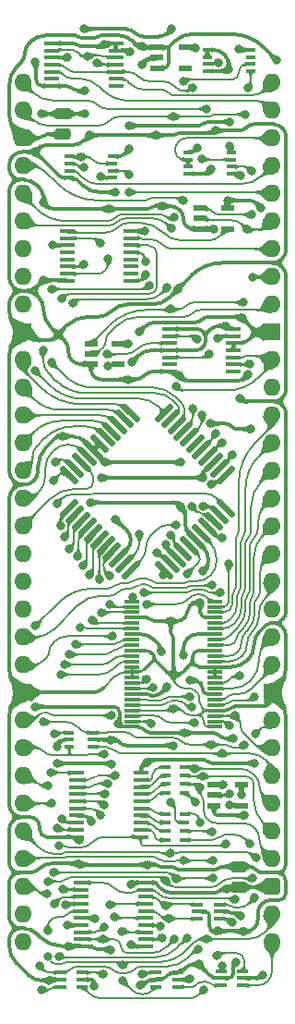
<source format=gtl>
%TF.GenerationSoftware,KiCad,Pcbnew,8.0.7*%
%TF.CreationDate,2025-03-09T08:37:18+02:00*%
%TF.ProjectId,W65C816 Breakout,57363543-3831-4362-9042-7265616b6f75,V1*%
%TF.SameCoordinates,Original*%
%TF.FileFunction,Copper,L1,Top*%
%TF.FilePolarity,Positive*%
%FSLAX46Y46*%
G04 Gerber Fmt 4.6, Leading zero omitted, Abs format (unit mm)*
G04 Created by KiCad (PCBNEW 8.0.7) date 2025-03-09 08:37:18*
%MOMM*%
%LPD*%
G01*
G04 APERTURE LIST*
G04 Aperture macros list*
%AMRoundRect*
0 Rectangle with rounded corners*
0 $1 Rounding radius*
0 $2 $3 $4 $5 $6 $7 $8 $9 X,Y pos of 4 corners*
0 Add a 4 corners polygon primitive as box body*
4,1,4,$2,$3,$4,$5,$6,$7,$8,$9,$2,$3,0*
0 Add four circle primitives for the rounded corners*
1,1,$1+$1,$2,$3*
1,1,$1+$1,$4,$5*
1,1,$1+$1,$6,$7*
1,1,$1+$1,$8,$9*
0 Add four rect primitives between the rounded corners*
20,1,$1+$1,$2,$3,$4,$5,0*
20,1,$1+$1,$4,$5,$6,$7,0*
20,1,$1+$1,$6,$7,$8,$9,0*
20,1,$1+$1,$8,$9,$2,$3,0*%
G04 Aperture macros list end*
%TA.AperFunction,SMDPad,CuDef*%
%ADD10R,0.950000X0.450000*%
%TD*%
%TA.AperFunction,SMDPad,CuDef*%
%ADD11R,0.900000X0.450000*%
%TD*%
%TA.AperFunction,SMDPad,CuDef*%
%ADD12R,1.475000X0.450000*%
%TD*%
%TA.AperFunction,SMDPad,CuDef*%
%ADD13R,1.250000X0.600000*%
%TD*%
%TA.AperFunction,SMDPad,CuDef*%
%ADD14RoundRect,0.250000X0.475000X-0.250000X0.475000X0.250000X-0.475000X0.250000X-0.475000X-0.250000X0*%
%TD*%
%TA.AperFunction,SMDPad,CuDef*%
%ADD15R,0.875000X0.450000*%
%TD*%
%TA.AperFunction,ComponentPad*%
%ADD16O,1.600000X1.600000*%
%TD*%
%TA.AperFunction,ComponentPad*%
%ADD17RoundRect,0.400000X-0.400000X-0.400000X0.400000X-0.400000X0.400000X0.400000X-0.400000X0.400000X0*%
%TD*%
%TA.AperFunction,ComponentPad*%
%ADD18R,1.600000X1.600000*%
%TD*%
%TA.AperFunction,SMDPad,CuDef*%
%ADD19RoundRect,0.137500X-0.548008X0.742462X-0.742462X0.548008X0.548008X-0.742462X0.742462X-0.548008X0*%
%TD*%
%TA.AperFunction,SMDPad,CuDef*%
%ADD20RoundRect,0.137500X0.548008X0.742462X-0.742462X-0.548008X-0.548008X-0.742462X0.742462X0.548008X0*%
%TD*%
%TA.AperFunction,SMDPad,CuDef*%
%ADD21R,1.150000X0.600000*%
%TD*%
%TA.AperFunction,SMDPad,CuDef*%
%ADD22R,1.000000X0.450000*%
%TD*%
%TA.AperFunction,SMDPad,CuDef*%
%ADD23R,1.425000X0.300000*%
%TD*%
%TA.AperFunction,SMDPad,CuDef*%
%ADD24R,1.450000X0.450000*%
%TD*%
%TA.AperFunction,ViaPad*%
%ADD25C,0.800000*%
%TD*%
%TA.AperFunction,Conductor*%
%ADD26C,0.380000*%
%TD*%
%TA.AperFunction,Conductor*%
%ADD27C,0.300000*%
%TD*%
%TA.AperFunction,Conductor*%
%ADD28C,0.200000*%
%TD*%
G04 APERTURE END LIST*
D10*
%TO.P,IC19,1,1~{OE}*%
%TO.N,/~{BE}*%
X4248000Y-6772000D03*
%TO.P,IC19,2,1A*%
%TO.N,/~{WD}_{PART}*%
X4248000Y-7422000D03*
%TO.P,IC19,3,2Y*%
%TO.N,~{RD}*%
X4248000Y-8072000D03*
%TO.P,IC19,4,GND*%
%TO.N,GND*%
X4248000Y-8722000D03*
%TO.P,IC19,5,2A*%
%TO.N,/~{RD}_{PART}*%
X8198000Y-8722000D03*
%TO.P,IC19,6,1Y*%
%TO.N,~{WD}*%
X8198000Y-8072000D03*
%TO.P,IC19,7,2~{OE}*%
%TO.N,/~{BE}*%
X8198000Y-7422000D03*
%TO.P,IC19,8,VCC*%
%TO.N,/3.3V*%
X8198000Y-6772000D03*
%TD*%
%TO.P,IC18,1,1A*%
%TO.N,GND*%
X16948000Y3007000D03*
%TO.P,IC18,2,1B*%
X16948000Y2357000D03*
%TO.P,IC18,3,2Y*%
%TO.N,/A0_{CHANGE}*%
X16948000Y1707000D03*
%TO.P,IC18,4,GND*%
%TO.N,GND*%
X16948000Y1057000D03*
%TO.P,IC18,5,2A*%
%TO.N,A0*%
X20898000Y1057000D03*
%TO.P,IC18,6,2B*%
%TO.N,/A0_{PREV}*%
X20898000Y1707000D03*
%TO.P,IC18,7,1Y*%
%TO.N,unconnected-(IC18-1Y-Pad7)*%
X20898000Y2357000D03*
%TO.P,IC18,8,VCC*%
%TO.N,/3.3V*%
X20898000Y3007000D03*
%TD*%
D11*
%TO.P,RN1,1,R1*%
%TO.N,/D4_{VHC}*%
X13120000Y-66979800D03*
%TO.P,RN1,2,R2*%
%TO.N,/D5_{VHC}*%
X13120000Y-67779800D03*
%TO.P,RN1,3,R3*%
%TO.N,/D6_{VHC}*%
X13120000Y-68579800D03*
%TO.P,RN1,4,R4*%
%TO.N,/D7_{VHC}*%
X13120000Y-69379800D03*
%TO.P,RN1,5,R4*%
%TO.N,BA7*%
X14820000Y-69379800D03*
%TO.P,RN1,6,R3*%
%TO.N,BA6*%
X14820000Y-68579800D03*
%TO.P,RN1,7,R2*%
%TO.N,BA5*%
X14820000Y-67779800D03*
%TO.P,RN1,8,R1*%
%TO.N,BA4*%
X14820000Y-66979800D03*
%TD*%
D12*
%TO.P,IC9,1,~{1RD}*%
%TO.N,/3.3V*%
X13445000Y-22561000D03*
%TO.P,IC9,2,1D*%
%TO.N,A0*%
X13445000Y-23211000D03*
%TO.P,IC9,3,1CP*%
%TO.N,~{PHI2}*%
X13445000Y-23861000D03*
%TO.P,IC9,4,~{1SD}*%
%TO.N,/3.3V*%
X13445000Y-24511000D03*
%TO.P,IC9,5,1Q*%
%TO.N,/A0_{PREV}*%
X13445000Y-25161000D03*
%TO.P,IC9,6,~{1Q}*%
%TO.N,unconnected-(IC9A-~{1Q}-Pad6)*%
X13445000Y-25811000D03*
%TO.P,IC9,7,GND*%
%TO.N,GND*%
X13445000Y-26461000D03*
%TO.P,IC9,8,~{2Q}*%
%TO.N,unconnected-(IC9B-~{2Q}-Pad8)*%
X19321000Y-26461000D03*
%TO.P,IC9,9,2Q*%
%TO.N,Native Latch*%
X19321000Y-25811000D03*
%TO.P,IC9,10,~{2SD}*%
%TO.N,E*%
X19321000Y-25161000D03*
%TO.P,IC9,11,2CP*%
%TO.N,GND*%
X19321000Y-24511000D03*
%TO.P,IC9,12,2D*%
X19321000Y-23861000D03*
%TO.P,IC9,13,~{2RD}*%
%TO.N,~{Reset}*%
X19321000Y-23211000D03*
%TO.P,IC9,14,3V*%
%TO.N,/3.3V*%
X19321000Y-22561000D03*
%TD*%
D13*
%TO.P,IC8,1,B*%
%TO.N,VPA*%
X16276000Y-11496000D03*
%TO.P,IC8,2,A*%
%TO.N,VDA*%
X16276000Y-12446000D03*
%TO.P,IC8,3,GND*%
%TO.N,GND*%
X16276000Y-13396000D03*
%TO.P,IC8,4,Y*%
%TO.N,/~{VPA+VDA}*%
X18776000Y-13396000D03*
%TO.P,IC8,5,3V*%
%TO.N,5V*%
X18776000Y-11496000D03*
%TD*%
D11*
%TO.P,RN2,1,R1*%
%TO.N,/D0_{VHC}*%
X13120000Y-62661800D03*
%TO.P,RN2,2,R2*%
%TO.N,/D1_{VHC}*%
X13120000Y-63461800D03*
%TO.P,RN2,3,R3*%
%TO.N,/D2_{VHC}*%
X13120000Y-64261800D03*
%TO.P,RN2,4,R4*%
%TO.N,/D3_{VHC}*%
X13120000Y-65061800D03*
%TO.P,RN2,5,R4*%
%TO.N,BA3*%
X14820000Y-65061800D03*
%TO.P,RN2,6,R3*%
%TO.N,BA2*%
X14820000Y-64261800D03*
%TO.P,RN2,7,R2*%
%TO.N,BA1*%
X14820000Y-63461800D03*
%TO.P,RN2,8,R1*%
%TO.N,BA0*%
X14820000Y-62661800D03*
%TD*%
D12*
%TO.P,IC20,1,1~{OE}*%
%TO.N,/FET ~{OE}*%
X5371002Y-73275000D03*
%TO.P,IC20,2,1A1*%
%TO.N,/D7_{65}*%
X5371002Y-73925000D03*
%TO.P,IC20,3,2B4*%
%TO.N,BA3*%
X5371002Y-74575000D03*
%TO.P,IC20,4,1A2*%
%TO.N,/D6_{65}*%
X5371002Y-75225000D03*
%TO.P,IC20,5,2B3*%
%TO.N,BA2*%
X5371002Y-75875000D03*
%TO.P,IC20,6,1A3*%
%TO.N,/D5_{65}*%
X5371002Y-76525000D03*
%TO.P,IC20,7,2B2*%
%TO.N,BA1*%
X5371002Y-77175000D03*
%TO.P,IC20,8,1A4*%
%TO.N,/D4_{65}*%
X5371002Y-77825000D03*
%TO.P,IC20,9,2B1*%
%TO.N,BA0*%
X5371002Y-78475000D03*
%TO.P,IC20,10,GND*%
%TO.N,GND*%
X5371002Y-79125000D03*
%TO.P,IC20,11,2A1*%
%TO.N,/D0_{65}*%
X11247002Y-79125000D03*
%TO.P,IC20,12,1B4*%
%TO.N,BA4*%
X11247002Y-78475000D03*
%TO.P,IC20,13,2A2*%
%TO.N,/D1_{65}*%
X11247002Y-77825000D03*
%TO.P,IC20,14,1B3*%
%TO.N,BA5*%
X11247002Y-77175000D03*
%TO.P,IC20,15,2A3*%
%TO.N,/D2_{65}*%
X11247002Y-76525000D03*
%TO.P,IC20,16,1B2*%
%TO.N,BA6*%
X11247002Y-75875000D03*
%TO.P,IC20,17,2A4*%
%TO.N,/D3_{65}*%
X11247002Y-75225000D03*
%TO.P,IC20,18,1B1*%
%TO.N,BA7*%
X11247002Y-74575000D03*
%TO.P,IC20,19,2~{OE}*%
%TO.N,/FET ~{OE}*%
X11247002Y-73925000D03*
%TO.P,IC20,20,5V*%
%TO.N,5V*%
X11247002Y-73275000D03*
%TD*%
D14*
%TO.P,C20,1*%
%TO.N,5V*%
X19812000Y-73705000D03*
%TO.P,C20,2*%
%TO.N,GND*%
X19812000Y-71805000D03*
%TD*%
D15*
%TO.P,IC11,1,1A*%
%TO.N,PHI2*%
X6396000Y-60848000D03*
%TO.P,IC11,2,GND*%
%TO.N,GND*%
X6396000Y-60198000D03*
%TO.P,IC11,3,2A*%
%TO.N,BE*%
X6396000Y-59548000D03*
%TO.P,IC11,4,2Y*%
%TO.N,/~{BE}*%
X4272000Y-59548000D03*
%TO.P,IC11,5,3V*%
%TO.N,/3.3V*%
X4272000Y-60198000D03*
%TO.P,IC11,6,1Y*%
%TO.N,~{PHI2}*%
X4272000Y-60848000D03*
%TD*%
D16*
%TO.P,J7,1,Pin_1*%
%TO.N,Opcode Valid*%
X0Y0D03*
%TO.P,J7,2,Pin_2*%
%TO.N,A0*%
X0Y-2540000D03*
D17*
%TO.P,J7,3,Pin_3*%
%TO.N,5V*%
X0Y-5080000D03*
D16*
%TO.P,J7,4,Pin_4*%
%TO.N,A1*%
X0Y-7620000D03*
%TO.P,J7,5,Pin_5*%
%TO.N,A2*%
X0Y-10160000D03*
%TO.P,J7,6,Pin_6*%
%TO.N,A3*%
X0Y-12700000D03*
%TO.P,J7,7,Pin_7*%
%TO.N,A4*%
X0Y-15240000D03*
%TO.P,J7,8,Pin_8*%
%TO.N,A5*%
X0Y-17780000D03*
%TO.P,J7,9,Pin_9*%
%TO.N,A6*%
X0Y-20320000D03*
D18*
%TO.P,J7,10,Pin_10*%
%TO.N,GND*%
X0Y-22860000D03*
D16*
%TO.P,J7,11,Pin_11*%
%TO.N,A7*%
X0Y-25400000D03*
%TO.P,J7,12,Pin_12*%
%TO.N,A8*%
X0Y-27940000D03*
%TO.P,J7,13,Pin_13*%
%TO.N,A9*%
X0Y-30480000D03*
%TO.P,J7,14,Pin_14*%
%TO.N,A10*%
X0Y-33020000D03*
%TO.P,J7,15,Pin_15*%
%TO.N,A11*%
X0Y-35560000D03*
%TO.P,J7,16,Pin_16*%
%TO.N,A12*%
X0Y-38100000D03*
%TO.P,J7,17,Pin_17*%
%TO.N,A13*%
X0Y-40640000D03*
%TO.P,J7,18,Pin_18*%
%TO.N,A14*%
X0Y-43180000D03*
%TO.P,J7,19,Pin_19*%
%TO.N,A15*%
X0Y-45720000D03*
%TO.P,J7,20,Pin_20*%
%TO.N,BE*%
X0Y-48260000D03*
%TO.P,J7,21,Pin_21*%
%TO.N,RDY*%
X0Y-50800000D03*
%TO.P,J7,22,Pin_22*%
%TO.N,Address Valid*%
X0Y-53340000D03*
D18*
%TO.P,J7,23,Pin_23*%
%TO.N,GND*%
X0Y-55880000D03*
D16*
%TO.P,J7,24,Pin_24*%
%TO.N,R~{W}*%
X0Y-58420000D03*
%TO.P,J7,25,Pin_25*%
%TO.N,~{PHI2}*%
X0Y-60960000D03*
%TO.P,J7,26,Pin_26*%
%TO.N,BA7*%
X0Y-63500000D03*
%TO.P,J7,27,Pin_27*%
%TO.N,BA6*%
X0Y-66040000D03*
%TO.P,J7,28,Pin_28*%
%TO.N,BA5*%
X0Y-68580000D03*
%TO.P,J7,29,Pin_29*%
%TO.N,BA4*%
X0Y-71120000D03*
%TO.P,J7,30,Pin_30*%
%TO.N,Bank Latch*%
X0Y-73660000D03*
%TO.P,J7,31,Pin_31*%
%TO.N,~{VP}*%
X0Y-76200000D03*
%TO.P,J7,32,Pin_32*%
%TO.N,~{ML}*%
X0Y-78740000D03*
%TO.P,J7,33,Pin_33*%
%TO.N,~{BANK 0}*%
X22860000Y-78740000D03*
%TO.P,J7,34,Pin_34*%
%TO.N,BA3*%
X22860000Y-76200000D03*
D17*
%TO.P,J7,35,Pin_35*%
%TO.N,5V*%
X22860000Y-73660000D03*
D16*
%TO.P,J7,36,Pin_36*%
%TO.N,BA2*%
X22860000Y-71120000D03*
%TO.P,J7,37,Pin_37*%
%TO.N,BA1*%
X22860000Y-68580000D03*
%TO.P,J7,38,Pin_38*%
%TO.N,BA0*%
X22860000Y-66040000D03*
%TO.P,J7,39,Pin_39*%
%TO.N,PHI2*%
X22860000Y-63500000D03*
%TO.P,J7,40,Pin_40*%
%TO.N,~{Reset}*%
X22860000Y-60960000D03*
%TO.P,J7,41,Pin_41*%
%TO.N,~{NMI}*%
X22860000Y-58420000D03*
D18*
%TO.P,J7,42,Pin_42*%
%TO.N,GND*%
X22860000Y-55880000D03*
D16*
%TO.P,J7,43,Pin_43*%
%TO.N,~{IRQ}*%
X22860000Y-53340000D03*
%TO.P,J7,44,Pin_44*%
%TO.N,~{ABORT}*%
X22860000Y-50800000D03*
%TO.P,J7,45,Pin_45*%
%TO.N,DE*%
X22860000Y-48260000D03*
%TO.P,J7,46,Pin_46*%
%TO.N,D7*%
X22860000Y-45720000D03*
%TO.P,J7,47,Pin_47*%
%TO.N,D6*%
X22860000Y-43180000D03*
%TO.P,J7,48,Pin_48*%
%TO.N,D5*%
X22860000Y-40640000D03*
%TO.P,J7,49,Pin_49*%
%TO.N,D4*%
X22860000Y-38100000D03*
%TO.P,J7,50,Pin_50*%
%TO.N,D3*%
X22860000Y-35560000D03*
%TO.P,J7,51,Pin_51*%
%TO.N,D2*%
X22860000Y-33020000D03*
%TO.P,J7,52,Pin_52*%
%TO.N,D1*%
X22860000Y-30480000D03*
%TO.P,J7,53,Pin_53*%
%TO.N,D0*%
X22860000Y-27940000D03*
%TO.P,J7,54,Pin_54*%
%TO.N,E*%
X22860000Y-25400000D03*
D18*
%TO.P,J7,55,Pin_55*%
%TO.N,GND*%
X22860000Y-22860000D03*
D16*
%TO.P,J7,56,Pin_56*%
%TO.N,VPA*%
X22860000Y-20320000D03*
%TO.P,J7,57,Pin_57*%
%TO.N,Native Latch*%
X22860000Y-17780000D03*
%TO.P,J7,58,Pin_58*%
%TO.N,~{Data Output}*%
X22860000Y-15240000D03*
%TO.P,J7,59,Pin_59*%
%TO.N,VDA*%
X22860000Y-12700000D03*
%TO.P,J7,60,Pin_60*%
%TO.N,~{WD}*%
X22860000Y-10160000D03*
%TO.P,J7,61,Pin_61*%
%TO.N,~{RD}*%
X22860000Y-7620000D03*
%TO.P,J7,62,Pin_62*%
%TO.N,VPA\u00B7VDA*%
X22860000Y-5080000D03*
%TO.P,J7,63,Pin_63*%
%TO.N,X*%
X22860000Y-2540000D03*
%TO.P,J7,64,Pin_64*%
%TO.N,M*%
X22860000Y0D03*
%TD*%
D13*
%TO.P,IC16,1,B*%
%TO.N,VDA*%
X6263000Y-23881000D03*
%TO.P,IC16,2,A*%
%TO.N,VPA*%
X6263000Y-24831000D03*
%TO.P,IC16,3,GND*%
%TO.N,GND*%
X6263000Y-25781000D03*
%TO.P,IC16,4,Y*%
%TO.N,Address Valid*%
X8763000Y-25781000D03*
%TO.P,IC16,5,3V*%
%TO.N,/3.3V*%
X8763000Y-23881000D03*
%TD*%
D12*
%TO.P,IC5,1,~{OE}*%
%TO.N,/~{BE}*%
X4936000Y-63242000D03*
%TO.P,IC5,2,D0*%
%TO.N,/D0_{65}*%
X4936000Y-63892000D03*
%TO.P,IC5,3,D1*%
%TO.N,/D1_{65}*%
X4936000Y-64542000D03*
%TO.P,IC5,4,D2*%
%TO.N,/D2_{65}*%
X4936000Y-65192000D03*
%TO.P,IC5,5,D3*%
%TO.N,/D3_{65}*%
X4936000Y-65842000D03*
%TO.P,IC5,6,D4*%
%TO.N,/D4_{65}*%
X4936000Y-66492000D03*
%TO.P,IC5,7,D5*%
%TO.N,/D5_{65}*%
X4936000Y-67142000D03*
%TO.P,IC5,8,D6*%
%TO.N,/D6_{65}*%
X4936000Y-67792000D03*
%TO.P,IC5,9,D7*%
%TO.N,/D7_{65}*%
X4936000Y-68442000D03*
%TO.P,IC5,10,GND*%
%TO.N,GND*%
X4936000Y-69092000D03*
%TO.P,IC5,11,LE*%
%TO.N,Bank Latch*%
X10812000Y-69092000D03*
%TO.P,IC5,12,Q7*%
%TO.N,/D7_{VHC}*%
X10812000Y-68442000D03*
%TO.P,IC5,13,Q6*%
%TO.N,/D6_{VHC}*%
X10812000Y-67792000D03*
%TO.P,IC5,14,Q5*%
%TO.N,/D5_{VHC}*%
X10812000Y-67142000D03*
%TO.P,IC5,15,Q4*%
%TO.N,/D4_{VHC}*%
X10812000Y-66492000D03*
%TO.P,IC5,16,Q3*%
%TO.N,/D3_{VHC}*%
X10812000Y-65842000D03*
%TO.P,IC5,17,Q2*%
%TO.N,/D2_{VHC}*%
X10812000Y-65192000D03*
%TO.P,IC5,18,Q1*%
%TO.N,/D1_{VHC}*%
X10812000Y-64542000D03*
%TO.P,IC5,19,Q0*%
%TO.N,/D0_{VHC}*%
X10812000Y-63892000D03*
%TO.P,IC5,20,5V*%
%TO.N,5V*%
X10812000Y-63242000D03*
%TD*%
D19*
%TO.P,IC2,1,GND*%
%TO.N,GND*%
X15814062Y-41849062D03*
%TO.P,IC2,2,~{VP}*%
%TO.N,~{VP}*%
X16379747Y-41283377D03*
%TO.P,IC2,3,RDY*%
%TO.N,RDY*%
X16945433Y-40717691D03*
%TO.P,IC2,4,~{ABORT}*%
%TO.N,/~{ABORT}_{5V}*%
X17511118Y-40152006D03*
%TO.P,IC2,5,~{IRQ}*%
%TO.N,/~{IRQ}_{5V}*%
X18076804Y-39586320D03*
%TO.P,IC2,6,~{ML}*%
%TO.N,~{ML}*%
X18642489Y-39020635D03*
D20*
%TO.P,IC2,7,~{NMI}*%
%TO.N,/~{NMI}_{5V}*%
X18642489Y-35909365D03*
%TO.P,IC2,8,VPA*%
%TO.N,VPA*%
X18076804Y-35343680D03*
%TO.P,IC2,9,VCC*%
%TO.N,5V*%
X17511118Y-34777994D03*
%TO.P,IC2,10,A0*%
%TO.N,A0*%
X16945433Y-34212309D03*
%TO.P,IC2,11,A1*%
%TO.N,A1*%
X16379747Y-33646623D03*
%TO.P,IC2,12,NC*%
%TO.N,unconnected-(IC2-NC-Pad12)*%
X15814062Y-33080938D03*
%TO.P,IC2,13,A2*%
%TO.N,A2*%
X15248377Y-32515253D03*
%TO.P,IC2,14,A3*%
%TO.N,A3*%
X14682691Y-31949567D03*
%TO.P,IC2,15,A4*%
%TO.N,A4*%
X14117006Y-31383882D03*
%TO.P,IC2,16,A5*%
%TO.N,A5*%
X13551320Y-30818196D03*
%TO.P,IC2,17,A6*%
%TO.N,A6*%
X12985635Y-30252511D03*
D19*
%TO.P,IC2,18,A7*%
%TO.N,A7*%
X9874365Y-30252511D03*
%TO.P,IC2,19,A8*%
%TO.N,A8*%
X9308680Y-30818196D03*
%TO.P,IC2,20,A9*%
%TO.N,A9*%
X8742994Y-31383882D03*
%TO.P,IC2,21,A10*%
%TO.N,A10*%
X8177309Y-31949567D03*
%TO.P,IC2,22,A11*%
%TO.N,A11*%
X7611623Y-32515253D03*
%TO.P,IC2,23,GND*%
%TO.N,GND*%
X7045938Y-33080938D03*
%TO.P,IC2,24,GND*%
X6480253Y-33646623D03*
%TO.P,IC2,25,A12*%
%TO.N,A12*%
X5914567Y-34212309D03*
%TO.P,IC2,26,A13*%
%TO.N,A13*%
X5348882Y-34777994D03*
%TO.P,IC2,27,A14*%
%TO.N,A14*%
X4783196Y-35343680D03*
%TO.P,IC2,28,A15*%
%TO.N,A15*%
X4217511Y-35909365D03*
D20*
%TO.P,IC2,29,D7*%
%TO.N,/D7_{65}*%
X4217511Y-39020635D03*
%TO.P,IC2,30,D6*%
%TO.N,/D6_{65}*%
X4783196Y-39586320D03*
%TO.P,IC2,31,D5*%
%TO.N,/D5_{65}*%
X5348882Y-40152006D03*
%TO.P,IC2,32,D4*%
%TO.N,/D4_{65}*%
X5914567Y-40717691D03*
%TO.P,IC2,33,D3*%
%TO.N,/D3_{65}*%
X6480253Y-41283377D03*
%TO.P,IC2,34,D2*%
%TO.N,/D2_{65}*%
X7045938Y-41849062D03*
%TO.P,IC2,35,D1*%
%TO.N,/D1_{65}*%
X7611623Y-42414747D03*
%TO.P,IC2,36,D0*%
%TO.N,/D0_{65}*%
X8177309Y-42980433D03*
%TO.P,IC2,37,VCC*%
%TO.N,5V*%
X8742994Y-43546118D03*
%TO.P,IC2,38,R~{W}*%
%TO.N,R~{W}*%
X9308680Y-44111804D03*
%TO.P,IC2,39,E*%
%TO.N,E*%
X9874365Y-44677489D03*
D19*
%TO.P,IC2,40,BE*%
%TO.N,/BE_{5V}*%
X12985635Y-44677489D03*
%TO.P,IC2,41,PHI2*%
%TO.N,/PHI2_{5V}*%
X13551320Y-44111804D03*
%TO.P,IC2,42,MX*%
%TO.N,/MX*%
X14117006Y-43546118D03*
%TO.P,IC2,43,VDA*%
%TO.N,VDA*%
X14682691Y-42980433D03*
%TO.P,IC2,44,~{RES}*%
%TO.N,/~{RES}_{5V}*%
X15248377Y-42414747D03*
%TD*%
D21*
%TO.P,IC36,1,6VIn*%
%TO.N,5V*%
X12289000Y3236000D03*
%TO.P,IC36,2,GND*%
%TO.N,GND*%
X12289000Y2286000D03*
%TO.P,IC36,3,EN*%
%TO.N,5V*%
X12289000Y1336000D03*
%TO.P,IC36,4,ADJ*%
%TO.N,unconnected-(IC36-ADJ-Pad4)*%
X14889000Y1336000D03*
%TO.P,IC36,5,3.3VOut*%
%TO.N,/3.3V*%
X14889000Y3236000D03*
%TD*%
D14*
%TO.P,C21,1*%
%TO.N,5V*%
X3683000Y-4744000D03*
%TO.P,C21,2*%
%TO.N,GND*%
X3683000Y-2844000D03*
%TD*%
D22*
%TO.P,IC12,1,A*%
%TO.N,BA2*%
X3445000Y-81519000D03*
%TO.P,IC12,2,GND*%
%TO.N,GND*%
X3445000Y-82169000D03*
%TO.P,IC12,3,B*%
%TO.N,BA1*%
X3445000Y-82819000D03*
%TO.P,IC12,4,Y*%
%TO.N,/BA0+BA1+BA2*%
X5445000Y-82819000D03*
%TO.P,IC12,5,3V*%
%TO.N,5V*%
X5445000Y-82169000D03*
%TO.P,IC12,6,C*%
%TO.N,BA0*%
X5445000Y-81519000D03*
%TD*%
%TO.P,IC10,1,A*%
%TO.N,BA7*%
X16018000Y-75296000D03*
%TO.P,IC10,2,GND*%
%TO.N,GND*%
X16018000Y-75946000D03*
%TO.P,IC10,3,B*%
%TO.N,BA6*%
X16018000Y-76596000D03*
%TO.P,IC10,4,Y*%
%TO.N,/BA5+BA6+BA7*%
X18018000Y-76596000D03*
%TO.P,IC10,5,3V*%
%TO.N,5V*%
X18018000Y-75946000D03*
%TO.P,IC10,6,C*%
%TO.N,BA5*%
X18018000Y-75296000D03*
%TD*%
D23*
%TO.P,IC1,1,1DIR*%
%TO.N,R~{W}*%
X10029000Y-47515000D03*
%TO.P,IC1,2,1B0*%
%TO.N,/D0_{65}*%
X10029000Y-48015000D03*
%TO.P,IC1,3,1B1*%
%TO.N,/D1_{65}*%
X10029000Y-48515000D03*
%TO.P,IC1,4,GND*%
%TO.N,GND*%
X10029000Y-49015000D03*
%TO.P,IC1,5,1B2*%
%TO.N,/D2_{65}*%
X10029000Y-49515000D03*
%TO.P,IC1,6,1B3*%
%TO.N,/D3_{65}*%
X10029000Y-50015000D03*
%TO.P,IC1,7,5V*%
%TO.N,5V*%
X10029000Y-50515000D03*
%TO.P,IC1,8,1B4*%
%TO.N,/D4_{65}*%
X10029000Y-51015000D03*
%TO.P,IC1,9,1B5*%
%TO.N,/D5_{65}*%
X10029000Y-51515000D03*
%TO.P,IC1,10,GND*%
%TO.N,GND*%
X10029000Y-52015000D03*
%TO.P,IC1,11,1B6*%
%TO.N,/D6_{65}*%
X10029000Y-52515000D03*
%TO.P,IC1,12,1B7*%
%TO.N,/D7_{65}*%
X10029000Y-53015000D03*
%TO.P,IC1,13,2B0*%
%TO.N,GND*%
X10029000Y-53515000D03*
%TO.P,IC1,14,2B1*%
X10029000Y-54015000D03*
%TO.P,IC1,15,GND*%
X10029000Y-54515000D03*
%TO.P,IC1,16,2B2*%
%TO.N,/BE_{5V}*%
X10029000Y-55015000D03*
%TO.P,IC1,17,2B3*%
%TO.N,/~{ABORT}_{5V}*%
X10029000Y-55515000D03*
%TO.P,IC1,18,5V*%
%TO.N,5V*%
X10029000Y-56015000D03*
%TO.P,IC1,19,2B4*%
%TO.N,/~{IRQ}_{5V}*%
X10029000Y-56515000D03*
%TO.P,IC1,20,2B5*%
%TO.N,/~{NMI}_{5V}*%
X10029000Y-57015000D03*
%TO.P,IC1,21,GND*%
%TO.N,GND*%
X10029000Y-57515000D03*
%TO.P,IC1,22,2B6*%
%TO.N,/~{RES}_{5V}*%
X10029000Y-58015000D03*
%TO.P,IC1,23,2B7*%
%TO.N,Net-(IC1C-2B7)*%
X10029000Y-58515000D03*
%TO.P,IC1,24,2DIR*%
%TO.N,/3.3V*%
X10029000Y-59015000D03*
%TO.P,IC1,25,2~{OE}*%
%TO.N,GND*%
X17653000Y-59015000D03*
%TO.P,IC1,26,2A7*%
%TO.N,PHI2*%
X17653000Y-58515000D03*
%TO.P,IC1,27,2A6*%
%TO.N,~{Reset}*%
X17653000Y-58015000D03*
%TO.P,IC1,28,GND*%
%TO.N,GND*%
X17653000Y-57515000D03*
%TO.P,IC1,29,2A5*%
%TO.N,~{NMI}*%
X17653000Y-57015000D03*
%TO.P,IC1,30,2A4*%
%TO.N,~{IRQ}*%
X17653000Y-56515000D03*
%TO.P,IC1,31,3V*%
%TO.N,/3.3V*%
X17653000Y-56015000D03*
%TO.P,IC1,32,2A3*%
%TO.N,~{ABORT}*%
X17653000Y-55515000D03*
%TO.P,IC1,33,2A2*%
%TO.N,BE*%
X17653000Y-55015000D03*
%TO.P,IC1,34,GND*%
%TO.N,GND*%
X17653000Y-54515000D03*
%TO.P,IC1,35,2A1*%
X17653000Y-54015000D03*
%TO.P,IC1,36,2A0*%
X17653000Y-53515000D03*
%TO.P,IC1,37,1A7*%
%TO.N,D7*%
X17653000Y-53015000D03*
%TO.P,IC1,38,1A6*%
%TO.N,D6*%
X17653000Y-52515000D03*
%TO.P,IC1,39,GND*%
%TO.N,GND*%
X17653000Y-52015000D03*
%TO.P,IC1,40,1A5*%
%TO.N,D5*%
X17653000Y-51515000D03*
%TO.P,IC1,41,1A4*%
%TO.N,D4*%
X17653000Y-51015000D03*
%TO.P,IC1,42,3V*%
%TO.N,/3.3V*%
X17653000Y-50515000D03*
%TO.P,IC1,43,1A3*%
%TO.N,D3*%
X17653000Y-50015000D03*
%TO.P,IC1,44,1A2*%
%TO.N,D2*%
X17653000Y-49515000D03*
%TO.P,IC1,45,GND*%
%TO.N,GND*%
X17653000Y-49015000D03*
%TO.P,IC1,46,1A1*%
%TO.N,D1*%
X17653000Y-48515000D03*
%TO.P,IC1,47,1A0*%
%TO.N,D0*%
X17653000Y-48015000D03*
%TO.P,IC1,48,1~{OE}*%
%TO.N,/~{DE}*%
X17653000Y-47515000D03*
%TD*%
D12*
%TO.P,IC6,1,~{1RD}*%
%TO.N,/3.3V*%
X2650000Y3601000D03*
%TO.P,IC6,2,1D*%
%TO.N,/MX*%
X2650000Y2951000D03*
%TO.P,IC6,3,1CP*%
%TO.N,/PHI2_{5V}*%
X2650000Y2301000D03*
%TO.P,IC6,4,~{1SD}*%
%TO.N,~{Reset}*%
X2650000Y1651000D03*
%TO.P,IC6,5,1Q*%
%TO.N,X*%
X2650000Y1001000D03*
%TO.P,IC6,6,~{1Q}*%
%TO.N,unconnected-(IC6-~{1Q}-Pad6)*%
X2650000Y351000D03*
%TO.P,IC6,7,GND*%
%TO.N,GND*%
X2650000Y-299000D03*
%TO.P,IC6,8,~{2Q}*%
%TO.N,unconnected-(IC6-~{2Q}-Pad8)*%
X8526000Y-299000D03*
%TO.P,IC6,9,2Q*%
%TO.N,M*%
X8526000Y351000D03*
%TO.P,IC6,10,~{2SD}*%
%TO.N,~{Reset}*%
X8526000Y1001000D03*
%TO.P,IC6,11,2CP*%
%TO.N,~{PHI2}*%
X8526000Y1651000D03*
%TO.P,IC6,12,2D*%
%TO.N,/MX*%
X8526000Y2301000D03*
%TO.P,IC6,13,~{2RD}*%
%TO.N,/3.3V*%
X8526000Y2951000D03*
%TO.P,IC6,14,3V*%
X8526000Y3601000D03*
%TD*%
D22*
%TO.P,IC13,1,A*%
%TO.N,BA4*%
X12208000Y-81519000D03*
%TO.P,IC13,2,GND*%
%TO.N,GND*%
X12208000Y-82169000D03*
%TO.P,IC13,3,B*%
%TO.N,BA3*%
X12208000Y-82819000D03*
%TO.P,IC13,4,Y*%
%TO.N,/BA3+BA4*%
X14208000Y-82819000D03*
%TO.P,IC13,5,3V*%
%TO.N,5V*%
X14208000Y-82169000D03*
%TO.P,IC13,6,C*%
%TO.N,GND*%
X14208000Y-81519000D03*
%TD*%
D10*
%TO.P,IC7,1,1A*%
%TO.N,/A0_{CHANGE}*%
X15170000Y-6391000D03*
%TO.P,IC7,2,1B*%
%TO.N,VPA\u00B7VDA*%
X15170000Y-7041000D03*
%TO.P,IC7,3,2Y*%
X15170000Y-7691000D03*
%TO.P,IC7,4,GND*%
%TO.N,GND*%
X15170000Y-8341000D03*
%TO.P,IC7,5,2A*%
%TO.N,VDA*%
X19120000Y-8341000D03*
%TO.P,IC7,6,2B*%
%TO.N,VPA*%
X19120000Y-7691000D03*
%TO.P,IC7,7,1Y*%
%TO.N,Opcode Valid*%
X19120000Y-7041000D03*
%TO.P,IC7,8,3V*%
%TO.N,/3.3V*%
X19120000Y-6391000D03*
%TD*%
D13*
%TO.P,IC4,1,B*%
%TO.N,Bank Latch*%
X17546000Y-64328000D03*
%TO.P,IC4,2,A*%
%TO.N,BE*%
X17546000Y-65278000D03*
%TO.P,IC4,3,GND*%
%TO.N,GND*%
X17546000Y-66228000D03*
%TO.P,IC4,4,Y*%
%TO.N,/FET ~{OE}*%
X20046000Y-66228000D03*
%TO.P,IC4,5,3V*%
%TO.N,/3.3V*%
X20046000Y-64328000D03*
%TD*%
D24*
%TO.P,IC3,1,~{1E}*%
%TO.N,/~{VPA+VDA}*%
X4060000Y-13600000D03*
%TO.P,IC3,2,1A0*%
%TO.N,R~{W}*%
X4060000Y-14250000D03*
%TO.P,IC3,3,1A1*%
%TO.N,/PHI2_{5V}*%
X4060000Y-14900000D03*
%TO.P,IC3,4,~{1Y0}*%
%TO.N,unconnected-(IC3A-~{1Y0}-Pad4)*%
X4060000Y-15550000D03*
%TO.P,IC3,5,~{1Y1}*%
%TO.N,unconnected-(IC3A-~{1Y1}-Pad5)*%
X4060000Y-16200000D03*
%TO.P,IC3,6,~{1Y2}*%
%TO.N,/~{WD}_{PART}*%
X4060000Y-16850000D03*
%TO.P,IC3,7,~{1Y3}*%
%TO.N,/~{RD}_{PART}*%
X4060000Y-17500000D03*
%TO.P,IC3,8,GND*%
%TO.N,GND*%
X4060000Y-18150000D03*
%TO.P,IC3,9,~{2Y3}*%
%TO.N,/~{DE}*%
X9910000Y-18150000D03*
%TO.P,IC3,10,~{2Y2}*%
%TO.N,unconnected-(IC3B-~{2Y2}-Pad10)*%
X9910000Y-17500000D03*
%TO.P,IC3,11,~{2Y1}*%
%TO.N,unconnected-(IC3B-~{2Y1}-Pad11)*%
X9910000Y-16850000D03*
%TO.P,IC3,12,~{2Y0}*%
%TO.N,unconnected-(IC3B-~{2Y0}-Pad12)*%
X9910000Y-16200000D03*
%TO.P,IC3,13,2A1*%
%TO.N,DE*%
X9910000Y-15550000D03*
%TO.P,IC3,14,2A0*%
%TO.N,BE*%
X9910000Y-14900000D03*
%TO.P,IC3,15,~{2E}*%
%TO.N,~{Data Output}*%
X9910000Y-14250000D03*
%TO.P,IC3,16,3V*%
%TO.N,/3.3V*%
X9910000Y-13600000D03*
%TD*%
D22*
%TO.P,IC14,1,A*%
%TO.N,/BA5+BA6+BA7*%
X18177000Y-81392000D03*
%TO.P,IC14,2,GND*%
%TO.N,GND*%
X18177000Y-82042000D03*
%TO.P,IC14,3,B*%
%TO.N,/BA3+BA4*%
X18177000Y-82692000D03*
%TO.P,IC14,4,Y*%
%TO.N,~{BANK 0}*%
X20177000Y-82692000D03*
%TO.P,IC14,5,3V*%
%TO.N,5V*%
X20177000Y-82042000D03*
%TO.P,IC14,6,C*%
%TO.N,/BA0+BA1+BA2*%
X20177000Y-81392000D03*
%TD*%
D25*
%TO.N,5V*%
X11366496Y-62293504D03*
X15342083Y-82089744D03*
X21844000Y-11460000D03*
X10922000Y3302004D03*
X23319000Y2032000D03*
X12700000Y-52077000D03*
X18796000Y-10783000D03*
X20955000Y-31750000D03*
X20009437Y-76311270D03*
X6545002Y-82753200D03*
X18739844Y-73857844D03*
X16479486Y-36170124D03*
X9903696Y-73468884D03*
X21231349Y-62351325D03*
X22038325Y-81720665D03*
X17210000Y-31231428D03*
X13208000Y-55372000D03*
X8509000Y-40005000D03*
X7236918Y-36194217D03*
%TO.N,GND*%
X14224000Y-18890006D03*
X20220492Y-77742527D03*
X8509000Y-10033000D03*
X14468907Y-34768678D03*
X17901026Y-77724000D03*
X1700000Y-2843992D03*
X1879854Y-10978160D03*
X13843000Y-54229000D03*
X12192000Y-4826000D03*
X12776416Y-11303630D03*
X17526000Y-13396000D03*
X19570546Y-80530540D03*
X8078146Y-79446008D03*
X13830561Y-60718000D03*
X8094658Y-60206572D03*
X18872521Y1193478D03*
X17272000Y-7960000D03*
X20356193Y-67127502D03*
X17687000Y-4380000D03*
X13588996Y-49307636D03*
X5142000Y-71589344D03*
X5588000Y4915000D03*
X14359645Y-26825653D03*
X5715000Y-2844000D03*
X10950012Y1651000D03*
X16160958Y-80772000D03*
X13789781Y-57337731D03*
X9652000Y-27190000D03*
X5142000Y-69389344D03*
X2383107Y-82237284D03*
X20654152Y-26758116D03*
X5715000Y-762000D03*
X19939000Y-28956000D03*
X1143000Y1905000D03*
X6195001Y-38456690D03*
X13640177Y4911295D03*
X3237000Y-23048010D03*
X4160523Y-79124988D03*
X6096000Y-4826000D03*
X1143000Y-6350000D03*
X3683000Y-32385004D03*
X11430000Y-71649996D03*
X10780630Y-82644681D03*
X7526355Y-34768683D03*
X7874000Y-11557000D03*
X16507765Y-44733449D03*
X14498229Y-38862000D03*
X16306475Y-47625000D03*
X20138499Y-21559017D03*
X1879851Y-18089744D03*
X10680000Y-22859992D03*
%TO.N,R~{W}*%
X8100000Y-57976000D03*
X10695000Y-41338018D03*
X10107370Y-47157854D03*
X7112022Y-14732000D03*
%TO.N,/3.3V*%
X19811982Y3048000D03*
X20065993Y-65278014D03*
X7483504Y3495000D03*
X14732000Y-52451000D03*
X14859000Y-59563000D03*
X15872998Y3175000D03*
X8178475Y-62433525D03*
X19316232Y-60068312D03*
X9652000Y-23942004D03*
X3113000Y-62357000D03*
X15367000Y-54751031D03*
X3113000Y-60813329D03*
X9779000Y-6096006D03*
X11176000Y-13600000D03*
X1142998Y-57174000D03*
X19005353Y-5780000D03*
X8723698Y-58757667D03*
X10005000Y-25586500D03*
X9779000Y-3937000D03*
X19012903Y-3590000D03*
X9792131Y2809814D03*
X18599683Y-22287366D03*
%TO.N,PHI2*%
X18965502Y-58870612D03*
X18288000Y-61468000D03*
%TO.N,/D0_{65}*%
X7960373Y-47762720D03*
X8509000Y-63500000D03*
X7966029Y-45189457D03*
X9906000Y-78994000D03*
%TO.N,/D1_{65}*%
X7781969Y-64200000D03*
X9079000Y-77732229D03*
X6997342Y-45488020D03*
X7173986Y-48546820D03*
%TO.N,/D2_{65}*%
X7584040Y-65180219D03*
X6402681Y-49247972D03*
X8382000Y-76454000D03*
X6084447Y-45079834D03*
%TO.N,/D3_{65}*%
X7979000Y-75311000D03*
X7432685Y-66168701D03*
X5288106Y-49911000D03*
X5534644Y-44244537D03*
%TO.N,/D4_{65}*%
X4826000Y-51463324D03*
X7486777Y-77348186D03*
X5025731Y-43376885D03*
X7146737Y-67126949D03*
%TO.N,/D5_{65}*%
X6273502Y-67658686D03*
X4250001Y-42745816D03*
X4254040Y-52385342D03*
X6579000Y-76550853D03*
%TO.N,/D6_{65}*%
X3853183Y-53301485D03*
X3936982Y-75311000D03*
X3850000Y-41607111D03*
X3569427Y-67416256D03*
%TO.N,/D7_{65}*%
X3692000Y-73911000D03*
X3154253Y-68326000D03*
X3449180Y-40640000D03*
X3450000Y-54216607D03*
%TO.N,/BE_{5V}*%
X11343416Y-54625042D03*
X12898345Y-45109000D03*
%TO.N,/~{ABORT}_{5V}*%
X11985464Y-55392113D03*
X15522000Y-38811385D03*
%TO.N,/~{IRQ}_{5V}*%
X16521561Y-38781656D03*
X15369781Y-56237731D03*
%TO.N,/~{NMI}_{5V}*%
X15533540Y-57224234D03*
X17254559Y-36802000D03*
%TO.N,~{Reset}*%
X15581125Y-435196D03*
X17849683Y-23437687D03*
X19453943Y-57998012D03*
%TO.N,~{NMI}*%
X21269014Y-56303334D03*
X21329852Y-59689998D03*
%TO.N,BE*%
X1885531Y-58559207D03*
X20291674Y-60651625D03*
X19016618Y-65167408D03*
X19903600Y-54356000D03*
X17272000Y-60641000D03*
X3556000Y-19812000D03*
%TO.N,D0*%
X18908999Y-44041000D03*
%TO.N,/~{DE}*%
X11346959Y-47771049D03*
X11267015Y-17610900D03*
%TO.N,~{VP}*%
X1143000Y-49784000D03*
%TO.N,RDY*%
X17403171Y-46014490D03*
X18323960Y-41691960D03*
%TO.N,~{ML}*%
X3120919Y-38553919D03*
%TO.N,VPA*%
X21000852Y-12095999D03*
X19207252Y-34066252D03*
X21000852Y-8128000D03*
%TO.N,A0*%
X15978000Y-23467975D03*
X13843000Y-3102002D03*
X20701000Y-485990D03*
X18268532Y-32968008D03*
X20447000Y-2921000D03*
%TO.N,A1*%
X14705647Y-10787206D03*
X17680887Y-32158887D03*
%TO.N,A2*%
X13901407Y-12355802D03*
X16445775Y-30480000D03*
%TO.N,A3*%
X13616416Y-13366389D03*
X15621000Y-29845000D03*
%TO.N,A4*%
X2639000Y-25656875D03*
%TO.N,A5*%
X1837000Y-24534525D03*
%TO.N,A6*%
X1137000Y-26410000D03*
%TO.N,A14*%
X3003328Y-34753322D03*
%TO.N,A15*%
X2794000Y-36449000D03*
%TO.N,E*%
X14069000Y-27816350D03*
X14085000Y-40513000D03*
%TO.N,/PHI2_{5V}*%
X2658499Y-18905000D03*
X12295000Y-43029972D03*
X11579241Y-18613410D03*
X4094752Y2290466D03*
X2695000Y-14859000D03*
%TO.N,/MX*%
X13124348Y-42324303D03*
X5969000Y2413000D03*
X4602659Y-20181000D03*
X13208000Y-18796000D03*
%TO.N,VDA*%
X13583391Y-20738286D03*
X19957608Y-8500948D03*
X13576080Y-41432147D03*
X20206024Y-20128000D03*
X20574000Y-13462000D03*
%TO.N,/~{RES}_{5V}*%
X15766114Y-58628688D03*
X15105172Y-44975032D03*
%TO.N,/~{WD}_{PART}*%
X5584976Y-7768350D03*
X5588000Y-16637000D03*
%TO.N,/~{RD}_{PART}*%
X7812021Y-16129000D03*
X7092830Y-8590000D03*
%TO.N,DE*%
X18150671Y-46736000D03*
X11235002Y-16405300D03*
X11063548Y-46724000D03*
%TO.N,/~{BE}*%
X2540000Y-63184000D03*
X2901822Y-59664238D03*
X5340956Y-6788610D03*
%TO.N,Bank Latch*%
X3290245Y-69906000D03*
X18669000Y-69760703D03*
X18415002Y-64328000D03*
X2200000Y-74295000D03*
%TO.N,~{PHI2}*%
X6825926Y1774981D03*
X7460130Y-61515889D03*
X7747000Y-24892000D03*
%TO.N,/A0_{PREV}*%
X14732000Y93000D03*
X17106486Y-24848454D03*
%TO.N,Native Latch*%
X21060000Y-17830922D03*
X20840000Y-25763734D03*
%TO.N,BA7*%
X13095861Y-73081794D03*
X2272731Y-73164780D03*
X13126148Y-75409958D03*
X21056957Y-72898049D03*
X20838000Y-69723000D03*
X2286006Y-64389000D03*
%TO.N,BA6*%
X14083375Y-72924249D03*
X13413040Y-76561120D03*
X17352017Y-68626983D03*
X2650000Y-66040000D03*
X2806083Y-72318884D03*
X17483375Y-72846000D03*
%TO.N,/BA5+BA6+BA7*%
X19187528Y-76902527D03*
X18288000Y-80899000D03*
%TO.N,BA5*%
X21398904Y-71027403D03*
X12663974Y-77296923D03*
X21269428Y-74676000D03*
X13589000Y-65913000D03*
X13589000Y-70611994D03*
%TO.N,BA2*%
X16256000Y-64537857D03*
X16136328Y-79415599D03*
X2264000Y-77724000D03*
X1524000Y-80899000D03*
%TO.N,BA1*%
X1705891Y-83077284D03*
X16506365Y-63541336D03*
X4097310Y-77175000D03*
X15109294Y-78321310D03*
X3327089Y-80015012D03*
%TO.N,/BA0+BA1+BA2*%
X16637004Y-83074998D03*
X17798384Y-79938664D03*
%TO.N,BA0*%
X7366000Y-81694008D03*
X13909080Y-78460862D03*
X15763168Y-62841336D03*
X7338167Y-78464004D03*
%TO.N,BA4*%
X17483375Y-71266000D03*
X16256000Y-67818000D03*
X14732000Y-71247000D03*
X10930682Y-81656000D03*
X12809910Y-78336735D03*
%TO.N,BA3*%
X9183590Y-82296000D03*
X15875000Y-65913000D03*
X9183590Y-80856000D03*
X2918128Y-75212932D03*
X2287532Y-80090806D03*
X16850444Y-78451098D03*
%TO.N,/FET ~{OE}*%
X18988000Y-66167000D03*
X19482588Y-74838674D03*
%TO.N,Address Valid*%
X7768661Y-25979659D03*
X8255000Y-50717747D03*
%TO.N,/A0_{CHANGE}*%
X17968351Y1855114D03*
X16032000Y-5969000D03*
%TO.N,Opcode Valid*%
X16893756Y-2401000D03*
X16432000Y-6985000D03*
%TO.N,Net-(IC1C-2B7)*%
X11811000Y-58686000D03*
%TO.N,~{WD}*%
X9779034Y-10033000D03*
X9784310Y-8417007D03*
%TD*%
D26*
%TO.N,/3.3V*%
X5033125Y3451500D02*
G75*
G03*
X4672200Y3601007I-360925J-360900D01*
G01*
X9422973Y-6452032D02*
G75*
G02*
X8650503Y-6772013I-772473J772432D01*
G01*
D27*
X16275715Y-54985315D02*
G75*
G03*
X15710102Y-54751021I-565615J-565585D01*
G01*
D26*
X9621498Y-23911502D02*
G75*
G03*
X9547859Y-23881017I-73598J-73598D01*
G01*
X17473964Y-3591001D02*
G75*
G02*
X17471548Y-3592040I-2464J2401D01*
G01*
X16523175Y-22805825D02*
G75*
G03*
X15932115Y-22560994I-591075J-591075D01*
G01*
X9721538Y2880407D02*
G75*
G03*
X9551111Y2951014I-170438J-170407D01*
G01*
X8140212Y-62395262D02*
G75*
G03*
X8047838Y-62356962I-92412J-92338D01*
G01*
X8739000Y-57325000D02*
G75*
G03*
X8374453Y-57174019I-364500J-364500D01*
G01*
X20046000Y-65243883D02*
G75*
G03*
X20055994Y-65268019I34100J-17D01*
G01*
X5033125Y3451500D02*
G75*
G03*
X5394049Y3302028I360875J360900D01*
G01*
D27*
X11156000Y-59289000D02*
G75*
G03*
X11817494Y-59563002I661500J661500D01*
G01*
D26*
X7664457Y3601000D02*
G75*
G03*
X7536516Y3547988I43J-181000D01*
G01*
X18065483Y-22287366D02*
G75*
G03*
X17153564Y-22665119I17J-1289634D01*
G01*
D27*
X11156000Y-59289000D02*
G75*
G03*
X10494505Y-59014998I-661500J-661500D01*
G01*
D26*
X19062676Y-5837323D02*
G75*
G02*
X19119994Y-5975714I-138376J-138377D01*
G01*
X11840993Y-24511000D02*
G75*
G03*
X10542752Y-25048752I7J-1836000D01*
G01*
X18032656Y-59815656D02*
G75*
G03*
X17422690Y-59563000I-609956J-609944D01*
G01*
X3869248Y-60198000D02*
G75*
G03*
X3334498Y-60419498I-8J-756240D01*
G01*
X7387004Y3398500D02*
G75*
G02*
X7154032Y3301985I-233004J233000D01*
G01*
D27*
X16317171Y-55026771D02*
G75*
G02*
X16509987Y-55492301I-465571J-465529D01*
G01*
D26*
X3173927Y-60580072D02*
G75*
G03*
X3112968Y-60727164I147073J-147128D01*
G01*
X8890000Y-58473771D02*
G75*
G02*
X8806864Y-58674531I-283900J-29D01*
G01*
X18032656Y-59815656D02*
G75*
G03*
X18642621Y-60068300I609944J609956D01*
G01*
D27*
X16510000Y-55588226D02*
G75*
G03*
X16635007Y-55889993I426800J26D01*
G01*
X8852364Y-58886333D02*
G75*
G03*
X9162992Y-59015004I310636J310633D01*
G01*
D26*
X17476380Y-3590000D02*
G75*
G03*
X17473977Y-3591014I20J-3400D01*
G01*
D27*
X15128500Y-50911500D02*
G75*
G03*
X14732015Y-51868735I957200J-957200D01*
G01*
D26*
X16768000Y-23396884D02*
G75*
G03*
X16523171Y-22805829I-835900J-16D01*
G01*
X17012825Y-22805825D02*
G75*
G03*
X16767994Y-23396884I591075J-591075D01*
G01*
X16523175Y-22805825D02*
G75*
G03*
X17012825Y-22805825I244825J244828D01*
G01*
X16768000Y-23636961D02*
G75*
G02*
X16512011Y-24255011I-874000J-39D01*
G01*
X15842498Y3205500D02*
G75*
G03*
X15768864Y3235985I-73598J-73600D01*
G01*
X8739000Y-57325000D02*
G75*
G02*
X8889981Y-57689546I-364500J-364500D01*
G01*
D27*
X16085735Y-50515000D02*
G75*
G03*
X15128490Y-50911490I-35J-1353700D01*
G01*
X16634999Y-55890001D02*
G75*
G03*
X16936773Y-56015011I301801J301801D01*
G01*
D26*
X19832482Y3027500D02*
G75*
G03*
X19881973Y3006984I49518J49500D01*
G01*
X16971948Y-3592002D02*
G75*
G03*
X16555485Y-3764487I-48J-588898D01*
G01*
X16555499Y-3764501D02*
G75*
G02*
X16139049Y-3937020I-416499J416501D01*
G01*
X16512000Y-24255000D02*
G75*
G02*
X15893961Y-24510984I-618000J618000D01*
G01*
D28*
%TO.N,GND*%
X13843000Y-54553012D02*
G75*
G03*
X14072125Y-55106122I782200J12D01*
G01*
D26*
X2070518Y-33489480D02*
G75*
G03*
X1396996Y-35115500I1626012J-1626020D01*
G01*
D27*
X11952746Y-52402246D02*
G75*
G02*
X12064952Y-52673250I-271046J-270954D01*
G01*
D26*
X-924800Y-67625200D02*
G75*
G03*
X-924800Y-66934800I-345198J345200D01*
G01*
X-91413Y-67280000D02*
G75*
G03*
X-924800Y-67625200I-1J-1178585D01*
G01*
X-924800Y-66934800D02*
G75*
G03*
X-91413Y-67280000I833391J833396D01*
G01*
D27*
X22733698Y-49530000D02*
G75*
G03*
X22301291Y-49709118I2J-611500D01*
G01*
D26*
X-1270000Y-17830397D02*
G75*
G03*
X-904000Y-18714000I1249614J4D01*
G01*
X23812500Y-49847500D02*
G75*
G02*
X24129995Y-50614012I-766500J-766500D01*
G01*
D27*
X22860000Y-56282789D02*
G75*
G02*
X22606003Y-56896003I-867200J-11D01*
G01*
D26*
X-889000Y-37211000D02*
G75*
G03*
X-1270005Y-38130815I919810J-919820D01*
G01*
X1892479Y-18102372D02*
G75*
G03*
X1922965Y-18115029I30521J30472D01*
G01*
D28*
X16207271Y-56686662D02*
G75*
G03*
X16449868Y-57272402I828329J-38D01*
G01*
D26*
X1573558Y-71959442D02*
G75*
G02*
X534099Y-72390000I-1039462J1039467D01*
G01*
X-1270000Y-7805987D02*
G75*
G03*
X-952500Y-8572500I1084022J4D01*
G01*
X24130000Y-71696231D02*
G75*
G02*
X23926791Y-72186791I-693800J31D01*
G01*
X23926800Y-72593200D02*
G75*
G02*
X24130013Y-73083768I-490600J-490600D01*
G01*
D28*
X15941661Y-55819661D02*
G75*
G02*
X15946393Y-55831097I-11461J-11439D01*
G01*
D26*
X6472721Y-79256279D02*
G75*
G03*
X6155785Y-79125006I-316921J-316921D01*
G01*
X5946186Y-21461005D02*
G75*
G03*
X4030499Y-22254504I-6J-2709185D01*
G01*
X11871267Y-82169000D02*
G75*
G03*
X11297094Y-82406865I33J-812000D01*
G01*
X1536799Y-9664799D02*
G75*
G02*
X1879853Y-10493007I-828219J-828211D01*
G01*
X8090372Y-60202286D02*
G75*
G03*
X8080024Y-60197973I-10372J-10314D01*
G01*
X13959509Y-71954000D02*
G75*
G03*
X14205758Y-72056044I246291J246200D01*
G01*
D27*
X15743750Y-52201250D02*
G75*
G03*
X15557499Y-52650897I449650J-449650D01*
G01*
D26*
X14599318Y-27065326D02*
G75*
G03*
X15177941Y-27304970I578582J578626D01*
G01*
X-889000Y-37211000D02*
G75*
G03*
X-889000Y-36449000I-380998J381000D01*
G01*
X30815Y-36830000D02*
G75*
G03*
X-889000Y-37211000I-3J-1300808D01*
G01*
X-889000Y-36449000D02*
G75*
G03*
X30815Y-36830000I919817J919820D01*
G01*
X17050221Y-21447366D02*
G75*
G03*
X16448304Y-21696670I-21J-851234D01*
G01*
D27*
X16448487Y-48872987D02*
G75*
G03*
X16791336Y-49014963I342813J342887D01*
G01*
D26*
X4191000Y-24696987D02*
G75*
G03*
X4508496Y-25463504I1084000J-13D01*
G01*
X1397297Y-19587702D02*
G75*
G02*
X1904998Y-20813404I-1225697J-1225698D01*
G01*
X3237000Y-23048505D02*
G75*
G03*
X3237351Y-23049349I1200J5D01*
G01*
X17128000Y-77261374D02*
G75*
G03*
X17263492Y-77588508I462600J-26D01*
G01*
X2613016Y-71528884D02*
G75*
G03*
X1573557Y-71959441I-6J-1470006D01*
G01*
X18032500Y-71930500D02*
G75*
G02*
X17729516Y-72056007I-303000J303000D01*
G01*
X6197410Y-33363780D02*
G75*
G03*
X6763095Y-33363780I282842J282843D01*
G01*
X13297166Y4568284D02*
G75*
G02*
X12469065Y4225302I-828066J828116D01*
G01*
X18335483Y-71805000D02*
G75*
G03*
X18032505Y-71930505I17J-428500D01*
G01*
X1016000Y-36449000D02*
G75*
G02*
X96184Y-36830000I-919819J919824D01*
G01*
X3786888Y-23598888D02*
G75*
G02*
X4191007Y-24574500I-975588J-975612D01*
G01*
X20066000Y-29083000D02*
G75*
G03*
X20372605Y-29209998I306600J306600D01*
G01*
X12425203Y-71750998D02*
G75*
G03*
X12181363Y-71650011I-243803J-243802D01*
G01*
X-952500Y-9207500D02*
G75*
G03*
X-952500Y-8572500I-317499J317500D01*
G01*
X-185987Y-8890000D02*
G75*
G03*
X-952500Y-9207500I-1J-1084011D01*
G01*
X-952500Y-8572500D02*
G75*
G03*
X-185987Y-8890000I766517J766522D01*
G01*
X1524000Y-68417793D02*
G75*
G03*
X1728498Y-68911502I698200J-7D01*
G01*
X20138523Y-21559023D02*
X20138521Y-21559025D01*
X20138519Y-21559027D01*
X20138516Y-21559028D01*
X20138514Y-21559029D01*
X20138511Y-21559031D01*
X20138508Y-21559031D01*
X20138506Y-21559032D01*
X20138503Y-21559032D01*
X20138500Y-21559033D01*
X20138498Y-21559032D01*
X493365Y-81743675D02*
G75*
G03*
X1685040Y-82237283I1191675J1191675D01*
G01*
X3428998Y-32385004D02*
G75*
G03*
X2995394Y-32564615I2J-613196D01*
G01*
X-1270000Y-66101413D02*
G75*
G03*
X-924800Y-66934800I1178596J4D01*
G01*
X15113000Y-48450500D02*
G75*
G02*
X14888491Y-48992504I-766500J0D01*
G01*
D27*
X22606000Y-56896000D02*
G75*
G02*
X21992789Y-57149996I-613200J613200D01*
G01*
D26*
X2227012Y-5715000D02*
G75*
G03*
X1460496Y-6032496I-12J-1084000D01*
G01*
X-1270000Y-20857563D02*
G75*
G03*
X-683498Y-22273499I2002440J3D01*
G01*
X1397000Y-35529184D02*
G75*
G02*
X1015999Y-36448999I-1300820J4D01*
G01*
X20211228Y-77733263D02*
G75*
G03*
X20188864Y-77724017I-22328J-22337D01*
G01*
X14843182Y-49037818D02*
G75*
G02*
X14191783Y-49307619I-651382J651418D01*
G01*
X10288863Y4570137D02*
G75*
G03*
X11121435Y4225296I832537J832563D01*
G01*
X5111770Y-71559114D02*
G75*
G03*
X5038788Y-71528894I-72970J-72986D01*
G01*
D28*
X15784714Y-55662714D02*
G75*
G03*
X15394376Y-55501062I-390314J-390386D01*
G01*
D26*
X17582000Y-4485000D02*
G75*
G02*
X17328507Y-4590003I-253500J253500D01*
G01*
X16604266Y-42639266D02*
G75*
G02*
X17017987Y-43638107I-998866J-998834D01*
G01*
X19428773Y-80672313D02*
G75*
G03*
X19286976Y-81014583I342227J-342287D01*
G01*
X13867900Y-81519000D02*
G75*
G03*
X13287308Y-81759482I0J-821100D01*
G01*
D27*
X13327298Y-54094298D02*
G75*
G03*
X13652501Y-54229002I325202J325198D01*
G01*
D26*
X17263500Y-77588500D02*
G75*
G03*
X17590625Y-77723989I327100J327100D01*
G01*
X24175000Y-28049167D02*
G75*
G02*
X23835010Y-28870010I-1160800J-33D01*
G01*
X8192997Y-20891002D02*
G75*
G02*
X6816889Y-21460999I-1376097J1376102D01*
G01*
X1572000Y-78280000D02*
G75*
G03*
X3527512Y-79090003I1955520J1955520D01*
G01*
X-1270000Y-71442555D02*
G75*
G03*
X-992500Y-72112500I947450J2D01*
G01*
D28*
X16487883Y-57719617D02*
G75*
G03*
X16487883Y-57310383I-204583J204617D01*
G01*
X16981872Y-57515000D02*
G75*
G03*
X16487898Y-57719632I28J-698600D01*
G01*
X16487883Y-57310383D02*
G75*
G03*
X16981872Y-57515021I494017J493983D01*
G01*
D26*
X11810685Y-11430315D02*
G75*
G02*
X11504840Y-11557037I-305885J305815D01*
G01*
X23241000Y-49530000D02*
G75*
G03*
X23674603Y-49350392I0J613200D01*
G01*
X23674605Y-49709605D02*
G75*
G03*
X23241000Y-49529997I-433605J-433595D01*
G01*
X23674605Y-49350394D02*
G75*
G03*
X23674604Y-49709606I179595J-179606D01*
G01*
X20938999Y-23360499D02*
G75*
G03*
X20938999Y-22359501I-500499J500499D01*
G01*
X22147313Y-22860000D02*
G75*
G03*
X20938996Y-23360496I-13J-1708800D01*
G01*
X20939000Y-22359500D02*
G75*
G03*
X22147313Y-22859994I1208300J1208300D01*
G01*
X12116529Y-11303630D02*
G75*
G03*
X11810662Y-11430292I-29J-432570D01*
G01*
X14224000Y-18906503D02*
G75*
G02*
X14212327Y-18934658I-39800J3D01*
G01*
X20380710Y-27031558D02*
G75*
G02*
X19720562Y-27304970I-660110J660158D01*
G01*
D27*
X11703318Y-49161318D02*
G75*
G03*
X11350075Y-49015029I-353218J-353282D01*
G01*
D26*
X15001500Y-13126500D02*
G75*
G03*
X15652130Y-13395987I650600J650600D01*
G01*
X23794000Y-16891000D02*
G75*
G02*
X24174994Y-17810815I-919800J-919800D01*
G01*
X-904000Y-19446000D02*
G75*
G03*
X-904000Y-18714000I-365997J366000D01*
G01*
X-20397Y-19080000D02*
G75*
G03*
X-904000Y-19446000I-1J-1249603D01*
G01*
X-904000Y-18714000D02*
G75*
G03*
X-20397Y-19080000I883607J883614D01*
G01*
X21373686Y-72097500D02*
G75*
G03*
X20667528Y-71804992I-706186J-706200D01*
G01*
D28*
X9779000Y-54015000D02*
G75*
G03*
X10029000Y-53765000I0J250000D01*
G01*
X10029000Y-54265000D02*
G75*
G03*
X9779000Y-54015000I-250000J0D01*
G01*
D26*
X4974858Y-8911858D02*
G75*
G03*
X4516500Y-8721995I-458358J-458342D01*
G01*
X1728500Y-68911500D02*
G75*
G03*
X2222206Y-69115997I493700J493700D01*
G01*
D27*
X15740250Y-53332250D02*
G75*
G03*
X16181447Y-53515022I441250J441250D01*
G01*
D26*
X13715998Y-50673002D02*
G75*
G02*
X13842995Y-50979611I-306598J-306598D01*
G01*
X13114610Y-81932189D02*
G75*
G02*
X12542900Y-82169005I-571710J571689D01*
G01*
X4160522Y-79125000D02*
X4160522Y-79124993D01*
X4160523Y-79124988D01*
X12240281Y-21946000D02*
G75*
G03*
X11137001Y-22403001I19J-1560300D01*
G01*
X17013000Y-76061000D02*
G75*
G03*
X16735365Y-75946014I-277600J-277600D01*
G01*
X10288863Y4570137D02*
G75*
G03*
X9456290Y4915004I-832563J-832537D01*
G01*
X189378Y-19080000D02*
G75*
G03*
X1384723Y-18584872I-2J1690478D01*
G01*
X1384723Y-19575128D02*
G75*
G03*
X189378Y-19080000I-1195343J-1195342D01*
G01*
X1384723Y-18584872D02*
G75*
G03*
X1384723Y-19575128I495127J-495128D01*
G01*
X16448317Y-21696683D02*
G75*
G02*
X15846412Y-21946015I-601917J601883D01*
G01*
D27*
X14702506Y-54004493D02*
G75*
G02*
X14160500Y-54229003I-542006J541993D01*
G01*
D26*
X2950005Y-23335005D02*
G75*
G02*
X2257137Y-23622003I-692875J692875D01*
G01*
X14098116Y-26757340D02*
G75*
G03*
X14263037Y-26825621I164884J164940D01*
G01*
X21590000Y-76626886D02*
G75*
G02*
X21263235Y-77415762I-1115600J-14D01*
G01*
X17635251Y-67038251D02*
G75*
G03*
X17850721Y-67127492I215449J215451D01*
G01*
X11937006Y2286000D02*
G75*
G03*
X11336109Y2037107I-6J-849800D01*
G01*
X19646000Y-23861000D02*
G75*
G03*
X19321000Y-24186000I0J-325000D01*
G01*
X2499675Y-82169000D02*
G75*
G03*
X2417255Y-82203148I25J-116600D01*
G01*
D28*
X16076834Y-55968232D02*
G75*
G02*
X16207237Y-56283134I-314934J-314868D01*
G01*
X14155003Y-55189028D02*
G75*
G03*
X14908244Y-55501003I753197J753228D01*
G01*
D26*
X13959509Y-71954000D02*
G75*
G03*
X13713259Y-71852014I-246209J-246200D01*
G01*
X-635000Y-56515000D02*
G75*
G03*
X-635000Y-55245000I-634999J635000D01*
G01*
X898025Y-55880000D02*
G75*
G03*
X-635000Y-56515000I-2J-2168019D01*
G01*
X-635000Y-55245000D02*
G75*
G03*
X898025Y-55880000I1533028J1533030D01*
G01*
D28*
X15946398Y-55831097D02*
G75*
G03*
X15951126Y-55842540I16202J-3D01*
G01*
D26*
X-924800Y-67625200D02*
G75*
G03*
X-1270000Y-68458586I833387J-833387D01*
G01*
X1190000Y285684D02*
G75*
G03*
X1361249Y-127751I584680J-4D01*
G01*
X5761562Y-32927932D02*
G75*
G03*
X4450817Y-32385004I-1310742J-1310738D01*
G01*
X23495000Y-56515000D02*
G75*
G02*
X24129989Y-58048025I-1533000J-1533000D01*
G01*
D27*
X21209000Y-51562698D02*
G75*
G02*
X20670691Y-52862334I-1838000J-2D01*
G01*
D26*
X2169274Y-11267580D02*
G75*
G03*
X2867995Y-11557004I698726J698720D01*
G01*
D27*
X11703318Y-49161318D02*
G75*
G03*
X12056560Y-49307671I353282J353218D01*
G01*
D26*
X1166500Y1881500D02*
G75*
G02*
X1189986Y1824765I-56700J-56700D01*
G01*
X1257512Y-67546488D02*
G75*
G02*
X1524004Y-68189846I-643352J-643362D01*
G01*
X11147500Y-26825500D02*
G75*
G02*
X10267519Y-27190008I-880000J880000D01*
G01*
D28*
X14704982Y-57630982D02*
G75*
G03*
X15412954Y-57924263I708018J707982D01*
G01*
D26*
X21373686Y-72097500D02*
G75*
G03*
X22079843Y-72389957I706114J706200D01*
G01*
X6472721Y-79256279D02*
G75*
G03*
X6789656Y-79387576I316979J316979D01*
G01*
X22874184Y-16510000D02*
G75*
G03*
X23794005Y-16129005I16J1300800D01*
G01*
X23794000Y-16891000D02*
G75*
G03*
X22874184Y-16510006I-919800J-919800D01*
G01*
X23794000Y-16129000D02*
G75*
G03*
X23794000Y-16891000I381000J-381000D01*
G01*
D27*
X11952746Y-52944253D02*
G75*
G03*
X12065022Y-52673250I-271046J271053D01*
G01*
X12177253Y-52944253D02*
G75*
G03*
X11952745Y-52944252I-112254J-112253D01*
G01*
X12065000Y-52673250D02*
G75*
G03*
X12177219Y-52944287I383300J-50D01*
G01*
D26*
X5651500Y-5270500D02*
G75*
G02*
X4578382Y-5714993I-1073100J1073100D01*
G01*
X-635000Y-56515000D02*
G75*
G03*
X-1270002Y-58048025I1533030J-1533030D01*
G01*
X3255845Y-8462845D02*
G75*
G03*
X3881500Y-8722003I625655J625645D01*
G01*
X4549500Y-530500D02*
G75*
G03*
X3990609Y-298996I-558900J-558900D01*
G01*
X14875470Y-40246785D02*
G75*
G03*
X15344748Y-41379784I1602330J-15D01*
G01*
X23954500Y-74724500D02*
G75*
G02*
X23530805Y-74900002I-423700J423700D01*
G01*
X-952500Y-77787500D02*
G75*
G03*
X-1270000Y-78554012I766513J-766513D01*
G01*
X6533501Y-26919499D02*
G75*
G03*
X7186548Y-27189980I652999J652999D01*
G01*
D28*
X9439500Y-54015000D02*
G75*
G03*
X8433156Y-54431835I0J-1423200D01*
G01*
D27*
X15374750Y-53332250D02*
G75*
G03*
X15557522Y-52891052I-441250J441250D01*
G01*
X15740250Y-53332250D02*
G75*
G03*
X15374750Y-53332250I-182750J-182748D01*
G01*
X15557500Y-52891052D02*
G75*
G03*
X15740236Y-53332264I623900J-48D01*
G01*
D26*
X1255914Y-77963914D02*
G75*
G03*
X63500Y-77470001I-1192414J-1192416D01*
G01*
X24175000Y-15209184D02*
G75*
G02*
X23794005Y-16129005I-1300800J-16D01*
G01*
X23436231Y-72390000D02*
G75*
G03*
X23926791Y-72186791I-31J693800D01*
G01*
X23926800Y-72593200D02*
G75*
G03*
X23436231Y-72389987I-490600J-490600D01*
G01*
X23926800Y-72186800D02*
G75*
G03*
X23926800Y-72593200I203200J-203200D01*
G01*
D27*
X11815250Y-52264750D02*
G75*
G03*
X11212300Y-52015000I-602950J-602950D01*
G01*
D26*
X23835000Y-29550000D02*
G75*
G02*
X24174986Y-30370832I-820800J-820800D01*
G01*
X-56781Y-6350000D02*
G75*
G03*
X-914656Y-6705343I-2J-1213215D01*
G01*
X-1270000Y-35529184D02*
G75*
G03*
X-888999Y-36448999I1300820J4D01*
G01*
X18804282Y1125239D02*
G75*
G02*
X18639538Y1056978I-164782J164761D01*
G01*
X14383065Y-11652565D02*
G75*
G03*
X13540661Y-11303666I-842365J-842435D01*
G01*
D27*
X19471400Y-57150000D02*
G75*
G03*
X19030805Y-57332498I0J-623100D01*
G01*
D26*
X21189610Y-77489389D02*
G75*
G02*
X20578482Y-77742525I-611110J611089D01*
G01*
X23835000Y-4150000D02*
G75*
G02*
X24174986Y-4970832I-820800J-820800D01*
G01*
X13525000Y-19622000D02*
G75*
G02*
X11837464Y-20320999I-1687540J1687550D01*
G01*
X20543000Y-4095000D02*
G75*
G02*
X19854949Y-4380020I-688100J688100D01*
G01*
D28*
X11154589Y-53742410D02*
G75*
G02*
X10496500Y-54014993I-658089J658110D01*
G01*
D26*
X11157728Y-82546181D02*
G75*
G02*
X10919929Y-82644706I-237828J237781D01*
G01*
X4508500Y-25463500D02*
G75*
G03*
X5275012Y-25780995I766500J766500D01*
G01*
X14390877Y-4590000D02*
G75*
G03*
X14106007Y-4708007I23J-402900D01*
G01*
D27*
X21747321Y-50263074D02*
G75*
G03*
X21208985Y-51562698I1299579J-1299626D01*
G01*
D26*
X21922500Y-75232500D02*
G75*
G03*
X21590011Y-76035226I802700J-802700D01*
G01*
X8838995Y-60400995D02*
G75*
G03*
X8369615Y-60206568I-469395J-469405D01*
G01*
X1361250Y-127750D02*
G75*
G03*
X1774684Y-299007I413450J413450D01*
G01*
X12425203Y-71750998D02*
G75*
G03*
X12669043Y-71851982I243797J243798D01*
G01*
X-635000Y-23525000D02*
G75*
G03*
X-1270002Y-25058025I1533030J-1533030D01*
G01*
X20833595Y-23465904D02*
G75*
G02*
X19879750Y-23861018I-953895J953904D01*
G01*
X24175000Y-48369167D02*
G75*
G02*
X23835010Y-49190010I-1160800J-33D01*
G01*
X-1270000Y-76385987D02*
G75*
G03*
X-952500Y-77152500I1084022J4D01*
G01*
X-952500Y-9207500D02*
G75*
G03*
X-1270000Y-9974012I766513J-766513D01*
G01*
D28*
X14631623Y-57557623D02*
G75*
G03*
X14100756Y-57337765I-530823J-530877D01*
G01*
D26*
X19287000Y-81649365D02*
G75*
G02*
X19172010Y-81927010I-392600J-35D01*
G01*
X7429500Y-55435500D02*
G75*
G02*
X6356382Y-55879993I-1073100J1073100D01*
G01*
X18513309Y2568689D02*
G75*
G02*
X18872505Y1701478I-867209J-867189D01*
G01*
X18473454Y2608545D02*
G75*
G03*
X17511500Y3007002I-961954J-961945D01*
G01*
X22725226Y-74900000D02*
G75*
G03*
X21922492Y-75232492I-26J-1135200D01*
G01*
X13588996Y-50366392D02*
G75*
G03*
X13715996Y-50673004I433604J-8D01*
G01*
X21231050Y-3810000D02*
G75*
G03*
X20542985Y-4094985I-50J-973000D01*
G01*
D27*
X20613500Y-52919500D02*
G75*
G02*
X19175835Y-53515015I-1437700J1437700D01*
G01*
D26*
X12027480Y-26461000D02*
G75*
G03*
X11147506Y-26825506I20J-1244500D01*
G01*
X-952500Y-77787500D02*
G75*
G03*
X-952500Y-77152500I-317499J317500D01*
G01*
X-185987Y-77470000D02*
G75*
G03*
X-952500Y-77787500I-1J-1084011D01*
G01*
X-952500Y-77152500D02*
G75*
G03*
X-185987Y-77470000I766517J766522D01*
G01*
X14498229Y-38883421D02*
G75*
G03*
X14513396Y-38919970I51671J21D01*
G01*
X14295573Y-38659344D02*
G75*
G03*
X13806318Y-38456676I-489273J-489256D01*
G01*
X1905000Y-20905707D02*
G75*
G03*
X2477969Y-22288981I1956240J-3D01*
G01*
X1257512Y-67546488D02*
G75*
G03*
X614153Y-67280003I-643352J-643352D01*
G01*
D28*
X16033138Y-57924234D02*
G75*
G03*
X16460108Y-57747342I-38J603834D01*
G01*
X16460133Y-58101101D02*
G75*
G03*
X16033138Y-57924208I-427033J-426999D01*
G01*
X16460133Y-57747367D02*
G75*
G03*
X16460167Y-58101067I176867J-176833D01*
G01*
D26*
X381000Y-23241000D02*
G75*
G03*
X1300815Y-23622005I919820J919810D01*
G01*
X14686849Y-39093463D02*
G75*
G02*
X14875452Y-39548833I-455349J-455337D01*
G01*
X-992500Y-72667500D02*
G75*
G03*
X-1270000Y-73337444I669941J-669943D01*
G01*
X-1270000Y-53711974D02*
G75*
G03*
X-635001Y-55245001I2168040J4D01*
G01*
X-914656Y-6705343D02*
G75*
G03*
X-1270000Y-7563218I857873J-857875D01*
G01*
X18286924Y-16510000D02*
G75*
G03*
X15413996Y-17699996I-24J-4062900D01*
G01*
X23014167Y-29210000D02*
G75*
G03*
X23835010Y-28870010I33J1160800D01*
G01*
X23835000Y-29550000D02*
G75*
G03*
X23014167Y-29210014I-820800J-820800D01*
G01*
X23835000Y-28870000D02*
G75*
G03*
X23835000Y-29550000I340000J-340000D01*
G01*
X9569105Y-20321000D02*
G75*
G03*
X8192997Y-20891002I-5J-1946100D01*
G01*
D28*
X16637000Y-58649679D02*
G75*
G03*
X16743994Y-58908006I365300J-21D01*
G01*
X16744000Y-58908000D02*
G75*
G03*
X17002320Y-59014991I258300J258300D01*
G01*
D26*
X-904000Y-19446000D02*
G75*
G03*
X-1270000Y-20329602I883609J-883605D01*
G01*
X14732000Y-12475869D02*
G75*
G03*
X15001491Y-13126509I920100J-31D01*
G01*
X19172000Y-81927000D02*
G75*
G02*
X18894365Y-82041986I-277600J277600D01*
G01*
X14429535Y-11699035D02*
G75*
G02*
X14732029Y-12429250I-730235J-730265D01*
G01*
X17131271Y-81742313D02*
G75*
G03*
X17854779Y-82042013I723529J723513D01*
G01*
X5440500Y-9377500D02*
G75*
G03*
X7023016Y-10032993I1582500J1582500D01*
G01*
X23835000Y-4150000D02*
G75*
G03*
X23014167Y-3810014I-820800J-820800D01*
G01*
X8900286Y-60462286D02*
G75*
G03*
X9517634Y-60717965I617314J617386D01*
G01*
X14106000Y-4708000D02*
G75*
G02*
X13821122Y-4826009I-284900J284900D01*
G01*
D27*
X16193397Y-52015000D02*
G75*
G03*
X15743751Y-52201251I3J-635900D01*
G01*
X16306475Y-48530138D02*
G75*
G03*
X16448514Y-48872960I484825J38D01*
G01*
D28*
X16460133Y-58101101D02*
G75*
G02*
X16636992Y-58528095I-427033J-426999D01*
G01*
D26*
X17013000Y-76061000D02*
G75*
G02*
X17127986Y-76338634I-277600J-277600D01*
G01*
X5172328Y-71619672D02*
G75*
G03*
X5245546Y-71649981I73172J73172D01*
G01*
X15337505Y-47908493D02*
G75*
G03*
X15112995Y-48450500I541995J-542007D01*
G01*
X17546000Y-66822780D02*
G75*
G03*
X17635246Y-67038256I304700J-20D01*
G01*
D27*
X19030807Y-57332500D02*
G75*
G02*
X18590213Y-57515007I-440607J440600D01*
G01*
D26*
X20082673Y-21503191D02*
G75*
G03*
X19947898Y-21447377I-134773J-134809D01*
G01*
X-1270000Y-79042655D02*
G75*
G03*
X-606977Y-80643333I2263710J5D01*
G01*
X6263000Y-26266451D02*
G75*
G03*
X6533499Y-26919501I923540J-9D01*
G01*
D28*
X13701146Y-57426365D02*
G75*
G02*
X13487163Y-57514979I-213946J213965D01*
G01*
D26*
X-992500Y-72667500D02*
G75*
G03*
X-992500Y-72112500I-277497J277500D01*
G01*
X-322555Y-72390000D02*
G75*
G03*
X-992500Y-72667500I-3J-947439D01*
G01*
X-992500Y-72112500D02*
G75*
G03*
X-322555Y-72390000I669947J669950D01*
G01*
X17018000Y-43862423D02*
G75*
G02*
X16762866Y-44478315I-871000J23D01*
G01*
X15679500Y-80772000D02*
G75*
G03*
X14912153Y-81089842I0J-1085200D01*
G01*
X24130000Y-74300805D02*
G75*
G02*
X23954498Y-74724498I-599200J5D01*
G01*
X17081500Y-8150500D02*
G75*
G02*
X16621592Y-8340997I-459900J459900D01*
G01*
X1255914Y-9383914D02*
G75*
G03*
X63500Y-8890001I-1192414J-1192416D01*
G01*
X8048921Y-79416783D02*
G75*
G03*
X7978365Y-79387571I-70521J-70517D01*
G01*
X4549500Y-530500D02*
G75*
G03*
X5108390Y-762004I558900J558900D01*
G01*
X24130000Y-53711974D02*
G75*
G02*
X23495001Y-55245001I-2168040J4D01*
G01*
X15963737Y-47625000D02*
G75*
G03*
X15378637Y-47867342I-37J-827400D01*
G01*
X16144957Y-80772000D02*
X16113043Y-80772000D01*
D28*
X10029000Y-53765000D02*
X10029000Y-54265000D01*
D27*
X11704000Y-53193000D02*
X11155999Y-53740999D01*
D26*
X16160936Y-80772000D02*
X16160892Y-80772000D01*
D28*
X7429500Y-55435500D02*
X8433160Y-54431839D01*
D26*
X23240302Y-49530000D02*
X22733698Y-49530000D01*
%TO.N,5V*%
X18965263Y-76004263D02*
G75*
G03*
X19105924Y-76062509I140637J140663D01*
G01*
X13410875Y1873738D02*
G75*
G02*
X13253402Y1493473I-537775J-38D01*
G01*
D27*
X12707677Y-55872322D02*
G75*
G02*
X12056345Y-56142147I-651377J651322D01*
G01*
D26*
X6425077Y-82294077D02*
G75*
G02*
X6545015Y-82583601I-289477J-289523D01*
G01*
X18507482Y-73857844D02*
G75*
G03*
X18110828Y-74022161I18J-560956D01*
G01*
X19885065Y-76186898D02*
G75*
G03*
X19584806Y-76062506I-300265J-300202D01*
G01*
X-583716Y-4496283D02*
G75*
G03*
X825500Y-5080000I1409219J1409221D01*
G01*
X19000765Y-73705000D02*
G75*
G03*
X18816288Y-73781444I35J-260900D01*
G01*
D27*
X12054562Y-51043562D02*
G75*
G03*
X10778500Y-50514993I-1276062J-1276038D01*
G01*
D26*
X7193625Y4335000D02*
G75*
G03*
X6866492Y4199508I-25J-462600D01*
G01*
X13410875Y3240356D02*
G75*
G03*
X13403393Y3243481I-4375J44D01*
G01*
X13418312Y3258312D02*
G75*
G03*
X13410915Y3240356I17988J-17912D01*
G01*
X16467439Y-36182170D02*
G75*
G02*
X16438356Y-36194189I-29039J29070D01*
G01*
X10442159Y3427340D02*
G75*
G03*
X10744748Y3302029I302541J302560D01*
G01*
X-539749Y1492249D02*
G75*
G03*
X-1269999Y-270729I1762979J-1762979D01*
G01*
X5113870Y4191000D02*
G75*
G03*
X5420475Y4063981I306630J306600D01*
G01*
D27*
X12562821Y-51551821D02*
G75*
G02*
X12699988Y-51883000I-331221J-331179D01*
G01*
D26*
X2033321Y4318000D02*
G75*
G03*
X730247Y3778253I-1J-1842830D01*
G01*
X21877657Y-81881332D02*
G75*
G02*
X21489771Y-82041966I-387857J387932D01*
G01*
X9559124Y-41055124D02*
G75*
G02*
X9906033Y-41892556I-837424J-837476D01*
G01*
X10234676Y-73275000D02*
G75*
G03*
X10000646Y-73371950I24J-331000D01*
G01*
D27*
X11611246Y-56078556D02*
G75*
G03*
X11457807Y-56014996I-153446J-153444D01*
G01*
D26*
X22112500Y3238500D02*
G75*
G03*
X19199751Y4444998I-2912750J-2912760D01*
G01*
X19171714Y-31490714D02*
G75*
G03*
X19797685Y-31749998I625986J626014D01*
G01*
X6422501Y-82291501D02*
G75*
G03*
X6126757Y-82169017I-295701J-295699D01*
G01*
D27*
X11611246Y-56078556D02*
G75*
G03*
X11764685Y-56142118I153454J153456D01*
G01*
D26*
X12686654Y-73839164D02*
G75*
G03*
X13605971Y-74219964I919346J919364D01*
G01*
X2224587Y-4744000D02*
G75*
G03*
X1819004Y-4912004I13J-573600D01*
G01*
X13403437Y3243437D02*
G75*
G02*
X13385481Y3236015I-17937J17963D01*
G01*
X10955002Y3269002D02*
G75*
G03*
X11034675Y3235990I79698J79698D01*
G01*
X21505500Y-11121500D02*
G75*
G03*
X20688288Y-10783005I-817200J-817200D01*
G01*
X16987062Y-62199062D02*
G75*
G03*
X16619468Y-62046835I-367562J-367638D01*
G01*
X12305861Y-73366685D02*
G75*
G03*
X12370687Y-73523207I221339J-15D01*
G01*
X18965263Y-76004263D02*
G75*
G03*
X18824602Y-75945991I-140663J-140637D01*
G01*
X1819000Y-4912000D02*
G75*
G02*
X1413412Y-5080005I-405600J405600D01*
G01*
X6866500Y4199500D02*
G75*
G02*
X6539374Y4064011I-327100J327100D01*
G01*
X19171714Y-31490714D02*
G75*
G03*
X18545742Y-31231402I-626014J-625986D01*
G01*
X-1270000Y-2911974D02*
G75*
G03*
X-635001Y-4445001I2168040J4D01*
G01*
X18094063Y-74038901D02*
G75*
G02*
X17656952Y-74219998I-437163J437101D01*
G01*
X12305861Y-73366685D02*
G75*
G03*
X12214175Y-73275039I-91661J-15D01*
G01*
X549710Y3597710D02*
G75*
G03*
X190500Y2730500I867210J-867210D01*
G01*
X15449373Y4445000D02*
G75*
G03*
X14007950Y3847924I27J-2038500D01*
G01*
X16630396Y-35592374D02*
G75*
G03*
X16479481Y-35956704I364304J-364326D01*
G01*
X5113870Y4191000D02*
G75*
G03*
X4807264Y4317977I-306570J-306600D01*
G01*
X10050998Y3818502D02*
G75*
G03*
X8804061Y4334999I-1246938J-1246942D01*
G01*
X13253375Y1493500D02*
G75*
G02*
X12873136Y1335963I-380275J380200D01*
G01*
X190500Y2730500D02*
G75*
G02*
X-168710Y1863289I-1226428J2D01*
G01*
X16987062Y-62199062D02*
G75*
G03*
X17354656Y-62351365I367638J367562D01*
G01*
X11787646Y-62046800D02*
G75*
G03*
X11489835Y-62170139I-46J-421100D01*
G01*
X10951300Y-62708699D02*
G75*
G03*
X10811999Y-63045000I336300J-336301D01*
G01*
X9906000Y-41892556D02*
G75*
G02*
X9559124Y-42729987I-1184320J6D01*
G01*
X15302455Y-82129372D02*
G75*
G02*
X15206784Y-82168989I-95655J95672D01*
G01*
X13403437Y3243437D02*
X13418312Y3258312D01*
D28*
%TO.N,~{WD}*%
X9611806Y-8244503D02*
G75*
G03*
X9195346Y-8071978I-416506J-416497D01*
G01*
%TO.N,Net-(IC1C-2B7)*%
X11725500Y-58600500D02*
G75*
G03*
X11519084Y-58515006I-206400J-206400D01*
G01*
%TO.N,~{RD}*%
X5436964Y-8681000D02*
G75*
G03*
X6907220Y-9289999I1470256J1470260D01*
G01*
X22025000Y-8455000D02*
G75*
G02*
X20009131Y-9290013I-2015900J2015900D01*
G01*
X5033012Y-8277048D02*
G75*
G03*
X4537982Y-8072019I-495012J-495052D01*
G01*
%TO.N,Opcode Valid*%
X825500Y-825500D02*
G75*
G03*
X2818433Y-1650996I1992930J1992940D01*
G01*
X6864000Y-2026000D02*
G75*
G03*
X5958669Y-1651012I-905300J-905300D01*
G01*
X16460000Y-7013000D02*
G75*
G03*
X16527597Y-7041001I67600J67600D01*
G01*
X6864000Y-2026000D02*
G75*
G03*
X7769330Y-2400988I905300J905300D01*
G01*
%TO.N,/A0_{CHANGE}*%
X15765563Y-6235436D02*
G75*
G02*
X15390000Y-6391007I-375563J375536D01*
G01*
X17929794Y1816557D02*
G75*
G02*
X17836709Y1777981I-93094J93043D01*
G01*
%TO.N,VPA\u00B7VDA*%
X14188500Y-6822500D02*
G75*
G03*
X14716005Y-7040998I527500J527500D01*
G01*
X14284308Y-5400691D02*
G75*
G03*
X13969994Y-6159500I758792J-758809D01*
G01*
X13970000Y-6294994D02*
G75*
G03*
X14188498Y-6822502I746000J-6D01*
G01*
X15054012Y-5080000D02*
G75*
G03*
X14287496Y-5397496I-12J-1084000D01*
G01*
%TO.N,Address Valid*%
X2682407Y-51419592D02*
G75*
G03*
X2412995Y-52070000I650393J-650408D01*
G01*
X1968499Y-52895499D02*
G75*
G02*
X895382Y-53339999I-1073119J1073119D01*
G01*
X4071032Y-50717747D02*
G75*
G03*
X2898625Y-51203372I-2J-1658033D01*
G01*
X8107793Y-25781000D02*
G75*
G03*
X7868001Y-25880340I7J-339100D01*
G01*
X2413000Y-52070000D02*
G75*
G02*
X2143589Y-52720404I-919800J0D01*
G01*
%TO.N,/FET ~{OE}*%
X10361299Y-74071942D02*
G75*
G02*
X10006549Y-74218921I-354799J354742D01*
G01*
X12472004Y-74317479D02*
G75*
G03*
X13419532Y-74709950I947496J947479D01*
G01*
X19418230Y-74774316D02*
G75*
G03*
X19262856Y-74709992I-155330J-155384D01*
G01*
X19018500Y-66197500D02*
G75*
G03*
X19092133Y-66227986I73600J73600D01*
G01*
X8341942Y-73746942D02*
G75*
G03*
X9481310Y-74218884I1139358J1139342D01*
G01*
X12373866Y-74219341D02*
G75*
G03*
X11663263Y-73925013I-710566J-710559D01*
G01*
X8341942Y-73746942D02*
G75*
G03*
X7202573Y-73275016I-1139342J-1139358D01*
G01*
X10716048Y-73925000D02*
G75*
G03*
X10361273Y-74071916I-48J-501700D01*
G01*
%TO.N,~{BANK 0}*%
X22860000Y-81408938D02*
G75*
G02*
X22484189Y-82316189I-1283100J38D01*
G01*
X22484200Y-82316200D02*
G75*
G02*
X21576938Y-82692016I-907300J907300D01*
G01*
%TO.N,/BA3+BA4*%
X17229449Y-82533499D02*
G75*
G03*
X16846793Y-82375016I-382649J-382701D01*
G01*
X15929998Y-82622002D02*
G75*
G02*
X15333677Y-82868996I-596298J596302D01*
G01*
X16526318Y-82374998D02*
G75*
G03*
X15929993Y-82621997I-18J-843302D01*
G01*
X17229449Y-82533499D02*
G75*
G03*
X17612104Y-82691984I382651J382699D01*
G01*
%TO.N,BA3*%
X3945690Y-74611000D02*
G75*
G03*
X3219091Y-74911963I10J-1027600D01*
G01*
X16445305Y-78451098D02*
G75*
G03*
X15753685Y-78737569I-5J-978102D01*
G01*
X11866711Y-83160289D02*
G75*
G02*
X11042766Y-83501541I-823911J823989D01*
G01*
X9695722Y-80556000D02*
G75*
G03*
X9333586Y-80705996I-22J-512100D01*
G01*
X9045590Y-80718000D02*
G75*
G03*
X8712428Y-80579991I-333190J-333200D01*
G01*
X3730256Y-80672506D02*
G75*
G02*
X3506926Y-80765038I-223356J223306D01*
G01*
X22860000Y-76692182D02*
G75*
G02*
X22511976Y-77532392I-1188200J-18D01*
G01*
X9987441Y-83099851D02*
G75*
G03*
X10957295Y-83501582I969859J969851D01*
G01*
X14987716Y-79503549D02*
G75*
G02*
X12446874Y-80555998I-2540846J2540859D01*
G01*
X3953585Y-80580000D02*
G75*
G03*
X3730271Y-80672521I15J-315800D01*
G01*
X22226633Y-77817731D02*
G75*
G02*
X20697551Y-78451119I-1529133J1529131D01*
G01*
X2678730Y-80609006D02*
G75*
G03*
X3055361Y-80765012I376630J376626D01*
G01*
%TO.N,BA4*%
X16035180Y-67146866D02*
G75*
G03*
X15502075Y-66926073I-533080J-533134D01*
G01*
X16096789Y-67208475D02*
G75*
G02*
X16255963Y-67592843I-384389J-384325D01*
G01*
X3922086Y-70964114D02*
G75*
G02*
X3741576Y-71038866I-180486J180514D01*
G01*
X14027500Y-71304500D02*
G75*
G02*
X13888682Y-71361993I-138800J138800D01*
G01*
X12740777Y-78405867D02*
G75*
G02*
X12573876Y-78474993I-166877J166867D01*
G01*
X14741500Y-71256500D02*
G75*
G03*
X14764435Y-71265985I22900J22900D01*
G01*
X12492842Y-71125672D02*
G75*
G03*
X11922295Y-70889342I-570542J-570528D01*
G01*
X11164555Y-81519000D02*
G75*
G03*
X10999199Y-81587517I45J-233900D01*
G01*
X14166317Y-71247000D02*
G75*
G03*
X14027495Y-71304495I-17J-196300D01*
G01*
X4102596Y-70889344D02*
G75*
G03*
X3922093Y-70964121I4J-255256D01*
G01*
X12492842Y-71125672D02*
G75*
G03*
X13063388Y-71362001I570558J570572D01*
G01*
%TO.N,BA0*%
X7278496Y-81606504D02*
G75*
G03*
X7067242Y-81518982I-211296J-211296D01*
G01*
X21367447Y-63558762D02*
G75*
G02*
X21717044Y-64402657I-843847J-843938D01*
G01*
X8991600Y-79108300D02*
G75*
G03*
X9180179Y-79563591I643900J0D01*
G01*
X15683000Y-62761168D02*
G75*
G03*
X15489457Y-62681027I-193500J-193532D01*
G01*
X13261511Y-79108431D02*
G75*
G02*
X11698141Y-79755998I-1563371J1563381D01*
G01*
X21183510Y-63374825D02*
G75*
G03*
X19895552Y-62841374I-1287910J-1287975D01*
G01*
X8803014Y-78653014D02*
G75*
G02*
X8991591Y-79108300I-455314J-455286D01*
G01*
X9182100Y-79565500D02*
G75*
G03*
X9642007Y-79755997I459900J459900D01*
G01*
X21717000Y-64402657D02*
G75*
G03*
X22066541Y-65246563I1193400J-43D01*
G01*
X8802802Y-78652802D02*
G75*
G03*
X8347003Y-78464001I-455802J-455798D01*
G01*
%TO.N,/BA0+BA1+BA2*%
X16223714Y-83488288D02*
G75*
G02*
X15225943Y-83901604I-997814J997788D01*
G01*
X18110210Y-79756000D02*
G75*
G03*
X17889716Y-79847332I-10J-311800D01*
G01*
X5986289Y-83360289D02*
G75*
G03*
X7293076Y-83901594I1306811J1306789D01*
G01*
X20320000Y-81147883D02*
G75*
G02*
X20248505Y-81320505I-244100J-17D01*
G01*
X20129500Y-79946500D02*
G75*
G02*
X20319997Y-80406407I-459900J-459900D01*
G01*
X20129500Y-79946500D02*
G75*
G03*
X19669592Y-79756003I-459900J-459900D01*
G01*
%TO.N,BA1*%
X21209000Y-65761566D02*
G75*
G03*
X22034499Y-67754501I2818430J-4D01*
G01*
X14191949Y-79238655D02*
G75*
G02*
X11977282Y-80155991I-2214649J2214655D01*
G01*
X3397583Y-80085506D02*
G75*
G03*
X3567770Y-80156015I170217J170206D01*
G01*
X2679858Y-82948142D02*
G75*
G02*
X2368081Y-83077281I-311758J311742D01*
G01*
X20996668Y-63753668D02*
G75*
G03*
X20484053Y-63541374I-512568J-512632D01*
G01*
X20996668Y-63753668D02*
G75*
G02*
X21208997Y-64266282I-512668J-512632D01*
G01*
X2991634Y-82819000D02*
G75*
G03*
X2679845Y-82948129I-34J-440900D01*
G01*
%TO.N,BA2*%
X16621000Y-66699954D02*
G75*
G03*
X16951250Y-67497252I1127540J-6D01*
G01*
X10200193Y-81256000D02*
G75*
G02*
X9475928Y-81556010I-724293J724300D01*
G01*
X4651160Y-75946000D02*
G75*
G03*
X4037952Y-76200002I0J-867200D01*
G01*
X15123236Y-80185799D02*
G75*
G02*
X13263808Y-80956013I-1859436J1859399D01*
G01*
X8250000Y-81275000D02*
G75*
G03*
X8928394Y-81556002I678400J678400D01*
G01*
X4943231Y-80994000D02*
G75*
G03*
X4309491Y-81256491I-31J-896200D01*
G01*
X2525629Y-76722370D02*
G75*
G03*
X2264011Y-77354000I631671J-631630D01*
G01*
X21717000Y-69342000D02*
G75*
G03*
X22166017Y-70426007I1533000J0D01*
G01*
X1834000Y-81209000D02*
G75*
G03*
X2582406Y-81518997I748400J748400D01*
G01*
X16951251Y-67497251D02*
G75*
G03*
X17748547Y-67827482I797249J797251D01*
G01*
X8250000Y-81275000D02*
G75*
G03*
X7571605Y-80993998I-678400J-678400D01*
G01*
X16438500Y-65415839D02*
G75*
G02*
X16620975Y-65856432I-440600J-440561D01*
G01*
X3168766Y-76454000D02*
G75*
G03*
X2528998Y-76718998I-6J-904760D01*
G01*
X16256000Y-64975245D02*
G75*
G03*
X16438521Y-65415818I623100J45D01*
G01*
X4037950Y-76200000D02*
G75*
G02*
X3424739Y-76453997I-613210J613220D01*
G01*
X16014882Y-79415599D02*
G75*
G03*
X15807570Y-79501481I18J-293201D01*
G01*
X21277251Y-68267251D02*
G75*
G03*
X20215603Y-67827500I-1061651J-1061649D01*
G01*
X21277251Y-68267251D02*
G75*
G02*
X21717000Y-69328898I-1061651J-1061649D01*
G01*
X10924457Y-80956000D02*
G75*
G03*
X10200207Y-81256014I43J-1024300D01*
G01*
X16127571Y-64409428D02*
G75*
G03*
X15817517Y-64280993I-310071J-310072D01*
G01*
X4259839Y-81306160D02*
G75*
G02*
X3746000Y-81518993I-513839J513860D01*
G01*
%TO.N,BA5*%
X14432313Y-70497000D02*
G75*
G03*
X14293498Y-70554492I-13J-196300D01*
G01*
X12603012Y-77235961D02*
G75*
G03*
X12455838Y-77174962I-147212J-147139D01*
G01*
X3936911Y-70489344D02*
G75*
G03*
X3756400Y-70564113I-11J-255256D01*
G01*
X20791067Y-75154360D02*
G75*
G02*
X19799696Y-75565000I-991367J991360D01*
G01*
X13779500Y-66103500D02*
G75*
G02*
X13969997Y-66563407I-459900J-459900D01*
G01*
X12634325Y-70550669D02*
G75*
G03*
X12486273Y-70489357I-148025J-148031D01*
G01*
X14293503Y-70554497D02*
G75*
G02*
X14154692Y-70611993I-138803J138797D01*
G01*
X1485156Y-70065156D02*
G75*
G03*
X2870257Y-70638884I1385104J1385106D01*
G01*
X19084464Y-75430500D02*
G75*
G03*
X18759752Y-75296030I-324664J-324700D01*
G01*
X14077900Y-67671900D02*
G75*
G03*
X14338393Y-67779803I260500J260500D01*
G01*
X3756401Y-70564114D02*
G75*
G02*
X3575890Y-70638876I-180501J180514D01*
G01*
X12634325Y-70550669D02*
G75*
G03*
X12782376Y-70612005I148075J148069D01*
G01*
X13970000Y-67411406D02*
G75*
G03*
X14077902Y-67671898I368400J6D01*
G01*
X21133702Y-70762201D02*
G75*
G03*
X20493449Y-70497049I-640202J-640299D01*
G01*
X19084464Y-75430500D02*
G75*
G03*
X19409175Y-75565021I324736J324700D01*
G01*
%TO.N,/BA5+BA6+BA7*%
X18287598Y-80899401D02*
G75*
G03*
X18287185Y-80900370I1002J-999D01*
G01*
X19034264Y-76749263D02*
G75*
G03*
X18664253Y-76596040I-369964J-370037D01*
G01*
%TO.N,BA6*%
X17328425Y-68603391D02*
G75*
G03*
X17271470Y-68579807I-56925J-56909D01*
G01*
X14128184Y-72898000D02*
G75*
G03*
X14096509Y-72911134I16J-44800D01*
G01*
X13796250Y-72637124D02*
G75*
G03*
X13103070Y-72350019I-693150J-693176D01*
G01*
X2821641Y-72334442D02*
G75*
G03*
X2859201Y-72350004I37559J37542D01*
G01*
X17457375Y-72872000D02*
G75*
G02*
X17394605Y-72897995I-62775J62800D01*
G01*
X12678848Y-76369346D02*
G75*
G03*
X13141831Y-76561109I462952J462946D01*
G01*
X13430480Y-76578560D02*
G75*
G03*
X13472583Y-76596024I42120J42060D01*
G01*
X12515958Y-76206456D02*
G75*
G03*
X11715752Y-75875045I-800158J-800244D01*
G01*
%TO.N,BA7*%
X20425250Y-69310250D02*
G75*
G03*
X19428783Y-68897507I-996450J-996450D01*
G01*
X4004610Y-72957390D02*
G75*
G02*
X3503926Y-73164797I-500710J500690D01*
G01*
X12487992Y-74899151D02*
G75*
G03*
X11705421Y-74574978I-782592J-782549D01*
G01*
X18565537Y-68897500D02*
G75*
G03*
X17983339Y-69138639I-37J-823300D01*
G01*
X13404010Y-75247190D02*
G75*
G03*
X13207538Y-75328580I-10J-277810D01*
G01*
X18125996Y-73314003D02*
G75*
G02*
X17121793Y-73729953I-1004196J1004203D01*
G01*
X19130199Y-72898049D02*
G75*
G03*
X18125998Y-73314005I1J-1420151D01*
G01*
X1254590Y-64119590D02*
G75*
G03*
X1905003Y-64389003I650420J650420D01*
G01*
X13419943Y-73405876D02*
G75*
G03*
X14202346Y-73729933I782357J782376D01*
G01*
X17983350Y-69138650D02*
G75*
G02*
X17401162Y-69379784I-582150J582150D01*
G01*
X12953774Y-75364933D02*
G75*
G03*
X13062473Y-75409967I108726J108733D01*
G01*
X4505293Y-72750000D02*
G75*
G03*
X4004608Y-72957388I7J-708100D01*
G01*
X12929964Y-72915897D02*
G75*
G03*
X12529453Y-72750031I-400464J-400503D01*
G01*
%TO.N,Native Latch*%
X21146929Y-17780000D02*
G75*
G03*
X21085452Y-17805452I-29J-86900D01*
G01*
X20816367Y-25787367D02*
G75*
G02*
X20759311Y-25811005I-57067J57067D01*
G01*
%TO.N,/A0_{PREV}*%
X20558005Y1707000D02*
G75*
G03*
X20030498Y1488502I-5J-746000D01*
G01*
X19812000Y858444D02*
G75*
G02*
X19654014Y476988I-539400J-44D01*
G01*
X19654001Y477001D02*
G75*
G02*
X19272557Y319019I-381401J381399D01*
G01*
X20030500Y1488500D02*
G75*
G03*
X19812002Y960994I527500J-527500D01*
G01*
X15117809Y319002D02*
G75*
G03*
X14844998Y206004I-9J-385802D01*
G01*
X16950213Y-25004727D02*
G75*
G02*
X16572936Y-25161011I-377313J377327D01*
G01*
%TO.N,~{PHI2}*%
X1955800Y-61290200D02*
G75*
G03*
X2752973Y-61620403I797180J797180D01*
G01*
X6042900Y-61515889D02*
G75*
G03*
X5916744Y-61568144I0J-178411D01*
G01*
X11762674Y-23861000D02*
G75*
G03*
X10524807Y-24373771I26J-1750600D01*
G01*
X5916744Y-61568144D02*
G75*
G02*
X5790588Y-61620395I-126144J126144D01*
G01*
X1955800Y-61290200D02*
G75*
G03*
X1158626Y-60960001I-797170J-797170D01*
G01*
X3885800Y-61620400D02*
G75*
G03*
X4272000Y-61234200I0J386200D01*
G01*
X4272000Y-61234200D02*
G75*
G03*
X4658200Y-61620400I386200J0D01*
G01*
X10524786Y-24373750D02*
G75*
G02*
X9286897Y-24886480I-1237886J1237950D01*
G01*
X6887916Y1712990D02*
G75*
G03*
X7037574Y1650967I149684J149610D01*
G01*
X4658200Y-61620400D02*
X3885800Y-61620400D01*
%TO.N,M*%
X9920999Y-142000D02*
G75*
G03*
X11111207Y-634998I1190201J1190200D01*
G01*
X9702003Y76996D02*
G75*
G03*
X9040500Y351002I-661503J-661496D01*
G01*
X13356500Y-910500D02*
G75*
G03*
X14021615Y-1185993I665100J665100D01*
G01*
X13356500Y-910500D02*
G75*
G03*
X12691384Y-635007I-665100J-665100D01*
G01*
X22267000Y-593000D02*
G75*
G02*
X20835371Y-1185988I-1431600J1431600D01*
G01*
%TO.N,X*%
X22415500Y-2095500D02*
G75*
G03*
X21342382Y-1651007I-1073100J-1073100D01*
G01*
X3679820Y765179D02*
G75*
G03*
X3110500Y1000999I-569320J-569319D01*
G01*
X3754000Y691000D02*
G75*
G03*
X4502406Y381003I748400J748400D01*
G01*
X7283661Y-634999D02*
G75*
G03*
X9736501Y-1650995I2452839J2452849D01*
G01*
X7046772Y-398111D02*
G75*
G03*
X5165830Y380999I-1880942J-1880949D01*
G01*
%TO.N,/D0_{VHC}*%
X12020867Y-63110932D02*
G75*
G03*
X11849539Y-63524650I413733J-413668D01*
G01*
X11849500Y-63678611D02*
G75*
G02*
X11786997Y-63829497I-213400J11D01*
G01*
X12795000Y-62661800D02*
G75*
G03*
X12240195Y-62891614I0J-784600D01*
G01*
X11787000Y-63829500D02*
G75*
G02*
X11636111Y-63892005I-150900J150900D01*
G01*
%TO.N,/D1_{VHC}*%
X11932992Y-64249192D02*
G75*
G02*
X11226092Y-64541996I-706892J706892D01*
G01*
X12920192Y-63461800D02*
G75*
G03*
X12579099Y-63603085I8J-482400D01*
G01*
%TO.N,/D2_{VHC}*%
X12900500Y-64281000D02*
G75*
G03*
X12525794Y-64436214I0J-529900D01*
G01*
X12108704Y-64853295D02*
G75*
G02*
X11291000Y-65192002I-817704J817695D01*
G01*
%TO.N,/D3_{VHC}*%
X12088400Y-65508598D02*
G75*
G02*
X11283500Y-65841999I-804900J804898D01*
G01*
X12691000Y-65081000D02*
G75*
G03*
X12392254Y-65204741I0J-422500D01*
G01*
%TO.N,/D4_{VHC}*%
X12008500Y-66745500D02*
G75*
G03*
X11396496Y-66492001I-612000J-612000D01*
G01*
X12048453Y-66785453D02*
G75*
G03*
X12564000Y-66998998I515547J515553D01*
G01*
%TO.N,/D5_{VHC}*%
X11936802Y-67435802D02*
G75*
G03*
X11227500Y-67141998I-709302J-709298D01*
G01*
X12010086Y-67509086D02*
G75*
G03*
X12710000Y-67799008I699914J699886D01*
G01*
%TO.N,/D6_{VHC}*%
X12297445Y-68364945D02*
G75*
G03*
X12816150Y-68579823I518755J518745D01*
G01*
X12047117Y-68114617D02*
G75*
G03*
X11268250Y-67792040I-778817J-778883D01*
G01*
%TO.N,/D7_{VHC}*%
X11973036Y-68665536D02*
G75*
G02*
X12103258Y-68979900I-314336J-314364D01*
G01*
X12211125Y-69271925D02*
G75*
G03*
X12471558Y-69379832I260475J260425D01*
G01*
X12103250Y-69011491D02*
G75*
G03*
X12211112Y-69271938I368350J-9D01*
G01*
X11926375Y-68618875D02*
G75*
G03*
X11499360Y-68442031I-426975J-427025D01*
G01*
%TO.N,Bank Latch*%
X1456918Y-74100904D02*
G75*
G03*
X1925507Y-74294991I468582J468604D01*
G01*
X1333514Y-73977500D02*
G75*
G03*
X567001Y-73659998I-766514J-766510D01*
G01*
X18596951Y-69832751D02*
G75*
G02*
X18423011Y-69904804I-173951J173951D01*
G01*
X3972328Y-69997672D02*
G75*
G03*
X3751012Y-69905995I-221328J-221328D01*
G01*
X3972328Y-69997672D02*
G75*
G03*
X4193643Y-70089326I221272J221272D01*
G01*
X10894400Y-69822400D02*
G75*
G03*
X11093331Y-69904787I198900J198900D01*
G01*
X6355328Y-69590672D02*
G75*
G02*
X5151427Y-70089346I-1203908J1203912D01*
G01*
X10812000Y-69623468D02*
G75*
G03*
X10894391Y-69822409I281300J-32D01*
G01*
X7559228Y-69092000D02*
G75*
G03*
X6355308Y-69590652I-28J-1702600D01*
G01*
%TO.N,/~{BE}*%
X6470305Y-7105305D02*
G75*
G03*
X7234874Y-7422008I764595J764605D01*
G01*
X3100252Y-59548000D02*
G75*
G03*
X2959921Y-59606099I-52J-198400D01*
G01*
X5332651Y-6780305D02*
G75*
G03*
X5312600Y-6772012I-20051J-20095D01*
G01*
X6440926Y-7075926D02*
G75*
G03*
X5747283Y-6788631I-693626J-693674D01*
G01*
%TO.N,~{Data Output}*%
X12763000Y-14795000D02*
G75*
G03*
X11688674Y-14350010I-1074300J-1074300D01*
G01*
X10872000Y-14300000D02*
G75*
G03*
X10992710Y-14349996I120700J120700D01*
G01*
X10872000Y-14300000D02*
G75*
G03*
X10751289Y-14250004I-120700J-120700D01*
G01*
X12763000Y-14795000D02*
G75*
G03*
X13837325Y-15239990I1074300J1074300D01*
G01*
%TO.N,DE*%
X11035001Y-15750001D02*
G75*
G03*
X10552155Y-15550018I-482801J-482799D01*
G01*
X15318814Y-46599500D02*
G75*
G02*
X15018244Y-46724022I-300614J300600D01*
G01*
X16913322Y-46605500D02*
G75*
G03*
X17228376Y-46736003I315078J315100D01*
G01*
X16913322Y-46605500D02*
G75*
G03*
X16598267Y-46475007I-315022J-315000D01*
G01*
X15619383Y-46475000D02*
G75*
G03*
X15318816Y-46599502I17J-425100D01*
G01*
X11074029Y-15789029D02*
G75*
G02*
X11235034Y-16177651I-388629J-388671D01*
G01*
%TO.N,/~{RD}_{PART}*%
X7812021Y-16547791D02*
G75*
G02*
X7525517Y-17239496I-978221J-9D01*
G01*
X7158830Y-8656000D02*
G75*
G03*
X7318168Y-8722034I159370J159300D01*
G01*
X7525510Y-17239489D02*
G75*
G02*
X6833812Y-17526011I-691710J691689D01*
G01*
%TO.N,/~{WD}_{PART}*%
X5157759Y-7656759D02*
G75*
G03*
X5427163Y-7768389I269441J269359D01*
G01*
X5481500Y-16743500D02*
G75*
G02*
X5224386Y-16849994I-257100J257100D01*
G01*
X5096175Y-7595175D02*
G75*
G03*
X4678093Y-7422017I-418075J-418125D01*
G01*
%TO.N,/~{VPA+VDA}*%
X12773500Y-13662500D02*
G75*
G03*
X10804708Y-12846996I-1968800J-1968800D01*
G01*
X8676500Y-13283499D02*
G75*
G02*
X7622697Y-13719998I-1053800J1053799D01*
G01*
X12773500Y-13662500D02*
G75*
G03*
X14742291Y-14478004I1968800J1968800D01*
G01*
X9730303Y-12847000D02*
G75*
G03*
X8676499Y-13283498I-3J-1490300D01*
G01*
X18235000Y-13937000D02*
G75*
G02*
X16928910Y-14478004I-1306100J1306100D01*
G01*
%TO.N,/~{RES}_{5V}*%
X12841344Y-58307344D02*
G75*
G03*
X12065550Y-57986024I-775744J-775756D01*
G01*
X16113930Y-43280300D02*
G75*
G02*
X16255996Y-43623287I-343030J-343000D01*
G01*
X12841344Y-58307344D02*
G75*
G03*
X13617137Y-58628676I775756J775744D01*
G01*
X16256000Y-43623287D02*
G75*
G02*
X16113946Y-43966289I-485100J-13D01*
G01*
%TO.N,VDA*%
X11421838Y-20811000D02*
G75*
G03*
X7855967Y-22288030I-8J-5042890D01*
G01*
X13547034Y-20774643D02*
G75*
G02*
X13459260Y-20810981I-87734J87743D01*
G01*
X19877634Y-8420974D02*
G75*
G03*
X19684559Y-8341014I-193034J-193026D01*
G01*
X13709540Y-41565607D02*
G75*
G02*
X13842983Y-41887807I-322240J-322193D01*
G01*
X13843000Y-41919904D02*
G75*
G03*
X13999167Y-42296885I533100J4D01*
G01*
X20139001Y-13027001D02*
G75*
G03*
X19088820Y-12591993I-1050201J-1050199D01*
G01*
X15736537Y-20128000D02*
G75*
G03*
X14999843Y-20433129I-37J-1041800D01*
G01*
X22479000Y-13081000D02*
G75*
G02*
X21559184Y-13461994I-919800J919800D01*
G01*
X14999857Y-20433143D02*
G75*
G02*
X14263176Y-20738280I-736657J736643D01*
G01*
%TO.N,/MX*%
X5200146Y-19831000D02*
G75*
G03*
X4777633Y-20005974I-46J-597500D01*
G01*
X6160163Y2524981D02*
G75*
G03*
X6025005Y2468975I37J-191181D01*
G01*
X5067160Y2724499D02*
G75*
G03*
X4315133Y3036000I-752030J-752029D01*
G01*
X7192577Y2468990D02*
G75*
G03*
X7327750Y2413046I135123J135210D01*
G01*
X13124348Y-42438881D02*
G75*
G03*
X13205350Y-42634496I276652J-19D01*
G01*
X5169944Y2621716D02*
G75*
G03*
X5673830Y2413020I503856J503884D01*
G01*
X12690500Y-19313500D02*
G75*
G02*
X11441144Y-19831018I-1249400J1249400D01*
G01*
X7192577Y2468990D02*
G75*
G03*
X7057404Y2524978I-135177J-135190D01*
G01*
%TO.N,/PHI2_{5V}*%
X11433446Y-18759205D02*
G75*
G02*
X11081465Y-18904969I-351946J352005D01*
G01*
X4089485Y2295733D02*
G75*
G03*
X4076769Y2300973I-12685J-12733D01*
G01*
X12531178Y-43091662D02*
G75*
G03*
X12382244Y-43029942I-148978J-148938D01*
G01*
X2715500Y-14879500D02*
G75*
G03*
X2764991Y-14900004I49500J49500D01*
G01*
%TO.N,E*%
X11776356Y-41436643D02*
G75*
G03*
X11303007Y-42579427I1142744J-1142757D01*
G01*
X21653500Y-26987500D02*
G75*
G02*
X18740751Y-28193998I-2912750J2912760D01*
G01*
X20271367Y-25112367D02*
G75*
G02*
X20153956Y-25160953I-117367J117467D01*
G01*
X14257825Y-28005175D02*
G75*
G03*
X14713688Y-28194005I455875J455875D01*
G01*
X20388777Y-25063734D02*
G75*
G03*
X20271374Y-25112374I23J-166066D01*
G01*
X11303000Y-42579427D02*
G75*
G02*
X10829642Y-43722209I-1616150J7D01*
G01*
X13392500Y-40513000D02*
G75*
G03*
X12210337Y-41002680I0J-1671800D01*
G01*
%TO.N,A14*%
X3360663Y-34544000D02*
G75*
G03*
X3108015Y-34648687I37J-357300D01*
G01*
X4256058Y-34816542D02*
G75*
G03*
X3598083Y-34544007I-657958J-657958D01*
G01*
%TO.N,A13*%
X6150356Y-35579468D02*
G75*
G02*
X6477040Y-36368056I-788556J-788632D01*
G01*
X6477000Y-36560592D02*
G75*
G02*
X6286502Y-37020502I-650400J-8D01*
G01*
X6286500Y-37020500D02*
G75*
G02*
X5826592Y-37210997I-459900J459900D01*
G01*
X4762500Y-37211000D02*
G75*
G03*
X2486074Y-38153927I0J-3219350D01*
G01*
%TO.N,A12*%
X1203308Y-37785691D02*
G75*
G02*
X444500Y-38099999I-758808J758811D01*
G01*
X2696996Y-33811996D02*
G75*
G03*
X2031996Y-35417441I1605434J-1605444D01*
G01*
X2032000Y-36148776D02*
G75*
G02*
X1460500Y-37528500I-1951240J6D01*
G01*
X4105626Y-33147000D02*
G75*
G03*
X2836165Y-33672826I-6J-1795280D01*
G01*
X5375085Y-33672827D02*
G75*
G03*
X4105626Y-33147001I-1269455J-1269453D01*
G01*
%TO.N,A11*%
X904817Y-34163000D02*
G75*
G02*
X556791Y-35003208I-1188245J5D01*
G01*
X1252842Y-33322790D02*
G75*
G03*
X904819Y-34163000I840198J-840200D01*
G01*
X7101996Y-32005626D02*
G75*
G03*
X5871649Y-31495999I-1230346J-1230344D01*
G01*
X4617463Y-31496000D02*
G75*
G03*
X1992224Y-32583407I-3J-3712650D01*
G01*
%TO.N,A10*%
X3468840Y-30988000D02*
G75*
G03*
X1016002Y-32004002I0J-3468830D01*
G01*
X7696525Y-31468783D02*
G75*
G03*
X6535811Y-30987993I-1160725J-1160717D01*
G01*
%TO.N,A9*%
X8291053Y-30931941D02*
G75*
G03*
X7199970Y-30480014I-1091053J-1091059D01*
G01*
%TO.N,A8*%
X8885582Y-30395098D02*
G75*
G03*
X7864133Y-29971963I-1021482J-1021402D01*
G01*
X1000182Y-28971817D02*
G75*
G03*
X3414836Y-29972001I2414658J2414657D01*
G01*
%TO.N,A7*%
X0Y-25844500D02*
G75*
G03*
X314308Y-26603308I1073106J-5D01*
G01*
X9480109Y-29858255D02*
G75*
G03*
X8528292Y-29464013I-951809J-951845D01*
G01*
X1587500Y-27876500D02*
G75*
G03*
X5420064Y-29463998I3832560J3832560D01*
G01*
%TO.N,A6*%
X12337379Y-29604255D02*
G75*
G03*
X10772352Y-28956002I-1565019J-1565015D01*
G01*
X2410000Y-27683000D02*
G75*
G03*
X5483293Y-28955998I3073290J3073290D01*
G01*
%TO.N,A5*%
X14351000Y-29863602D02*
G75*
G02*
X14241459Y-30128056I-374000J2D01*
G01*
X1837000Y-25314262D02*
G75*
G03*
X2388357Y-26645357I1882460J2D01*
G01*
X14241459Y-29599148D02*
G75*
G02*
X14350997Y-29863602I-264459J-264452D01*
G01*
X13720655Y-29078344D02*
G75*
G03*
X12198869Y-28448013I-1521755J-1521756D01*
G01*
X3014000Y-27271000D02*
G75*
G03*
X5855529Y-28448000I2841530J2841530D01*
G01*
%TO.N,A4*%
X14498062Y-29260064D02*
G75*
G02*
X14858974Y-30131445I-871362J-871336D01*
G01*
X14018499Y-28780501D02*
G75*
G03*
X11989350Y-27940000I-2029149J-2029149D01*
G01*
X14859000Y-30131445D02*
G75*
G02*
X14498060Y-31002823I-1232320J5D01*
G01*
X3780562Y-26798437D02*
G75*
G03*
X6536538Y-27940001I2755978J2755977D01*
G01*
%TO.N,A3*%
X8633316Y-12761000D02*
G75*
G02*
X7875252Y-13074956I-758016J758100D01*
G01*
X15621000Y-30428129D02*
G75*
G02*
X15208651Y-31423578I-1407800J29D01*
G01*
X13156721Y-12906694D02*
G75*
G03*
X12046920Y-12446987I-1109821J-1109806D01*
G01*
X9391379Y-12447000D02*
G75*
G03*
X8633319Y-12761003I21J-1072100D01*
G01*
%TO.N,A2*%
X9225693Y-12047000D02*
G75*
G03*
X8467626Y-12360996I7J-1072100D01*
G01*
X1171669Y-11503330D02*
G75*
G03*
X4000329Y-12674997I2828661J2828670D01*
G01*
X13017114Y-12201401D02*
G75*
G03*
X13389870Y-12355810I372786J372801D01*
G01*
X13017114Y-12201401D02*
G75*
G03*
X12644357Y-12047043I-372714J-372799D01*
G01*
X16445775Y-30898927D02*
G75*
G02*
X16149534Y-31614067I-1011375J27D01*
G01*
X8467630Y-12361000D02*
G75*
G02*
X7709566Y-12674966I-758030J758100D01*
G01*
%TO.N,A1*%
X11842044Y-10553630D02*
G75*
G03*
X11550658Y-10674288I-44J-412070D01*
G01*
X14588859Y-10670418D02*
G75*
G03*
X14306907Y-10553633I-281959J-281982D01*
G01*
X11550685Y-10674315D02*
G75*
G02*
X11259325Y-10795002I-291385J291415D01*
G01*
X17680887Y-32239165D02*
G75*
G02*
X17624135Y-32376222I-193787J-35D01*
G01*
X3111500Y-9207500D02*
G75*
G03*
X6944064Y-10794998I3832560J3832560D01*
G01*
X2062815Y-8158815D02*
G75*
G03*
X762000Y-7620000I-1300815J-1300815D01*
G01*
%TO.N,A0*%
X20431500Y-2905500D02*
G75*
G03*
X20394079Y-2890008I-37400J-37400D01*
G01*
X15849512Y-23339487D02*
G75*
G03*
X15539316Y-23210993I-310212J-310213D01*
G01*
X702000Y-3242000D02*
G75*
G03*
X2396777Y-3944001I1694780J1694780D01*
G01*
X18229133Y-32968008D02*
G75*
G03*
X18161863Y-32995856I-33J-95092D01*
G01*
X17375999Y-2996001D02*
G75*
G02*
X17120089Y-3101997I-255899J255901D01*
G01*
X17631908Y-2890000D02*
G75*
G03*
X17375997Y-2995999I-8J-361900D01*
G01*
X8930380Y-3102002D02*
G75*
G03*
X7914005Y-3523007I20J-1437398D01*
G01*
X7913999Y-3523001D02*
G75*
G02*
X6897617Y-3944007I-1016399J1016401D01*
G01*
X20898000Y-149689D02*
G75*
G02*
X20799505Y-387495I-336300J-11D01*
G01*
%TO.N,VPA*%
X7893473Y-22967526D02*
G75*
G03*
X7620035Y-23627750I660227J-660174D01*
G01*
X6994595Y-24639904D02*
G75*
G02*
X6533250Y-24831047I-461395J461304D01*
G01*
X7620000Y-23627750D02*
G75*
G02*
X7346527Y-24287974I-933700J0D01*
G01*
X19207252Y-34139742D02*
G75*
G02*
X19155272Y-34265183I-177452J42D01*
G01*
X15569857Y-21133143D02*
G75*
G02*
X14833176Y-21438280I-736657J736643D01*
G01*
X10697425Y-21438286D02*
G75*
G03*
X8521355Y-22339641I-5J-3077424D01*
G01*
X17369671Y-11781671D02*
G75*
G03*
X16680000Y-11495988I-689671J-689629D01*
G01*
X22606000Y-20574000D02*
G75*
G02*
X21992789Y-20827996I-613200J613200D01*
G01*
X17383999Y-11795999D02*
G75*
G03*
X18108262Y-12096015I724301J724299D01*
G01*
X16306537Y-20828000D02*
G75*
G03*
X15569843Y-21133129I-37J-1041800D01*
G01*
X20782352Y-7909500D02*
G75*
G03*
X20254846Y-7690966I-527552J-527500D01*
G01*
%TO.N,~{ML}*%
X6362839Y-37661500D02*
G75*
G02*
X6224021Y-37719020I-138839J138800D01*
G01*
X6501656Y-37604000D02*
G75*
G03*
X6362864Y-37661525I44J-196300D01*
G01*
X18022755Y-38223734D02*
G75*
G03*
X16526584Y-37604010I-1496155J-1496166D01*
G01*
X4546214Y-37719000D02*
G75*
G03*
X3538370Y-38136451I-14J-1425300D01*
G01*
%TO.N,RDY*%
X15170916Y-46181712D02*
G75*
G02*
X14913289Y-46288421I-257616J257612D01*
G01*
X10829407Y-45974000D02*
G75*
G03*
X10369498Y-46164498I-7J-650400D01*
G01*
X8747686Y-46682000D02*
G75*
G02*
X7958238Y-47009012I-789486J789500D01*
G01*
X18278440Y-41737480D02*
G75*
G02*
X18168544Y-41783036I-109940J109880D01*
G01*
X15428543Y-46075000D02*
G75*
G03*
X15170903Y-46181699I-43J-364300D01*
G01*
X7169468Y-47009000D02*
G75*
G03*
X5033508Y-47893747I2J-3020700D01*
G01*
X9537133Y-46355000D02*
G75*
G03*
X8747679Y-46681993I-33J-1116400D01*
G01*
X10369500Y-46164500D02*
G75*
G02*
X9909592Y-46354997I-459900J459900D01*
G01*
X17932190Y-41704448D02*
G75*
G03*
X18121831Y-41782976I189610J189648D01*
G01*
X2879346Y-50047903D02*
G75*
G02*
X1063625Y-50800002I-1815726J1815723D01*
G01*
X17372916Y-46044745D02*
G75*
G02*
X17299873Y-46074981I-73016J73045D01*
G01*
X11656335Y-46131212D02*
G75*
G03*
X12035880Y-46288448I379565J379512D01*
G01*
X11656335Y-46131212D02*
G75*
G03*
X11276790Y-45974019I-379535J-379588D01*
G01*
%TO.N,~{VP}*%
X15019370Y-45767572D02*
G75*
G02*
X14795880Y-45860136I-223470J223472D01*
G01*
X8921806Y-45889999D02*
G75*
G03*
X8360498Y-46122497I-6J-793801D01*
G01*
X6350000Y-46355000D02*
G75*
G03*
X3314759Y-47612230I0J-4292500D01*
G01*
X17780000Y-43800596D02*
G75*
G02*
X17231001Y-45126001I-1874400J-4D01*
G01*
X10615686Y-45449086D02*
G75*
G03*
X10083458Y-45669543I14J-752714D01*
G01*
X10083457Y-45669542D02*
G75*
G02*
X9551228Y-45890014I-532257J532242D01*
G01*
X11866800Y-45654615D02*
G75*
G03*
X12362992Y-45860143I496200J496215D01*
G01*
X17110592Y-42014222D02*
G75*
G02*
X17779989Y-43630315I-1616092J-1616078D01*
G01*
X8360500Y-46122499D02*
G75*
G02*
X7799194Y-46354997I-561300J561299D01*
G01*
X15242860Y-45675000D02*
G75*
G03*
X15019383Y-45767585I40J-316100D01*
G01*
X17231000Y-45126000D02*
G75*
G02*
X15905596Y-45674999I-1325400J1325400D01*
G01*
X11866800Y-45654615D02*
G75*
G03*
X11370608Y-45449078I-496200J-496185D01*
G01*
%TO.N,/~{DE}*%
X16937136Y-47195000D02*
G75*
G03*
X16164587Y-46874995I-772536J-772500D01*
G01*
X15160975Y-47323024D02*
G75*
G02*
X14079348Y-47771083I-1081675J1081624D01*
G01*
X11051007Y-17933992D02*
G75*
G02*
X10529519Y-18150012I-521507J521492D01*
G01*
X11267015Y-17664442D02*
G75*
G02*
X11229123Y-17755814I-129215J42D01*
G01*
X16113068Y-46875000D02*
G75*
G03*
X15252592Y-47231451I32J-1216900D01*
G01*
%TO.N,D0*%
X18850671Y-47616936D02*
G75*
G02*
X18734064Y-47898393I-398071J36D01*
G01*
X18734081Y-47898410D02*
G75*
G02*
X18452607Y-48014995I-281481J281510D01*
G01*
X18879835Y-44070164D02*
G75*
G03*
X18850639Y-44140572I70365J-70436D01*
G01*
%TO.N,D1*%
X19022835Y-48287164D02*
G75*
G02*
X18472791Y-48514987I-550035J550064D01*
G01*
X22860000Y-30972182D02*
G75*
G02*
X22511976Y-31812392I-1188200J-18D01*
G01*
X19825145Y-41109017D02*
G75*
G02*
X19717056Y-41369911I-368945J17D01*
G01*
X19609000Y-46050623D02*
G75*
G02*
X19429823Y-46483152I-611700J23D01*
G01*
X19429835Y-46483164D02*
G75*
G03*
X19250681Y-46915705I432565J-432536D01*
G01*
X19250671Y-47737120D02*
G75*
G02*
X19022823Y-48287152I-777871J20D01*
G01*
X19717072Y-41369927D02*
G75*
G03*
X19609031Y-41630837I260928J-260873D01*
G01*
X21342572Y-32981792D02*
G75*
G03*
X19825145Y-36645186I3663428J-3663408D01*
G01*
%TO.N,D2*%
X20009000Y-46216307D02*
G75*
G02*
X19829830Y-46648845I-611700J7D01*
G01*
X21653500Y-34226500D02*
G75*
G03*
X20447020Y-37139248I2912700J-2912700D01*
G01*
X19650671Y-47864789D02*
G75*
G02*
X19167333Y-49031662I-1650171J-11D01*
G01*
X19047806Y-49151193D02*
G75*
G02*
X18169500Y-49515003I-878306J878293D01*
G01*
X19829835Y-46648850D02*
G75*
G03*
X19650671Y-47081392I432565J-432550D01*
G01*
X20447000Y-41046227D02*
G75*
G02*
X20227984Y-41574924I-747700J27D01*
G01*
X20228000Y-41574940D02*
G75*
G03*
X20008963Y-42103652I528700J-528760D01*
G01*
%TO.N,D3*%
X20409000Y-46381992D02*
G75*
G02*
X20229837Y-46814537I-611700J-8D01*
G01*
X19402437Y-49558562D02*
G75*
G02*
X18300500Y-50014992I-1101937J1101962D01*
G01*
X20682000Y-41686626D02*
G75*
G03*
X20409010Y-42345706I659100J-659074D01*
G01*
X20955000Y-41027545D02*
G75*
G02*
X20681981Y-41686607I-932100J45D01*
G01*
X20050671Y-48129208D02*
G75*
G02*
X19498327Y-49462656I-1885771J8D01*
G01*
X20229835Y-46814535D02*
G75*
G03*
X20050661Y-47247077I432565J-432565D01*
G01*
X21907500Y-36512500D02*
G75*
G03*
X20955016Y-38812038I2299500J-2299500D01*
G01*
%TO.N,D4*%
X20629835Y-46980220D02*
G75*
G03*
X20450650Y-47412762I432565J-432580D01*
G01*
X20809000Y-46547677D02*
G75*
G02*
X20629845Y-46980230I-611700J-23D01*
G01*
X21590000Y-40792064D02*
G75*
G02*
X21199528Y-41734843I-1333300J-36D01*
G01*
X21199500Y-41734815D02*
G75*
G03*
X20808961Y-42677565I942700J-942785D01*
G01*
X20450671Y-48181200D02*
G75*
G02*
X19728137Y-49925546I-2466871J0D01*
G01*
X18986471Y-50667214D02*
G75*
G02*
X18146843Y-51015034I-839671J839614D01*
G01*
X22225000Y-38735000D02*
G75*
G03*
X21590011Y-40268025I1533000J-1533000D01*
G01*
%TO.N,D5*%
X19621500Y-50863500D02*
G75*
G02*
X19441892Y-51297103I-613200J0D01*
G01*
X21029840Y-47145900D02*
G75*
G03*
X20850710Y-47578431I432560J-432500D01*
G01*
X21209000Y-46713369D02*
G75*
G02*
X21029857Y-47145917I-611700J-31D01*
G01*
X19422750Y-51316250D02*
G75*
G02*
X18942925Y-51515010I-479850J479850D01*
G01*
X20850680Y-48511158D02*
G75*
G02*
X20236088Y-49994908I-2098350J8D01*
G01*
X19801105Y-50429894D02*
G75*
G03*
X19621496Y-50863500I433595J-433606D01*
G01*
X22034500Y-41465500D02*
G75*
G03*
X21209014Y-43458433I1992900J-1992900D01*
G01*
%TO.N,D6*%
X22305000Y-43734999D02*
G75*
G03*
X21749995Y-45074886I1339900J-1339901D01*
G01*
X19716500Y-52165500D02*
G75*
G02*
X18872732Y-52515013I-843800J843800D01*
G01*
X20066000Y-51321732D02*
G75*
G02*
X19716491Y-52165491I-1193300J32D01*
G01*
X20449716Y-50346969D02*
G75*
G03*
X20066033Y-51273343I926384J-926331D01*
G01*
X21750001Y-46638351D02*
G75*
G02*
X21500316Y-47241061I-852401J51D01*
G01*
X21500340Y-47241085D02*
G75*
G03*
X21250700Y-47843819I602760J-602715D01*
G01*
X21250680Y-48708310D02*
G75*
G02*
X20658336Y-50138342I-2022380J10D01*
G01*
%TO.N,D7*%
X21650685Y-48961983D02*
G75*
G02*
X21112344Y-50261659I-1837985J-17D01*
G01*
X21023012Y-50350987D02*
G75*
G03*
X20573992Y-51435000I1083988J-1084013D01*
G01*
X22255342Y-47213657D02*
G75*
G03*
X21650701Y-48673429I1459758J-1459743D01*
G01*
X20574000Y-51435000D02*
G75*
G02*
X20124982Y-52519007I-1533000J0D01*
G01*
X22860000Y-46164500D02*
G75*
G02*
X22545688Y-46923305I-1073100J0D01*
G01*
X20101500Y-52542500D02*
G75*
G02*
X18960784Y-53014993I-1140700J1140700D01*
G01*
%TO.N,BE*%
X7776294Y-59506572D02*
G75*
G03*
X7726288Y-59527288I6J-70728D01*
G01*
X7726286Y-59527286D02*
G75*
G02*
X7676277Y-59547991I-49986J49986D01*
G01*
X18981950Y-60791000D02*
G75*
G03*
X19344082Y-60941022I362150J362100D01*
G01*
X18974499Y-54685499D02*
G75*
G02*
X18179016Y-55015005I-795499J795499D01*
G01*
X14556525Y-60327000D02*
G75*
G03*
X13798461Y-60013038I-758025J-758100D01*
G01*
X20146986Y-60796312D02*
G75*
G02*
X19797679Y-60940983I-349286J349312D01*
G01*
X10032214Y-59759786D02*
G75*
G03*
X9420901Y-59506571I-611314J-611314D01*
G01*
X12090620Y-15138620D02*
G75*
G02*
X12329228Y-15714701I-576120J-576080D01*
G01*
X12090620Y-15138620D02*
G75*
G03*
X11514539Y-14899972I-576120J-576080D01*
G01*
X18961322Y-65222704D02*
G75*
G02*
X18827825Y-65278016I-133522J133504D01*
G01*
X10032214Y-59759786D02*
G75*
G03*
X10643526Y-60012989I611286J611286D01*
G01*
X12109571Y-19143740D02*
G75*
G02*
X11579242Y-19363436I-530371J530340D01*
G01*
X5357155Y-59332155D02*
G75*
G03*
X5878250Y-59548047I521145J521055D01*
G01*
X4321791Y-19363410D02*
G75*
G03*
X3780300Y-19587710I9J-765790D01*
G01*
X5078603Y-59053603D02*
G75*
G03*
X3885024Y-58559210I-1193573J-1193577D01*
G01*
X14556525Y-60327000D02*
G75*
G03*
X15314588Y-60640998I758075J758100D01*
G01*
X12329241Y-18613411D02*
G75*
G02*
X12109575Y-19143744I-750041J11D01*
G01*
X19603800Y-54356000D02*
G75*
G03*
X19092006Y-54567987I0J-723800D01*
G01*
X18981950Y-60791000D02*
G75*
G03*
X18619817Y-60640978I-362150J-362100D01*
G01*
%TO.N,~{ABORT}*%
X22259500Y-51400500D02*
G75*
G03*
X21659015Y-52850235I1449700J-1449700D01*
G01*
X21659000Y-53017000D02*
G75*
G02*
X20940571Y-54751412I-2452800J0D01*
G01*
X20918000Y-54774000D02*
G75*
G02*
X19129067Y-55514987I-1788900J1788900D01*
G01*
%TO.N,~{IRQ}*%
X19422954Y-56007000D02*
G75*
G03*
X18809769Y-56261025I46J-867200D01*
G01*
X21014135Y-55497550D02*
G75*
G02*
X19784215Y-56007001I-1229935J1229950D01*
G01*
X18809744Y-56261000D02*
G75*
G02*
X18196533Y-56515027I-613244J613200D01*
G01*
%TO.N,~{NMI}*%
X22223462Y-59053462D02*
G75*
G03*
X22219750Y-59051967I-3662J-3738D01*
G01*
X21136027Y-56436320D02*
G75*
G02*
X20814969Y-56569296I-321027J321020D01*
G01*
X22094925Y-59051925D02*
G75*
G03*
X21878116Y-59141721I-25J-306575D01*
G01*
X22223462Y-59053462D02*
G75*
G03*
X22226536Y-59053462I1537J1537D01*
G01*
X18895846Y-56796153D02*
G75*
G02*
X18348190Y-57022993I-547646J547653D01*
G01*
X19443502Y-56569307D02*
G75*
G03*
X18895847Y-56796154I-2J-774493D01*
G01*
%TO.N,~{Reset}*%
X10612000Y564000D02*
G75*
G03*
X11667011Y127005I1055000J1055000D01*
G01*
X20004002Y-58961036D02*
G75*
G03*
X20296028Y-59665996I996998J36D01*
G01*
X19445449Y-58006506D02*
G75*
G02*
X19424942Y-58015030I-20549J20506D01*
G01*
X4033000Y1301000D02*
G75*
G03*
X3188025Y1650999I-844980J-844990D01*
G01*
X19728972Y-58273041D02*
G75*
G02*
X20003989Y-58937021I-663972J-663959D01*
G01*
X21140987Y-60510987D02*
G75*
G03*
X22225000Y-60960008I1084013J1083987D01*
G01*
X14031627Y-442627D02*
G75*
G03*
X14802660Y-762029I771073J771027D01*
G01*
X15417723Y-598598D02*
G75*
G02*
X15023235Y-762022I-394523J394498D01*
G01*
X13906500Y-317500D02*
G75*
G03*
X12833382Y126993I-1073100J-1073100D01*
G01*
X4033000Y1301000D02*
G75*
G03*
X4877974Y950990I845000J845000D01*
G01*
X18236661Y-23211000D02*
G75*
G03*
X17963041Y-23324358I39J-387000D01*
G01*
X10612000Y564000D02*
G75*
G03*
X9556988Y1000995I-1055000J-1055000D01*
G01*
%TO.N,/~{NMI}_{5V}*%
X17640375Y-36575994D02*
G75*
G03*
X17367576Y-36689011I25J-385806D01*
G01*
X13200055Y-56824137D02*
G75*
G02*
X12750031Y-57010561I-450055J450037D01*
G01*
X14919382Y-56930982D02*
G75*
G03*
X14211410Y-56637737I-707982J-708018D01*
G01*
X13650078Y-56637731D02*
G75*
G03*
X13200057Y-56824139I22J-636469D01*
G01*
X15099176Y-57110776D02*
G75*
G03*
X15373087Y-57224253I273924J273876D01*
G01*
%TO.N,/~{IRQ}_{5V}*%
X13043585Y-56414922D02*
G75*
G02*
X12615808Y-56592106I-427785J427822D01*
G01*
X11459350Y-56563056D02*
G75*
G03*
X11389201Y-56533997I-70150J-70144D01*
G01*
X11459350Y-56563056D02*
G75*
G03*
X11529499Y-56592111I70150J70156D01*
G01*
X13471361Y-56237731D02*
G75*
G03*
X13043604Y-56414941I39J-604969D01*
G01*
X17537509Y-39047025D02*
G75*
G03*
X16896850Y-38781695I-640609J-640675D01*
G01*
%TO.N,/~{ABORT}_{5V}*%
X15963336Y-39252721D02*
G75*
G03*
X16516863Y-39482027I553564J553521D01*
G01*
X11924020Y-55453556D02*
G75*
G02*
X11775682Y-55514982I-148320J148356D01*
G01*
%TO.N,/BE_{5V}*%
X12941990Y-44872011D02*
G75*
G03*
X12898313Y-44977379I105310J-105389D01*
G01*
X11148437Y-54820021D02*
G75*
G02*
X10677716Y-55015011I-470737J470721D01*
G01*
%TO.N,/D7_{65}*%
X3750065Y-39488080D02*
G75*
G03*
X3449176Y-40214483I726435J-726420D01*
G01*
X9524843Y-53015000D02*
G75*
G03*
X8660752Y-53372880I-43J-1222000D01*
G01*
X8417882Y-53615803D02*
G75*
G02*
X6967414Y-54216606I-1450482J1450503D01*
G01*
X3212253Y-68384000D02*
G75*
G03*
X3352277Y-68442023I140047J140000D01*
G01*
X3699000Y-73918000D02*
G75*
G03*
X3715899Y-73925000I16900J16900D01*
G01*
%TO.N,/D6_{65}*%
X9128128Y-52515000D02*
G75*
G03*
X8178746Y-52908231I-28J-1342600D01*
G01*
X4150000Y-41094978D02*
G75*
G02*
X4000002Y-41457113I-512140J-2D01*
G01*
X8178757Y-52908242D02*
G75*
G02*
X7229386Y-53301483I-949357J949342D01*
G01*
X3757299Y-67604128D02*
G75*
G03*
X4210862Y-67792037I453601J453528D01*
G01*
X4083793Y-75225000D02*
G75*
G03*
X3979988Y-75268006I7J-146800D01*
G01*
%TO.N,/D5_{65}*%
X8920917Y-51785082D02*
G75*
G02*
X8539671Y-51942968I-381217J381282D01*
G01*
X4680000Y-42011761D02*
G75*
G02*
X4465001Y-42530817I-734060J1D01*
G01*
X6566073Y-76537926D02*
G75*
G03*
X6534866Y-76525014I-31173J-31174D01*
G01*
X9493641Y-51515000D02*
G75*
G03*
X8976988Y-51728988I-41J-730600D01*
G01*
X8095170Y-52164170D02*
G75*
G02*
X7561216Y-52385348I-533970J533970D01*
G01*
X6015159Y-67400343D02*
G75*
G03*
X5391463Y-67142014I-623659J-623657D01*
G01*
X8539671Y-51943000D02*
G75*
G03*
X8158432Y-52100925I29J-539200D01*
G01*
%TO.N,/D4_{65}*%
X5080000Y-43284242D02*
G75*
G02*
X5052856Y-43349741I-92700J42D01*
G01*
X5497283Y-41134974D02*
G75*
G03*
X5079991Y-42142385I1007417J-1007426D01*
G01*
X6829262Y-66809474D02*
G75*
G03*
X6062811Y-66491985I-766462J-766426D01*
G01*
X9391695Y-51015000D02*
G75*
G03*
X8850531Y-51239172I5J-765300D01*
G01*
X7148456Y-77586592D02*
G75*
G02*
X6572891Y-77824985I-575556J575592D01*
G01*
X8850521Y-51239162D02*
G75*
G02*
X8309346Y-51463360I-541221J541162D01*
G01*
X7436820Y-77348186D02*
G75*
G03*
X7351528Y-77383499I-20J-120614D01*
G01*
%TO.N,/D3_{65}*%
X5788633Y-49964366D02*
G75*
G03*
X5917471Y-50017745I128867J128866D01*
G01*
X5865977Y-43678916D02*
G75*
G02*
X5700314Y-44078874I-565677J16D01*
G01*
X7269334Y-66005350D02*
G75*
G03*
X6874971Y-65842016I-394334J-394350D01*
G01*
X8125811Y-75225000D02*
G75*
G03*
X8021997Y-75267997I-11J-146800D01*
G01*
X5788633Y-49964366D02*
G75*
G03*
X5659795Y-49911002I-128833J-128834D01*
G01*
%TO.N,/D2_{65}*%
X8417500Y-76489500D02*
G75*
G03*
X8503204Y-76524998I85700J85700D01*
G01*
X6536195Y-49381486D02*
G75*
G03*
X6858526Y-49514965I322305J322386D01*
G01*
X6431662Y-44487100D02*
G75*
G02*
X6258060Y-44906232I-592762J0D01*
G01*
X7551963Y-65148142D02*
G75*
G03*
X7474523Y-65116054I-77463J-77458D01*
G01*
%TO.N,/D1_{65}*%
X6521050Y-64371000D02*
G75*
G02*
X6108219Y-64542023I-412850J412800D01*
G01*
X7228306Y-48515000D02*
G75*
G03*
X7189897Y-48530911I-6J-54300D01*
G01*
X9125385Y-77778614D02*
G75*
G03*
X9237370Y-77825012I112015J112014D01*
G01*
X6933880Y-64200000D02*
G75*
G03*
X6521066Y-64371016I20J-583800D01*
G01*
%TO.N,/D0_{65}*%
X6850687Y-63500000D02*
G75*
G03*
X6377505Y-63696003I13J-669200D01*
G01*
X6377502Y-63696000D02*
G75*
G02*
X5904316Y-63892007I-473202J473200D01*
G01*
X8086513Y-47888860D02*
G75*
G03*
X8391041Y-48014961I304487J304560D01*
G01*
X7397348Y-44218657D02*
G75*
G03*
X7681688Y-44905116I970792J-3D01*
G01*
X9971500Y-79059500D02*
G75*
G03*
X10129630Y-79124987I158100J158100D01*
G01*
X7701538Y-43456203D02*
G75*
G03*
X7397331Y-44190585I734362J-734397D01*
G01*
%TO.N,PHI2*%
X22545691Y-62296691D02*
G75*
G02*
X22860005Y-63055500I-758791J-758809D01*
G01*
X8572500Y-61277500D02*
G75*
G03*
X9032407Y-61467997I459900J459900D01*
G01*
X18787696Y-58692806D02*
G75*
G03*
X18358434Y-58514985I-429296J-429294D01*
G01*
X7893625Y-60959434D02*
G75*
G03*
X8201595Y-61087013I307975J307934D01*
G01*
X7885635Y-60951444D02*
G75*
G03*
X7558375Y-60815905I-327235J-327256D01*
G01*
X8509565Y-61214565D02*
G75*
G03*
X8201595Y-61086993I-307965J-307935D01*
G01*
X22288500Y-62039500D02*
G75*
G03*
X20908776Y-61468010I-1379700J-1379700D01*
G01*
%TO.N,R~{W}*%
X2448000Y-57820000D02*
G75*
G03*
X2824617Y-57975993I376600J376600D01*
G01*
X1304928Y-58079147D02*
G75*
G02*
X482038Y-58420000I-822893J822894D01*
G01*
X10695000Y-42189688D02*
G75*
G02*
X10316136Y-43104349I-1293500J-12D01*
G01*
X10069185Y-47196039D02*
G75*
G03*
X10031026Y-47288225I92215J-92161D01*
G01*
X2006038Y-57664000D02*
G75*
G03*
X1517872Y-57866207I2J-690370D01*
G01*
X2448000Y-57820000D02*
G75*
G03*
X2071382Y-57664007I-376600J-376600D01*
G01*
X6871022Y-14491000D02*
G75*
G03*
X6289196Y-14249995I-581822J-581800D01*
G01*
%TO.N,BE*%
X19016618Y-65167408D02*
X18961322Y-65222704D01*
X18827825Y-65278000D02*
X17546000Y-65278000D01*
D26*
%TO.N,5V*%
X-539749Y1492249D02*
X-168710Y1863289D01*
X21844000Y-11460000D02*
X21505500Y-11121500D01*
X23319000Y2032000D02*
X22112500Y3238500D01*
X15342083Y-82089744D02*
X15302455Y-82129372D01*
X11034675Y3236000D02*
X12289000Y3236000D01*
X13605971Y-74219958D02*
X17656952Y-74219958D01*
X21231349Y-62351325D02*
X17354656Y-62351325D01*
D27*
X11457807Y-56015000D02*
X10031000Y-56015000D01*
D26*
X730250Y3778250D02*
X549710Y3597710D01*
X18816266Y-73781422D02*
X18739844Y-73857844D01*
X13385481Y3236000D02*
X12289000Y3236000D01*
D27*
X12056345Y-56142113D02*
X11764685Y-56142113D01*
D26*
X7193625Y4335000D02*
X8804061Y4335000D01*
X6545002Y-82583601D02*
X6545002Y-82753200D01*
X19000765Y-73705000D02*
X19812000Y-73705000D01*
X2224587Y-4744000D02*
X3683000Y-4744000D01*
X12686654Y-73839164D02*
X12370692Y-73523202D01*
X-583716Y-4496283D02*
X-635000Y-4445000D01*
X10442159Y3427340D02*
X10050998Y3818502D01*
X11247002Y-73275000D02*
X10234676Y-73275000D01*
X10744748Y3302004D02*
X10922000Y3302004D01*
X18796000Y-10783000D02*
X20688288Y-10783000D01*
X19812000Y-73705000D02*
X22815000Y-73705000D01*
X16619468Y-62046800D02*
X11787646Y-62046800D01*
X15206784Y-82169000D02*
X14208000Y-82169000D01*
X10000638Y-73371942D02*
X9903696Y-73468884D01*
D27*
X12700000Y-51883000D02*
X12700000Y-52077000D01*
X12707677Y-55872322D02*
X13208000Y-55372000D01*
D26*
X16438356Y-36194217D02*
X7236918Y-36194217D01*
X-1270000Y-270729D02*
X-1270000Y-2911974D01*
D27*
X10778500Y-50515000D02*
X10031000Y-50515000D01*
D26*
X18110815Y-74022148D02*
X18094063Y-74038901D01*
X9559124Y-41055124D02*
X8509000Y-40005000D01*
X13410875Y1873738D02*
X13410875Y3240356D01*
X18507482Y-73857844D02*
X18739844Y-73857844D01*
X6126757Y-82169000D02*
X5445000Y-82169000D01*
X19797685Y-31750000D02*
X20955000Y-31750000D01*
X13418312Y3258312D02*
X14007937Y3847937D01*
X18824602Y-75946000D02*
X18018000Y-75946000D01*
X11366496Y-62293504D02*
X10951300Y-62708699D01*
X6425077Y-82294077D02*
X6422501Y-82291501D01*
X5420475Y4064000D02*
X6539374Y4064000D01*
X16467439Y-36182170D02*
X16479486Y-36170124D01*
X10955002Y3269002D02*
X10922000Y3302004D01*
X19885065Y-76186898D02*
X20009437Y-76311270D01*
X17210000Y-31231428D02*
X18545742Y-31231428D01*
X825500Y-5080000D02*
X1413412Y-5080000D01*
X11247002Y-73275000D02*
X12214175Y-73275000D01*
X18796000Y-10783000D02*
X18796000Y-11476000D01*
X22038325Y-81720665D02*
X21877657Y-81881332D01*
X19105924Y-76062527D02*
X19584806Y-76062527D01*
X9559124Y-42729987D02*
X8742994Y-43546118D01*
X19199751Y4445000D02*
X15449373Y4445000D01*
X2033321Y4318000D02*
X4807264Y4318000D01*
X21489771Y-82042000D02*
X20278600Y-82042000D01*
X16479486Y-36170124D02*
X16479486Y-35956704D01*
X11366496Y-62293504D02*
X11489848Y-62170152D01*
D27*
X12054562Y-51043562D02*
X12562821Y-51551821D01*
D26*
X12873136Y1336000D02*
X12289000Y1336000D01*
X10812000Y-63045000D02*
X10812000Y-63242000D01*
X16630396Y-35592374D02*
X17444777Y-34777994D01*
D27*
%TO.N,GND*%
X15557500Y-52650897D02*
X15557500Y-52891052D01*
D26*
X20066000Y-29083000D02*
X19939000Y-28956000D01*
X11336114Y2037102D02*
X10950012Y1651000D01*
D27*
X11212300Y-52015000D02*
X10031000Y-52015000D01*
D26*
X15177941Y-27305000D02*
X19720562Y-27305000D01*
X15337505Y-47908493D02*
X15378647Y-47867352D01*
X14224000Y-18890006D02*
X15414003Y-17700003D01*
D27*
X11952746Y-52944253D02*
X11704000Y-53193000D01*
D26*
X14468902Y-34768683D02*
X14468907Y-34768678D01*
X13588996Y-49307636D02*
X13588996Y-50366392D01*
X18872521Y1193478D02*
X18872521Y1701478D01*
X493365Y-81743675D02*
X-606977Y-80643333D01*
X16621592Y-8341000D02*
X15170000Y-8341000D01*
D28*
X15412954Y-57924234D02*
X16033138Y-57924234D01*
X16076834Y-55968232D02*
X15951134Y-55842532D01*
X15941661Y-55819661D02*
X15784714Y-55662714D01*
D26*
X1166500Y1881500D02*
X1143000Y1905000D01*
X14205758Y-72056000D02*
X17729516Y-72056000D01*
X6263000Y-25781000D02*
X5275012Y-25781000D01*
X13830561Y-60718000D02*
X9517634Y-60718000D01*
X23812500Y-49847500D02*
X23674605Y-49709605D01*
X17018000Y-43638107D02*
X17018000Y-43862423D01*
X16160936Y-80772000D02*
X16160958Y-80772000D01*
X23530805Y-74900000D02*
X22725226Y-74900000D01*
X17687000Y-4380000D02*
X19854949Y-4380000D01*
D28*
X13843000Y-54229000D02*
X13843000Y-54229002D01*
D26*
X7023016Y-10033000D02*
X8509000Y-10033000D01*
X14212334Y-18934665D02*
X13525000Y-19622000D01*
X18872521Y1193478D02*
X18804282Y1125239D01*
D27*
X17653000Y-54015000D02*
X17653000Y-54515000D01*
D26*
X22874184Y-16510000D02*
X18286924Y-16510000D01*
X5651500Y-5270500D02*
X6096000Y-4826000D01*
D28*
X13843000Y-54553012D02*
X13843000Y-54229000D01*
D26*
X18513309Y2568689D02*
X18473454Y2608545D01*
X21263236Y-77415763D02*
X21189610Y-77489389D01*
D27*
X16181447Y-53515000D02*
X17653000Y-53515000D01*
D26*
X1879854Y-10493007D02*
X1879854Y-10978160D01*
X20220492Y-77742527D02*
X20578482Y-77742527D01*
X8080024Y-60198000D02*
X6396000Y-60198000D01*
X10680000Y-22859992D02*
X11136996Y-22402996D01*
X16948000Y3007000D02*
X16948000Y2357000D01*
X3990609Y-299000D02*
X2650000Y-299000D01*
X1572000Y-78280000D02*
X1255914Y-77963914D01*
X17526000Y-13396000D02*
X16276000Y-13396000D01*
X14498229Y-38862000D02*
X14295573Y-38659344D01*
X898025Y-55880000D02*
X6356382Y-55880000D01*
X11429996Y-71650000D02*
X5245546Y-71650000D01*
X8838995Y-60400995D02*
X8900286Y-60462286D01*
X2613016Y-71528884D02*
X5038788Y-71528884D01*
X24130000Y-73083768D02*
X24130000Y-74300805D01*
X2257137Y-23622000D02*
X1300815Y-23622000D01*
X19646000Y-23861000D02*
X19879750Y-23861000D01*
X17128000Y-77261374D02*
X17128000Y-76338634D01*
X2383107Y-82237284D02*
X2417249Y-82203142D01*
X14513376Y-38919990D02*
X14686849Y-39093463D01*
X3237350Y-23049350D02*
X3786888Y-23598888D01*
X3428998Y-32385004D02*
X3683000Y-32385004D01*
X6263000Y-25781000D02*
X6263000Y-26266451D01*
D28*
X15394376Y-55501031D02*
X14908244Y-55501031D01*
D26*
X10267519Y-27190000D02*
X9652000Y-27190000D01*
D27*
X13843000Y-54229000D02*
X14160500Y-54229000D01*
D26*
X1700008Y-2844000D02*
X3683000Y-2844000D01*
X12192000Y-4826000D02*
X13821122Y-4826000D01*
D27*
X12056560Y-49307636D02*
X13588996Y-49307636D01*
D26*
X17854779Y-82042000D02*
X18278600Y-82042000D01*
X2227012Y-5715000D02*
X4578382Y-5715000D01*
X22147313Y-22860000D02*
X22860000Y-22860000D01*
X14468902Y-34768683D02*
X7526355Y-34768683D01*
X-1270000Y-76385987D02*
X-1270000Y-73337444D01*
X-1270000Y-17830397D02*
X-1270000Y-9974012D01*
X8090372Y-60202286D02*
X8094658Y-60206572D01*
X11297069Y-82406840D02*
X11157728Y-82546181D01*
X13287312Y-81759486D02*
X13114610Y-81932189D01*
X5946186Y-21461005D02*
X6816889Y-21461005D01*
X12027480Y-26461000D02*
X13445000Y-26461000D01*
D28*
X14072111Y-55106136D02*
X14155003Y-55189028D01*
D26*
X6763095Y-33363780D02*
X7045938Y-33080938D01*
X17272000Y-7960000D02*
X17081500Y-8150500D01*
X1397000Y-35115500D02*
X1397000Y-35529184D01*
D28*
X17002320Y-59015000D02*
X17655000Y-59015000D01*
D26*
X14359645Y-26825653D02*
X14599318Y-27065326D01*
X-635000Y-23525000D02*
X0Y-22890000D01*
X1879854Y-10978160D02*
X2169274Y-11267580D01*
D27*
X18133250Y-57515000D02*
X18590213Y-57515000D01*
D26*
X4191000Y-24696987D02*
X4191000Y-24574500D01*
X20356193Y-67127502D02*
X17850721Y-67127502D01*
X2499675Y-82169000D02*
X3445000Y-82169000D01*
X7874000Y-11557000D02*
X2867995Y-11557000D01*
D27*
X21992789Y-57150000D02*
X19471400Y-57150000D01*
D26*
X7526355Y-34768683D02*
X6480253Y-33722581D01*
D27*
X11350075Y-49015000D02*
X10031000Y-49015000D01*
D26*
X12469065Y4225274D02*
X11121435Y4225274D01*
X24175000Y-28049167D02*
X24175000Y-17810815D01*
X13843000Y-54229002D02*
X13843000Y-50979611D01*
X1536799Y-9664799D02*
X1255914Y-9383914D01*
X20138523Y-21559023D02*
X20939000Y-22359500D01*
D27*
X13327298Y-54094298D02*
X12177253Y-52944253D01*
X17653000Y-54015000D02*
X17653000Y-53515000D01*
D26*
X14383065Y-11652565D02*
X14429535Y-11699035D01*
X-1270000Y-20857563D02*
X-1270000Y-20329602D01*
D27*
X20670678Y-52862321D02*
X20613500Y-52919500D01*
D26*
X22079843Y-72390000D02*
X23436231Y-72390000D01*
X21231050Y-3810000D02*
X23014167Y-3810000D01*
X23674605Y-49350394D02*
X23835000Y-49190000D01*
X6195003Y-38456688D02*
X6195001Y-38456690D01*
X1397297Y-19587702D02*
X1384723Y-19575128D01*
X1700008Y-2844000D02*
X1700000Y-2843992D01*
X20188864Y-77724000D02*
X17901026Y-77724000D01*
D28*
X16487883Y-57719617D02*
X16460133Y-57747367D01*
D26*
X4030502Y-22254507D02*
X3237000Y-23048010D01*
X23129407Y-55610592D02*
X23495000Y-55245000D01*
D27*
X16193397Y-52015000D02*
X17655000Y-52015000D01*
D26*
X2222206Y-69116000D02*
X4912000Y-69116000D01*
D27*
X11952746Y-52402246D02*
X11815250Y-52264750D01*
D26*
X16306475Y-47625000D02*
X15963737Y-47625000D01*
X8094658Y-60206572D02*
X8369615Y-60206572D01*
X20667528Y-71805000D02*
X19812000Y-71805000D01*
X7186548Y-27190000D02*
X9652000Y-27190000D01*
X12240281Y-21946000D02*
X15846412Y-21946000D01*
X3255845Y-8462845D02*
X1143000Y-6350000D01*
X14875470Y-40246785D02*
X14875470Y-39548833D01*
X18894365Y-82042000D02*
X18177000Y-82042000D01*
D28*
X13789781Y-57337731D02*
X13701146Y-57426365D01*
D26*
X20220492Y-77742527D02*
X20211228Y-77733263D01*
X1460500Y-6032500D02*
X1143000Y-6350000D01*
X1905000Y-20813404D02*
X1905000Y-20905707D01*
X5588000Y4915000D02*
X9456290Y4915000D01*
X6155785Y-79125000D02*
X5371002Y-79125000D01*
X17582000Y-4485000D02*
X17687000Y-4380000D01*
D28*
X10029000Y-54265000D02*
X10029000Y-54515000D01*
D26*
X24175000Y-30370832D02*
X24175000Y-48369167D01*
X13713259Y-71852000D02*
X12669043Y-71852000D01*
X4974858Y-8911858D02*
X5440500Y-9377500D01*
X24130000Y-71696231D02*
X24130000Y-58048025D01*
X2477970Y-22288980D02*
X3237000Y-23048010D01*
X1892479Y-18102372D02*
X1879851Y-18089744D01*
X-1270000Y-7805987D02*
X-1270000Y-7563218D01*
X-1270000Y-66101413D02*
X-1270000Y-58048025D01*
X5715000Y-762000D02*
X5108390Y-762000D01*
X20372605Y-29210000D02*
X23014167Y-29210000D01*
D27*
X13843000Y-54229002D02*
X13652501Y-54229002D01*
D26*
X24175000Y-15209184D02*
X24175000Y-4970832D01*
X14732000Y-12475869D02*
X14732000Y-12429250D01*
D28*
X10029000Y-53765000D02*
X10029000Y-53515000D01*
D26*
X20380710Y-27031558D02*
X20654152Y-26758116D01*
X16113043Y-80772000D02*
X15679500Y-80772000D01*
X17511500Y3007000D02*
X16948000Y3007000D01*
X-1270000Y-38130815D02*
X-1270000Y-53711974D01*
X12192000Y-4826000D02*
X6096000Y-4826000D01*
X11871267Y-82169000D02*
X12208000Y-82169000D01*
X14098116Y-26757340D02*
X13801776Y-26461000D01*
X6789656Y-79387558D02*
X7978365Y-79387558D01*
X1685040Y-82237284D02*
X2383107Y-82237284D01*
X1384723Y-18584872D02*
X1879851Y-18089744D01*
X11837464Y-20321000D02*
X9569105Y-20321000D01*
X6197410Y-33363780D02*
X5761562Y-32927932D01*
D27*
X14702506Y-54004493D02*
X15374750Y-53332250D01*
D26*
X17131271Y-81742313D02*
X16160958Y-80772000D01*
D28*
X14704982Y-57630982D02*
X14631623Y-57557623D01*
D26*
X14498229Y-38862000D02*
X14498229Y-38883421D01*
X63500Y-77470000D02*
X-185987Y-77470000D01*
X2950005Y-23335005D02*
X3237000Y-23048010D01*
X8078146Y-79446008D02*
X8048921Y-79416783D01*
D27*
X16306475Y-47625000D02*
X16306475Y-48530138D01*
D26*
X19428773Y-80672313D02*
X19570546Y-80530540D01*
X18639538Y1057000D02*
X16948000Y1057000D01*
X23495000Y-56515000D02*
X23129407Y-56149407D01*
X-91413Y-67280000D02*
X614153Y-67280000D01*
X3237000Y-23048505D02*
X3237000Y-23048010D01*
X21590000Y-76626886D02*
X21590000Y-76035226D01*
X12542900Y-82169000D02*
X12208000Y-82169000D01*
X17546000Y-66822780D02*
X17546000Y-66228000D01*
D27*
X16791336Y-49015000D02*
X17655000Y-49015000D01*
D26*
X4450817Y-32385004D02*
X3683000Y-32385004D01*
X19321000Y-24186000D02*
X19321000Y-24511000D01*
X15652130Y-13396000D02*
X16276000Y-13396000D01*
X6195003Y-38456688D02*
X13806318Y-38456688D01*
X1774684Y-299000D02*
X2650000Y-299000D01*
D28*
X16637000Y-58649679D02*
X16637000Y-58528095D01*
D26*
X-20397Y-19080000D02*
X189378Y-19080000D01*
X5142000Y-71589344D02*
X5172328Y-71619672D01*
X16283358Y-42318358D02*
X16604266Y-42639266D01*
X14359645Y-26825653D02*
X14263037Y-26825653D01*
X1922965Y-18115000D02*
X4025000Y-18115000D01*
X10780630Y-82644681D02*
X10919929Y-82644681D01*
D28*
X13487163Y-57515000D02*
X10029000Y-57515000D01*
D26*
X-1270000Y-71442555D02*
X-1270000Y-68458586D01*
X7874000Y-11557000D02*
X11504840Y-11557000D01*
D27*
X22301284Y-49709111D02*
X21747321Y-50263074D01*
D26*
X12116529Y-11303630D02*
X12776416Y-11303630D01*
X5371002Y-79125000D02*
X4160543Y-79125000D01*
X16144957Y-80772000D02*
X16160892Y-80772000D01*
X14912155Y-81089844D02*
X14483000Y-81519000D01*
X14888493Y-48992506D02*
X14843182Y-49037818D01*
D28*
X11155999Y-53740999D02*
X11154589Y-53742410D01*
D26*
X534099Y-72390000D02*
X-322555Y-72390000D01*
X18335483Y-71805000D02*
X19812000Y-71805000D01*
X-683499Y-22273500D02*
X-97000Y-22860000D01*
X-185987Y-8890000D02*
X63500Y-8890000D01*
D27*
X17653000Y-53515000D02*
X19175835Y-53515000D01*
D28*
X13789781Y-57337731D02*
X14100756Y-57337731D01*
D26*
X12181363Y-71649996D02*
X11430000Y-71649996D01*
D28*
X16207271Y-56686662D02*
X16207271Y-56283134D01*
D26*
X17050221Y-21447366D02*
X19947898Y-21447366D01*
X13867900Y-81519000D02*
X14208000Y-81519000D01*
X1524000Y-68417793D02*
X1524000Y-68189846D01*
X-1270000Y-78554012D02*
X-1270000Y-79042655D01*
X3979500Y-8722000D02*
X3881500Y-8722000D01*
X23241000Y-49530000D02*
X23240302Y-49530000D01*
D28*
X17172750Y-57515000D02*
X16981872Y-57515000D01*
D26*
X17901026Y-77724000D02*
X17590625Y-77724000D01*
X16735365Y-75946000D02*
X16018000Y-75946000D01*
X16507765Y-44733449D02*
X16762882Y-44478331D01*
X3527512Y-79090000D02*
X5336002Y-79090000D01*
X-56781Y-6350000D02*
X1143000Y-6350000D01*
X20138499Y-21559017D02*
X20082673Y-21503191D01*
X19287000Y-81014583D02*
X19287000Y-81649365D01*
X24130000Y-50614012D02*
X24130000Y-53711974D01*
X30815Y-36830000D02*
X96184Y-36830000D01*
X-1270000Y-35529184D02*
X-1270000Y-25058025D01*
X14191783Y-49307636D02*
X13588996Y-49307636D01*
X12776416Y-11303630D02*
X13540661Y-11303630D01*
X20938999Y-23360499D02*
X20833595Y-23465904D01*
X1190000Y285684D02*
X1190000Y1824765D01*
X11429996Y-71650000D02*
X11430000Y-71649996D01*
D28*
X16449885Y-57272385D02*
X16487883Y-57310383D01*
D26*
X17328507Y-4590000D02*
X14390877Y-4590000D01*
X5111770Y-71559114D02*
X5142000Y-71589344D01*
X13297166Y4568284D02*
X13640177Y4911295D01*
X2070518Y-33489480D02*
X2995389Y-32564610D01*
X5715000Y-2844000D02*
X3683000Y-2844000D01*
X14224000Y-18906503D02*
X14224000Y-18890006D01*
D28*
%TO.N,R~{W}*%
X1304928Y-58079147D02*
X1517870Y-57866205D01*
X2006038Y-57664000D02*
X2071382Y-57664000D01*
X7112022Y-14732000D02*
X6871022Y-14491000D01*
X10316135Y-43104348D02*
X9937271Y-43483213D01*
X10695000Y-42189688D02*
X10695000Y-41338018D01*
X10031000Y-47288225D02*
X10031000Y-47477971D01*
X2824617Y-57976000D02*
X8100000Y-57976000D01*
X10107370Y-47157854D02*
X10069185Y-47196039D01*
X6289196Y-14250000D02*
X4060000Y-14250000D01*
D26*
%TO.N,/3.3V*%
X8890000Y-58473771D02*
X8890000Y-57689546D01*
X16768000Y-23396884D02*
X16768000Y-23636961D01*
X18642621Y-60068312D02*
X19316232Y-60068312D01*
X9547859Y-23881000D02*
X8763000Y-23881000D01*
X3113000Y-60813329D02*
X3113000Y-60727164D01*
X15932115Y-22561000D02*
X13445000Y-22561000D01*
X8650503Y-6772000D02*
X8198000Y-6772000D01*
X5394049Y3302000D02*
X7154032Y3302000D01*
X17471547Y-3592002D02*
X16971948Y-3592002D01*
D27*
X8723698Y-58757667D02*
X8852364Y-58886333D01*
D26*
X7483504Y3495000D02*
X7536504Y3548000D01*
X13445000Y-24511000D02*
X15893961Y-24511000D01*
X11840993Y-24511000D02*
X13445000Y-24511000D01*
X8047838Y-62357000D02*
X3113000Y-62357000D01*
X9792131Y2809814D02*
X9721538Y2880407D01*
X15768864Y3236000D02*
X14889000Y3236000D01*
X9422973Y-6452032D02*
X9779000Y-6096006D01*
X9551111Y2951000D02*
X8526000Y2951000D01*
X20055996Y-65268017D02*
X20065993Y-65278014D01*
X10542750Y-25048750D02*
X10005000Y-25586500D01*
X11176000Y-13600000D02*
X9910000Y-13600000D01*
X19881973Y3007000D02*
X20898000Y3007000D01*
X3334499Y-60419499D02*
X3173927Y-60580072D01*
X20046000Y-65243883D02*
X20046000Y-64328000D01*
D27*
X16936773Y-56015000D02*
X17655000Y-56015000D01*
X9602500Y-59015000D02*
X9162992Y-59015000D01*
D26*
X8723698Y-58757667D02*
X8806849Y-58674516D01*
D27*
X15710102Y-54751031D02*
X15367000Y-54751031D01*
D26*
X18599683Y-22287366D02*
X18065483Y-22287366D01*
X17422690Y-59563000D02*
X14859000Y-59563000D01*
X8140212Y-62395262D02*
X8178475Y-62433525D01*
X15842498Y3205500D02*
X15872998Y3175000D01*
X19811982Y3048000D02*
X19832482Y3027500D01*
X18599683Y-22287366D02*
X18873317Y-22561000D01*
X17153547Y-22665102D02*
X17012825Y-22805825D01*
X3869248Y-60198000D02*
X4272000Y-60198000D01*
X9779000Y-3937000D02*
X16139049Y-3937000D01*
X1142998Y-57174000D02*
X8374453Y-57174000D01*
X19005353Y-5780000D02*
X19062676Y-5837323D01*
D27*
X16085735Y-50515000D02*
X17655000Y-50515000D01*
D26*
X9621498Y-23911502D02*
X9652000Y-23942004D01*
X7483504Y3495000D02*
X7387004Y3398500D01*
D27*
X14732000Y-52451000D02*
X14732000Y-51868735D01*
D26*
X19012903Y-3590000D02*
X17476380Y-3590000D01*
D27*
X16510000Y-55492301D02*
X16510000Y-55588226D01*
X11817494Y-59563000D02*
X14859000Y-59563000D01*
D26*
X19120000Y-5975714D02*
X19120000Y-6391000D01*
X8526000Y3601000D02*
X7664457Y3601000D01*
X8526000Y2951000D02*
X8526000Y3601000D01*
X4672200Y3601000D02*
X2777000Y3601000D01*
D27*
X16275715Y-54985315D02*
X16317171Y-55026771D01*
D28*
%TO.N,PHI2*%
X7558375Y-60815889D02*
X6428111Y-60815889D01*
X22545691Y-62296691D02*
X22288500Y-62039500D01*
X8572500Y-61277500D02*
X8509565Y-61214565D01*
X9032407Y-61468000D02*
X18288000Y-61468000D01*
X18358434Y-58515000D02*
X17653000Y-58515000D01*
X7893625Y-60959434D02*
X7885635Y-60951444D01*
X18288000Y-61468000D02*
X20908776Y-61468000D01*
X18787696Y-58692806D02*
X18965502Y-58870612D01*
%TO.N,/D0_{65}*%
X9971500Y-79059500D02*
X9906000Y-78994000D01*
X8086513Y-47888860D02*
X7960373Y-47762720D01*
X7397348Y-44218657D02*
X7397348Y-44190585D01*
X7966029Y-45189457D02*
X7681688Y-44905116D01*
X5904316Y-63892000D02*
X4936000Y-63892000D01*
X8509000Y-63500000D02*
X6850687Y-63500000D01*
X10129630Y-79125000D02*
X11247002Y-79125000D01*
X8391041Y-48015000D02*
X10031000Y-48015000D01*
%TO.N,/D1_{65}*%
X7228306Y-48515000D02*
X10031000Y-48515000D01*
X7781969Y-64200000D02*
X6933880Y-64200000D01*
X9237370Y-77825000D02*
X11247002Y-77825000D01*
X6997348Y-45488014D02*
X6997348Y-43029022D01*
X6108219Y-64542000D02*
X4936000Y-64542000D01*
X6997348Y-45488014D02*
X6997342Y-45488020D01*
X7173986Y-48546820D02*
X7189896Y-48530910D01*
X9079000Y-77732229D02*
X9125385Y-77778614D01*
%TO.N,/D2_{65}*%
X7584040Y-65180219D02*
X7551963Y-65148142D01*
X7474523Y-65116066D02*
X5011934Y-65116066D01*
X6858526Y-49515000D02*
X10031000Y-49515000D01*
X6084447Y-45079834D02*
X6258054Y-44906226D01*
X6402681Y-49247972D02*
X6536195Y-49381486D01*
X6431662Y-44487100D02*
X6431662Y-42517955D01*
X8503204Y-76525000D02*
X11247002Y-76525000D01*
X8417500Y-76489500D02*
X8382000Y-76454000D01*
%TO.N,/D3_{65}*%
X5659795Y-49911000D02*
X5288106Y-49911000D01*
X7979000Y-75311000D02*
X8022000Y-75268000D01*
X8125811Y-75225000D02*
X11247002Y-75225000D01*
X6874971Y-65842000D02*
X4936000Y-65842000D01*
X5865977Y-43678916D02*
X5865977Y-41897653D01*
X5917471Y-50017733D02*
X10006113Y-50017733D01*
X5700310Y-44078870D02*
X5534644Y-44244537D01*
X7269334Y-66005350D02*
X7432685Y-66168701D01*
%TO.N,/D4_{65}*%
X6062811Y-66492000D02*
X4936000Y-66492000D01*
X7486777Y-77348186D02*
X7436820Y-77348186D01*
X5052865Y-43349750D02*
X5025731Y-43376885D01*
X8309346Y-51463324D02*
X4826000Y-51463324D01*
X6829262Y-66809474D02*
X7146737Y-67126949D01*
X7148456Y-77586592D02*
X7351539Y-77383510D01*
X9391695Y-51015000D02*
X10029000Y-51015000D01*
X5080000Y-43284242D02*
X5080000Y-42142385D01*
X6572891Y-77825000D02*
X5371002Y-77825000D01*
%TO.N,/D5_{65}*%
X6534866Y-76525000D02*
X5371002Y-76525000D01*
X4680000Y-42011761D02*
X4680000Y-40820888D01*
X8920917Y-51785082D02*
X8977000Y-51729000D01*
X6566073Y-76537926D02*
X6579000Y-76550853D01*
X4250001Y-42745816D02*
X4465000Y-42530816D01*
X8095170Y-52164170D02*
X8158424Y-52100917D01*
X6273502Y-67658686D02*
X6015159Y-67400343D01*
X4254040Y-52385342D02*
X7561216Y-52385342D01*
%TO.N,/D6_{65}*%
X3569427Y-67416256D02*
X3757299Y-67604128D01*
X4210862Y-67792000D02*
X4936000Y-67792000D01*
X4000000Y-41457111D02*
X3850000Y-41607111D01*
X4083793Y-75225000D02*
X5371002Y-75225000D01*
X3936982Y-75311000D02*
X3979982Y-75268000D01*
X9128128Y-52515000D02*
X10031000Y-52515000D01*
X4150000Y-41094978D02*
X4150000Y-40219516D01*
X7229386Y-53301485D02*
X3853183Y-53301485D01*
%TO.N,/D7_{65}*%
X3352277Y-68442000D02*
X4936000Y-68442000D01*
X3692000Y-73911000D02*
X3699000Y-73918000D01*
X3449180Y-40214483D02*
X3449180Y-40640000D01*
X3715899Y-73925000D02*
X5371002Y-73925000D01*
X3154253Y-68326000D02*
X3212253Y-68384000D01*
X8660778Y-53372906D02*
X8417882Y-53615803D01*
X3450000Y-54216607D02*
X6967414Y-54216607D01*
%TO.N,/BE_{5V}*%
X10677716Y-55015000D02*
X10031000Y-55015000D01*
X12898345Y-44977379D02*
X12898345Y-45109000D01*
X11343416Y-54625042D02*
X11148437Y-54820021D01*
%TO.N,/~{ABORT}_{5V}*%
X11775682Y-55515000D02*
X10031000Y-55515000D01*
X16516863Y-39482000D02*
X16841112Y-39482000D01*
X15963336Y-39252721D02*
X15522000Y-38811385D01*
X11924020Y-55453556D02*
X11985464Y-55392113D01*
%TO.N,/~{IRQ}_{5V}*%
X12615808Y-56592113D02*
X11529499Y-56592113D01*
X11389201Y-56534000D02*
X10050000Y-56534000D01*
X13471361Y-56237731D02*
X15369781Y-56237731D01*
X16521561Y-38781656D02*
X16896850Y-38781656D01*
%TO.N,/~{NMI}_{5V}*%
X17367562Y-36688997D02*
X17254559Y-36802000D01*
X14211410Y-56637731D02*
X13650078Y-56637731D01*
X14919382Y-56930982D02*
X15099176Y-57110776D01*
X15533540Y-57224234D02*
X15373087Y-57224234D01*
X12750031Y-57010543D02*
X10035457Y-57010543D01*
X17640375Y-36575994D02*
X17975860Y-36575994D01*
%TO.N,~{Reset}*%
X19445449Y-58006506D02*
X19453943Y-57998012D01*
X9556988Y1000999D02*
X8653000Y1001000D01*
X18236661Y-23211000D02*
X19321000Y-23211000D01*
X19424942Y-58015000D02*
X17655000Y-58015000D01*
X4877974Y951000D02*
X8476000Y951000D01*
X17849683Y-23437687D02*
X17963026Y-23324343D01*
X19728972Y-58273041D02*
X19453943Y-57998012D01*
X11667011Y126999D02*
X12833382Y126999D01*
X20296012Y-59666012D02*
X21140987Y-60510987D01*
X14802660Y-762000D02*
X15023235Y-762000D01*
X14031627Y-442627D02*
X13906500Y-317500D01*
X20004002Y-58961036D02*
X20004002Y-58937021D01*
X15417723Y-598598D02*
X15581125Y-435196D01*
%TO.N,~{NMI}*%
X20814969Y-56569307D02*
X19443502Y-56569307D01*
X21269014Y-56303334D02*
X21136027Y-56436320D01*
X21329852Y-59689998D02*
X21878122Y-59141727D01*
X22219750Y-59051925D02*
X22094925Y-59051925D01*
X22226537Y-59053462D02*
X22860000Y-58420000D01*
X18348190Y-57023000D02*
X17697800Y-57023000D01*
%TO.N,~{IRQ}*%
X19422954Y-56007000D02*
X19784215Y-56007000D01*
X21014135Y-55497550D02*
X22860000Y-53651686D01*
%TO.N,~{ABORT}*%
X20940579Y-54751420D02*
X20918000Y-54774000D01*
X19129067Y-55515000D02*
X17655000Y-55515000D01*
X21659000Y-52850235D02*
X21659000Y-53017000D01*
X22259500Y-51400500D02*
X22860000Y-50800000D01*
%TO.N,BE*%
X17272000Y-60641000D02*
X15314588Y-60641000D01*
X19344082Y-60941000D02*
X19797679Y-60941000D01*
X7676277Y-59548000D02*
X6396000Y-59548000D01*
X7776294Y-59506572D02*
X9420901Y-59506572D01*
X11579242Y-19363410D02*
X4321791Y-19363410D01*
X11514539Y-14900000D02*
X9910000Y-14900000D01*
X13798461Y-60013000D02*
X10643526Y-60013000D01*
X20146986Y-60796312D02*
X20291674Y-60651625D01*
X5357155Y-59332155D02*
X5078603Y-59053603D01*
X19603800Y-54356000D02*
X19903600Y-54356000D01*
X18974499Y-54685499D02*
X19092009Y-54567990D01*
X1885531Y-58559207D02*
X3885024Y-58559207D01*
X3780295Y-19587705D02*
X3556000Y-19812000D01*
X12329241Y-15714701D02*
X12329241Y-18613411D01*
X5878250Y-59548000D02*
X6183500Y-59548000D01*
X17272000Y-60641000D02*
X18619817Y-60641000D01*
%TO.N,D7*%
X21112342Y-50261657D02*
X21023012Y-50350987D01*
X18960784Y-53015000D02*
X17655000Y-53015000D01*
X21650685Y-48961983D02*
X21650685Y-48673429D01*
X20124987Y-52519012D02*
X20101500Y-52542500D01*
X22255342Y-47213657D02*
X22545691Y-46923308D01*
%TO.N,D6*%
X20066000Y-51321732D02*
X20066000Y-51273343D01*
X22305000Y-43734999D02*
X22860000Y-43180000D01*
X20449716Y-50346969D02*
X20658340Y-50138346D01*
X21750001Y-45074886D02*
X21750001Y-46638351D01*
X21250680Y-47843819D02*
X21250680Y-48708310D01*
X18872732Y-52515000D02*
X17655000Y-52515000D01*
%TO.N,D5*%
X20236089Y-49994909D02*
X19801105Y-50429894D01*
X22034500Y-41465500D02*
X22860000Y-40640000D01*
X19441894Y-51297105D02*
X19422750Y-51316250D01*
X21209000Y-46713369D02*
X21209000Y-43458433D01*
X18942925Y-51515000D02*
X17655000Y-51515000D01*
X20850680Y-47578431D02*
X20850680Y-48511158D01*
%TO.N,D4*%
X22225000Y-38735000D02*
X22860000Y-38100000D01*
X21590000Y-40792064D02*
X21590000Y-40268025D01*
X20809000Y-46547677D02*
X20809000Y-42677565D01*
X20450671Y-47412762D02*
X20450671Y-48181200D01*
X19728138Y-49925547D02*
X18986471Y-50667214D01*
%TO.N,D3*%
X18300500Y-50015000D02*
X17655000Y-50015000D01*
X21907500Y-36512500D02*
X22860000Y-35560000D01*
X19402437Y-49558562D02*
X19498335Y-49462664D01*
X20955000Y-41027545D02*
X20955000Y-38812038D01*
X20409000Y-46381992D02*
X20409000Y-42345706D01*
X20050671Y-48129208D02*
X20050671Y-47247077D01*
%TO.N,D2*%
X21653500Y-34226500D02*
X22860000Y-33020000D01*
X19650671Y-47864789D02*
X19650671Y-47081392D01*
X19167335Y-49031664D02*
X19047806Y-49151193D01*
X20447000Y-37139248D02*
X20447000Y-41046227D01*
X20009000Y-46216307D02*
X20009000Y-42103652D01*
%TO.N,D1*%
X19825145Y-41109017D02*
X19825145Y-36645186D01*
X19609000Y-46050623D02*
X19609000Y-41630837D01*
X22511974Y-31812390D02*
X21342572Y-32981792D01*
X18472791Y-48515000D02*
X17655000Y-48515000D01*
X19250671Y-46915705D02*
X19250671Y-47737120D01*
%TO.N,D0*%
X18908999Y-44041000D02*
X18879835Y-44070164D01*
X18850671Y-47616936D02*
X18850671Y-44140572D01*
X18452607Y-48015000D02*
X17655000Y-48015000D01*
%TO.N,/~{DE}*%
X16164587Y-46875000D02*
X16113068Y-46875000D01*
X11346959Y-47771049D02*
X14079348Y-47771049D01*
X15160975Y-47323024D02*
X15252570Y-47231429D01*
X16937136Y-47195000D02*
X17257136Y-47515000D01*
X11051007Y-17933992D02*
X11229154Y-17755845D01*
X11267015Y-17664442D02*
X11267015Y-17610900D01*
%TO.N,~{VP}*%
X3314764Y-47612235D02*
X1143000Y-49784000D01*
X6350000Y-46355000D02*
X7799194Y-46355000D01*
X15242860Y-45675000D02*
X15905596Y-45675000D01*
X10615686Y-45449086D02*
X11370608Y-45449086D01*
X17110592Y-42014222D02*
X16379747Y-41283377D01*
X8921806Y-45889999D02*
X9551228Y-45889999D01*
X14795880Y-45860145D02*
X12362992Y-45860145D01*
X17780000Y-43800596D02*
X17780000Y-43630315D01*
%TO.N,RDY*%
X18278440Y-41737480D02*
X18323960Y-41691960D01*
X1063625Y-50800000D02*
X0Y-50800000D01*
X14913289Y-46288425D02*
X12035880Y-46288425D01*
X17932190Y-41704448D02*
X16945433Y-40717691D01*
X15428543Y-46075000D02*
X17299873Y-46075000D01*
X18168544Y-41783000D02*
X18121831Y-41783000D01*
X9537133Y-46355000D02*
X9909592Y-46355000D01*
X5033505Y-47893744D02*
X2879346Y-50047903D01*
X7958238Y-47009000D02*
X7169468Y-47009000D01*
X17403171Y-46014490D02*
X17372916Y-46044745D01*
X10829407Y-45974000D02*
X11276790Y-45974000D01*
%TO.N,~{ML}*%
X6501656Y-37604000D02*
X16526584Y-37604000D01*
X3538378Y-38136459D02*
X3120919Y-38553919D01*
X18022755Y-38223734D02*
X18642489Y-38843468D01*
X6224021Y-37719000D02*
X4546214Y-37719000D01*
%TO.N,VPA*%
X21000852Y-12095999D02*
X18108262Y-12095999D01*
X19155286Y-34265197D02*
X18076804Y-35343680D01*
X21000852Y-8128000D02*
X20782352Y-7909500D01*
X19207252Y-34139742D02*
X19207252Y-34066252D01*
X20254846Y-7691000D02*
X19120000Y-7691000D01*
X6994595Y-24639904D02*
X7346526Y-24287973D01*
X7893473Y-22967526D02*
X8521357Y-22339643D01*
X14833176Y-21438286D02*
X10697425Y-21438286D01*
X21992789Y-20828000D02*
X16306537Y-20828000D01*
X17369671Y-11781671D02*
X17383999Y-11795999D01*
%TO.N,A0*%
X20394079Y-2890000D02*
X17631908Y-2890000D01*
X20701000Y-485990D02*
X20799500Y-387490D01*
X20431500Y-2905500D02*
X20447000Y-2921000D01*
X15849512Y-23339487D02*
X15978000Y-23467975D01*
X18161874Y-32995867D02*
X16945433Y-34212309D01*
X2396777Y-3944000D02*
X6897617Y-3944000D01*
X702000Y-3242000D02*
X0Y-2540000D01*
X18229133Y-32968008D02*
X18268532Y-32968008D01*
X15539316Y-23211000D02*
X13445000Y-23211000D01*
X8930380Y-3102002D02*
X13843000Y-3102002D01*
X17120089Y-3102002D02*
X13843000Y-3102002D01*
X20898000Y-149689D02*
X20898000Y1057000D01*
%TO.N,A1*%
X3111500Y-9207500D02*
X2062815Y-8158815D01*
X762000Y-7620000D02*
X0Y-7620000D01*
X11842044Y-10553630D02*
X14306907Y-10553630D01*
X17680887Y-32158887D02*
X17680887Y-32239165D01*
X17624121Y-32376208D02*
X16379747Y-33620583D01*
X11259325Y-10795000D02*
X6944064Y-10795000D01*
X14588859Y-10670418D02*
X14705647Y-10787206D01*
%TO.N,A2*%
X9225693Y-12047000D02*
X12644357Y-12047000D01*
X16149548Y-31614081D02*
X15248377Y-32515253D01*
X1171669Y-11503330D02*
X0Y-10331661D01*
X16445775Y-30480000D02*
X16445775Y-30898927D01*
X13389870Y-12355802D02*
X13901407Y-12355802D01*
X4000329Y-12675000D02*
X7709566Y-12675000D01*
%TO.N,A3*%
X7875252Y-13075000D02*
X375000Y-13075000D01*
X13156721Y-12906694D02*
X13616416Y-13366389D01*
X15621000Y-29845000D02*
X15621000Y-30428129D01*
X12046920Y-12447000D02*
X9391379Y-12447000D01*
%TO.N,A4*%
X11989350Y-27940000D02*
X6536538Y-27940000D01*
X2639000Y-25656875D02*
X3780562Y-26798437D01*
X14498062Y-29260064D02*
X14018499Y-28780501D01*
%TO.N,A5*%
X1837000Y-25314262D02*
X1837000Y-24534525D01*
X14241459Y-30128056D02*
X13551320Y-30818196D01*
X14241459Y-29599148D02*
X13720655Y-29078344D01*
X2388357Y-26645357D02*
X3014000Y-27271000D01*
X12198869Y-28448000D02*
X5855529Y-28448000D01*
%TO.N,A6*%
X10772352Y-28956000D02*
X5483293Y-28956000D01*
X1137000Y-26410000D02*
X2410000Y-27683000D01*
X12337379Y-29604255D02*
X12985635Y-30252511D01*
%TO.N,A7*%
X314308Y-26603308D02*
X1587500Y-27876500D01*
X8528292Y-29464000D02*
X5420064Y-29464000D01*
%TO.N,A8*%
X1000182Y-28971817D02*
X0Y-27971635D01*
X7864133Y-29972000D02*
X3414836Y-29972000D01*
%TO.N,A9*%
X7199970Y-30480000D02*
X0Y-30480000D01*
%TO.N,A10*%
X1016000Y-32004000D02*
X0Y-33020000D01*
X3468840Y-30988000D02*
X6535811Y-30988000D01*
%TO.N,A11*%
X5871649Y-31496000D02*
X4617463Y-31496000D01*
X1252842Y-33322790D02*
X1992225Y-32583408D01*
X556791Y-35003208D02*
X0Y-35560000D01*
%TO.N,A12*%
X2032000Y-35417441D02*
X2032000Y-36148776D01*
X1203308Y-37785691D02*
X1460500Y-37528500D01*
X2696996Y-33811996D02*
X2836166Y-33672827D01*
%TO.N,A13*%
X6477000Y-36368056D02*
X6477000Y-36560592D01*
X5826592Y-37211000D02*
X4762500Y-37211000D01*
X2486073Y-38153926D02*
X0Y-40640000D01*
X6150356Y-35579468D02*
X5348882Y-34777994D01*
%TO.N,A14*%
X3107989Y-34648661D02*
X3003328Y-34753322D01*
X3360663Y-34544000D02*
X3598083Y-34544000D01*
%TO.N,A15*%
X2794000Y-36449000D02*
X3709375Y-35533625D01*
%TO.N,E*%
X14085000Y-40513000D02*
X13392500Y-40513000D01*
X21653500Y-26987500D02*
X22860000Y-25781000D01*
X20153956Y-25161000D02*
X19321000Y-25161000D01*
X20388777Y-25063734D02*
X22523734Y-25063734D01*
X18740751Y-28194000D02*
X14713688Y-28194000D01*
X10829643Y-43722210D02*
X9874365Y-44677489D01*
X11776356Y-41436643D02*
X12210328Y-41002671D01*
X14069000Y-27816350D02*
X14257825Y-28005175D01*
%TO.N,/PHI2_{5V}*%
X2715500Y-14879500D02*
X2695000Y-14859000D01*
X11081465Y-18905000D02*
X2658499Y-18905000D01*
X2764991Y-14900000D02*
X4060000Y-14900000D01*
X12295000Y-43029972D02*
X12382244Y-43029972D01*
X4076769Y2301000D02*
X2777000Y2301000D01*
X11433446Y-18759205D02*
X11579241Y-18613410D01*
X12531178Y-43091662D02*
X13551320Y-44111804D01*
X4089485Y2295733D02*
X4094752Y2290466D01*
%TO.N,/MX*%
X6024990Y2468990D02*
X5969000Y2413000D01*
X13124348Y-42324303D02*
X13124348Y-42438881D01*
X5200146Y-19831000D02*
X11441144Y-19831000D01*
X13208000Y-18796000D02*
X12690500Y-19313500D01*
X13205367Y-42634479D02*
X14117006Y-43546118D01*
X7327750Y2413000D02*
X8541000Y2413000D01*
X6160163Y2524981D02*
X7057404Y2524981D01*
X4777659Y-20006000D02*
X4602659Y-20181000D01*
X5673830Y2413000D02*
X5969000Y2413000D01*
X4315133Y3036000D02*
X2922000Y3036000D01*
X5067160Y2724499D02*
X5169944Y2621716D01*
%TO.N,VDA*%
X20574000Y-13462000D02*
X20139001Y-13027001D01*
X11421838Y-20811000D02*
X13459260Y-20811000D01*
X13583391Y-20738286D02*
X14263176Y-20738286D01*
X15736537Y-20128000D02*
X20206024Y-20128000D01*
X13999155Y-42296897D02*
X14682691Y-42980433D01*
X20574000Y-13462000D02*
X21559184Y-13462000D01*
X19684559Y-8341000D02*
X19120000Y-8341000D01*
X19088820Y-12592002D02*
X16422002Y-12592002D01*
X13547034Y-20774643D02*
X13583391Y-20738286D01*
X13709540Y-41565607D02*
X13576080Y-41432147D01*
X13843000Y-41887807D02*
X13843000Y-41919904D01*
X7855968Y-22288031D02*
X6263000Y-23881000D01*
X19957608Y-8500948D02*
X19877634Y-8420974D01*
%TO.N,/~{RES}_{5V}*%
X15766114Y-58628688D02*
X13617137Y-58628688D01*
X15105172Y-44975032D02*
X16113930Y-43966273D01*
X16113930Y-43280300D02*
X15248377Y-42414747D01*
X12065550Y-57986000D02*
X10060000Y-57986000D01*
%TO.N,/~{VPA+VDA}*%
X7622697Y-13719999D02*
X4179999Y-13719999D01*
X18235000Y-13937000D02*
X18776000Y-13396000D01*
X10804708Y-12847000D02*
X9730303Y-12847000D01*
X14742291Y-14478000D02*
X16928910Y-14478000D01*
%TO.N,/~{WD}_{PART}*%
X5157759Y-7656759D02*
X5096175Y-7595175D01*
X4678093Y-7422000D02*
X4248000Y-7422000D01*
X5427163Y-7768350D02*
X5584976Y-7768350D01*
X5481500Y-16743500D02*
X5588000Y-16637000D01*
X5224386Y-16850000D02*
X4060000Y-16850000D01*
%TO.N,/~{RD}_{PART}*%
X7812021Y-16547791D02*
X7812021Y-16129000D01*
X6833812Y-17526000D02*
X4086000Y-17526000D01*
X7092830Y-8590000D02*
X7158830Y-8656000D01*
X7318168Y-8722000D02*
X8198000Y-8722000D01*
%TO.N,DE*%
X10552155Y-15550000D02*
X9910000Y-15550000D01*
X11035001Y-15750001D02*
X11074029Y-15789029D01*
X11235002Y-16177651D02*
X11235002Y-16405300D01*
X16598267Y-46475000D02*
X15619383Y-46475000D01*
X18150671Y-46736000D02*
X17228376Y-46736000D01*
X15018244Y-46724000D02*
X11063548Y-46724000D01*
%TO.N,~{Data Output}*%
X10751289Y-14250000D02*
X9910000Y-14250000D01*
X13837325Y-15240000D02*
X22860000Y-15240000D01*
X11688674Y-14350000D02*
X10992710Y-14350000D01*
%TO.N,/~{BE}*%
X6470305Y-7105305D02*
X6440926Y-7075926D01*
X5332651Y-6780305D02*
X5340956Y-6788610D01*
X3100252Y-59548000D02*
X4272000Y-59548000D01*
X7234874Y-7422000D02*
X8198000Y-7422000D01*
X5747283Y-6788610D02*
X5340956Y-6788610D01*
X2959941Y-59606119D02*
X2901822Y-59664238D01*
X2540000Y-63184000D02*
X4878000Y-63184000D01*
X5312600Y-6772000D02*
X4248000Y-6772000D01*
%TO.N,Bank Latch*%
X10812000Y-69092000D02*
X10812000Y-69623468D01*
X10812000Y-69092000D02*
X7559228Y-69092000D01*
X18415002Y-64328000D02*
X17546000Y-64328000D01*
X18596951Y-69832751D02*
X18669000Y-69760703D01*
X3751012Y-69906000D02*
X3290245Y-69906000D01*
X18423011Y-69904800D02*
X11093331Y-69904800D01*
X2200000Y-74295000D02*
X1925507Y-74295000D01*
X4193643Y-70089344D02*
X5151427Y-70089344D01*
X1456918Y-74100904D02*
X1333514Y-73977500D01*
%TO.N,/D7_{VHC}*%
X11499360Y-68442000D02*
X10812000Y-68442000D01*
X12471558Y-69379800D02*
X13120000Y-69379800D01*
X12103250Y-68979900D02*
X12103250Y-69011491D01*
X11973036Y-68665536D02*
X11926375Y-68618875D01*
%TO.N,/D6_{VHC}*%
X12297445Y-68364945D02*
X12047117Y-68114617D01*
%TO.N,/D5_{VHC}*%
X11936802Y-67435802D02*
X12010086Y-67509086D01*
X12710000Y-67799000D02*
X13120000Y-67799000D01*
%TO.N,/D4_{VHC}*%
X12008500Y-66745500D02*
X12048453Y-66785453D01*
X12564000Y-66999000D02*
X12866000Y-66999000D01*
%TO.N,/D3_{VHC}*%
X12088400Y-65508598D02*
X12392256Y-65204743D01*
X12691000Y-65081000D02*
X12866000Y-65081000D01*
%TO.N,/D2_{VHC}*%
X12525789Y-64436209D02*
X12108704Y-64853295D01*
%TO.N,/D1_{VHC}*%
X11932992Y-64249192D02*
X12579099Y-63603085D01*
%TO.N,/D0_{VHC}*%
X12020867Y-63110932D02*
X12240190Y-62891609D01*
X11849500Y-63524650D02*
X11849500Y-63678611D01*
X11636111Y-63892000D02*
X10812000Y-63892000D01*
%TO.N,X*%
X21342382Y-1651000D02*
X9736501Y-1651000D01*
X3679820Y765179D02*
X3754000Y691000D01*
X4502406Y380999D02*
X5165830Y380999D01*
X7283661Y-634999D02*
X7046772Y-398111D01*
%TO.N,M*%
X22267000Y-593000D02*
X22860000Y0D01*
X9920999Y-142000D02*
X9702003Y76996D01*
X11111207Y-635000D02*
X12691384Y-635000D01*
X14021615Y-1186000D02*
X20835371Y-1186000D01*
%TO.N,~{PHI2}*%
X4272000Y-61234200D02*
X4272000Y-60848000D01*
X2752973Y-61620400D02*
X3885800Y-61620400D01*
X11762674Y-23861000D02*
X13445000Y-23861000D01*
X5790588Y-61620400D02*
X4658200Y-61620400D01*
X9286897Y-24886500D02*
X7752500Y-24886500D01*
X6825926Y1774981D02*
X6887916Y1712990D01*
X7037574Y1651000D02*
X8653000Y1651000D01*
X1158626Y-60960000D02*
X0Y-60960000D01*
X7460130Y-61515889D02*
X6042900Y-61515889D01*
%TO.N,/A0_{PREV}*%
X16572936Y-25161000D02*
X13445000Y-25161000D01*
X16950213Y-25004727D02*
X17106486Y-24848454D01*
X14732000Y93000D02*
X14845001Y206001D01*
X19812000Y858444D02*
X19812000Y960994D01*
X19272557Y319002D02*
X15117809Y319002D01*
%TO.N,Native Latch*%
X21146929Y-17780000D02*
X22860000Y-17780000D01*
X20759311Y-25811000D02*
X19321000Y-25811000D01*
X20840000Y-25763734D02*
X20816367Y-25787367D01*
X21060000Y-17830922D02*
X21085461Y-17805461D01*
%TO.N,BA7*%
X13126148Y-75409958D02*
X13062473Y-75409958D01*
X17401162Y-69379800D02*
X14820000Y-69379800D01*
X2286006Y-64389000D02*
X1905003Y-64389000D01*
X3503926Y-73164780D02*
X2272731Y-73164780D01*
X13404010Y-75247190D02*
X15969190Y-75247190D01*
X20425250Y-69310250D02*
X20838000Y-69723000D01*
X19130199Y-72898049D02*
X21056957Y-72898049D01*
X12487992Y-74899151D02*
X12953774Y-75364933D01*
X4505293Y-72750000D02*
X12529453Y-72750000D01*
X19428783Y-68897500D02*
X18565537Y-68897500D01*
X13095861Y-73081794D02*
X12929964Y-72915897D01*
X1254590Y-64119590D02*
X635000Y-63500000D01*
X17121793Y-73729958D02*
X14202346Y-73729958D01*
X13095861Y-73081794D02*
X13419943Y-73405876D01*
X13207532Y-75328574D02*
X13126148Y-75409958D01*
%TO.N,BA6*%
X17483375Y-72846000D02*
X17457375Y-72872000D01*
X14096499Y-72911124D02*
X14083375Y-72924249D01*
X13103070Y-72350000D02*
X2859201Y-72350000D01*
X13413040Y-76561120D02*
X13430480Y-76578560D01*
X12678848Y-76369346D02*
X12515958Y-76206456D01*
X13796250Y-72637124D02*
X14083375Y-72924249D01*
X13141831Y-76561120D02*
X13413040Y-76561120D01*
X13472583Y-76596000D02*
X16018000Y-76596000D01*
X17328425Y-68603391D02*
X17352017Y-68626983D01*
X2650000Y-66040000D02*
X0Y-66040000D01*
X2806083Y-72318884D02*
X2821641Y-72334442D01*
X17271470Y-68579800D02*
X14820000Y-68579800D01*
X14128184Y-72898000D02*
X17394605Y-72898000D01*
%TO.N,/BA5+BA6+BA7*%
X19034264Y-76749263D02*
X19187528Y-76902527D01*
X18287197Y-80900370D02*
X18287197Y-81383403D01*
X18287598Y-80899401D02*
X18288000Y-80899000D01*
X18664253Y-76596000D02*
X18018000Y-76596000D01*
%TO.N,BA5*%
X20791067Y-75154360D02*
X21269428Y-74676000D01*
X12455838Y-77175000D02*
X11247002Y-77175000D01*
X13970000Y-66563407D02*
X13970000Y-67411406D01*
X21398904Y-71027403D02*
X21133702Y-70762201D01*
X12603012Y-77235961D02*
X12663974Y-77296923D01*
X18759752Y-75296000D02*
X18018000Y-75296000D01*
X13589000Y-70611994D02*
X14154692Y-70611994D01*
X14338393Y-67779800D02*
X14820000Y-67779800D01*
X19799696Y-75565000D02*
X19409175Y-75565000D01*
X14432313Y-70497000D02*
X20493449Y-70497000D01*
X13589000Y-70611994D02*
X12782376Y-70611994D01*
X2870257Y-70638884D02*
X3575890Y-70638884D01*
X1485156Y-70065156D02*
X0Y-68580000D01*
X13779500Y-66103500D02*
X13589000Y-65913000D01*
X3936911Y-70489344D02*
X12486273Y-70489344D01*
%TO.N,BA2*%
X4309499Y-81256499D02*
X4259839Y-81306160D01*
X4651160Y-75946000D02*
X5300002Y-75946000D01*
X3168766Y-76454000D02*
X3424739Y-76454000D01*
X16621000Y-66699954D02*
X16621000Y-65856432D01*
X16256000Y-64975245D02*
X16256000Y-64537857D01*
X1834000Y-81209000D02*
X1524000Y-80899000D01*
X2525629Y-76722370D02*
X2529000Y-76719000D01*
X17748547Y-67827502D02*
X20215603Y-67827502D01*
X21717000Y-69342000D02*
X21717000Y-69328898D01*
X13263808Y-80956000D02*
X10924457Y-80956000D01*
X4943231Y-80994000D02*
X7571605Y-80994000D01*
X22166012Y-70426012D02*
X22860000Y-71120000D01*
X15817517Y-64281000D02*
X14820000Y-64281000D01*
X16256000Y-64537857D02*
X16127571Y-64409428D01*
X9475928Y-81556000D02*
X8928394Y-81556000D01*
X2582406Y-81519000D02*
X3144000Y-81519000D01*
X2264000Y-77354000D02*
X2264000Y-77724000D01*
X16136328Y-79415599D02*
X16014882Y-79415599D01*
X15123236Y-80185799D02*
X15807562Y-79501473D01*
%TO.N,BA1*%
X15109294Y-78321310D02*
X14191949Y-79238655D01*
X21209000Y-65761566D02*
X21209000Y-64266282D01*
X16506365Y-63541336D02*
X20484053Y-63541336D01*
X11977282Y-80156000D02*
X3567770Y-80156000D01*
X4097310Y-77175000D02*
X5371002Y-77175000D01*
X2991634Y-82819000D02*
X3445000Y-82819000D01*
X1705891Y-83077284D02*
X2368081Y-83077284D01*
X22034500Y-67754500D02*
X22860000Y-68580000D01*
X16506365Y-63541336D02*
X14880336Y-63541336D01*
X3327089Y-80015012D02*
X3397583Y-80085506D01*
%TO.N,/BA0+BA1+BA2*%
X16223714Y-83488288D02*
X16637004Y-83074998D01*
X18110210Y-79756000D02*
X19669592Y-79756000D01*
X20320000Y-81147883D02*
X20320000Y-80406407D01*
X15225943Y-83901578D02*
X7293076Y-83901578D01*
X5986289Y-83360289D02*
X5445000Y-82819000D01*
X17889716Y-79847332D02*
X17798384Y-79938664D01*
%TO.N,BA0*%
X8803014Y-78653014D02*
X8802802Y-78652802D01*
X7338167Y-78464004D02*
X8347003Y-78464004D01*
X19895552Y-62841336D02*
X15763168Y-62841336D01*
X9180185Y-79563585D02*
X9182100Y-79565500D01*
X21367447Y-63558762D02*
X21183510Y-63374825D01*
X15683000Y-62761168D02*
X15763168Y-62841336D01*
X13261511Y-79108431D02*
X13909080Y-78460862D01*
X7067242Y-81519000D02*
X5445000Y-81519000D01*
X22066552Y-65246552D02*
X22860000Y-66040000D01*
X7338163Y-78464000D02*
X5382002Y-78464000D01*
X7338163Y-78464000D02*
X7338167Y-78464004D01*
X7278496Y-81606504D02*
X7366000Y-81694008D01*
X15489457Y-62681000D02*
X14820000Y-62681000D01*
X11698141Y-79756000D02*
X9642007Y-79756000D01*
%TO.N,BA4*%
X17483375Y-71266000D02*
X14764435Y-71266000D01*
X16035180Y-67146866D02*
X16096789Y-67208475D01*
X14732000Y-71247000D02*
X14166317Y-71247000D01*
X12573876Y-78475000D02*
X11247002Y-78475000D01*
X16256000Y-67592843D02*
X16256000Y-67818000D01*
X10930682Y-81656000D02*
X10999182Y-81587500D01*
X11164555Y-81519000D02*
X12208000Y-81519000D01*
X13888682Y-71362000D02*
X13063388Y-71362000D01*
X15502075Y-66926047D02*
X14892953Y-66926047D01*
X14741500Y-71256500D02*
X14732000Y-71247000D01*
X11922295Y-70889344D02*
X4102596Y-70889344D01*
X12740777Y-78405867D02*
X12809910Y-78336735D01*
X3741576Y-71038884D02*
X389300Y-71038884D01*
%TO.N,BA3*%
X15753690Y-78737574D02*
X14987716Y-79503549D01*
X22511974Y-77532390D02*
X22226633Y-77817731D01*
X9183590Y-80856000D02*
X9045590Y-80718000D01*
X15875000Y-65913000D02*
X15043000Y-65081000D01*
X16850444Y-78451098D02*
X20697551Y-78451098D01*
X9183590Y-80856000D02*
X9333590Y-80706000D01*
X3219094Y-74911966D02*
X2918128Y-75212932D01*
X11866711Y-83160289D02*
X12208000Y-82819000D01*
X2678730Y-80609006D02*
X2522724Y-80453000D01*
X8712428Y-80580000D02*
X3953585Y-80580000D01*
X3945690Y-74611000D02*
X5217314Y-74611000D01*
X9183590Y-82296000D02*
X9987441Y-83099851D01*
X11042766Y-83501578D02*
X10957295Y-83501578D01*
X9695722Y-80556000D02*
X12446874Y-80556000D01*
X16445305Y-78451098D02*
X16850444Y-78451098D01*
X3506926Y-80765012D02*
X3055361Y-80765012D01*
%TO.N,/BA3+BA4*%
X17612104Y-82692000D02*
X18278600Y-82692000D01*
X16846793Y-82374998D02*
X16526318Y-82374998D01*
X15333677Y-82869006D02*
X14258006Y-82869006D01*
%TO.N,~{BANK 0}*%
X21576938Y-82692000D02*
X20177000Y-82692000D01*
X22860000Y-81408938D02*
X22860000Y-78740000D01*
%TO.N,/FET ~{OE}*%
X19018500Y-66197500D02*
X18988000Y-66167000D01*
X7202573Y-73275000D02*
X5371002Y-73275000D01*
X19092133Y-66228000D02*
X20046000Y-66228000D01*
X12472004Y-74317479D02*
X12373866Y-74219341D01*
X13419532Y-74709958D02*
X19262856Y-74709958D01*
X19418230Y-74774316D02*
X19482588Y-74838674D01*
X10006549Y-74218884D02*
X9481310Y-74218884D01*
%TO.N,Address Valid*%
X8107793Y-25781000D02*
X8763000Y-25781000D01*
X895382Y-53340000D02*
X0Y-53340000D01*
X7768661Y-25979659D02*
X7867990Y-25880329D01*
X4071032Y-50717747D02*
X8255000Y-50717747D01*
X1968499Y-52895499D02*
X2143592Y-52720407D01*
X2682407Y-51419592D02*
X2898626Y-51203373D01*
%TO.N,VPA\u00B7VDA*%
X13970000Y-6159500D02*
X13970000Y-6294994D01*
X14716005Y-7041000D02*
X15170000Y-7041000D01*
X14284308Y-5400691D02*
X14287500Y-5397500D01*
X15054012Y-5080000D02*
X22860000Y-5080000D01*
X15170000Y-7041000D02*
X15170000Y-7691000D01*
%TO.N,/A0_{CHANGE}*%
X15765563Y-6235436D02*
X16032000Y-5969000D01*
X17968351Y1855114D02*
X17929794Y1816557D01*
X17836709Y1778000D02*
X17019000Y1778000D01*
%TO.N,Opcode Valid*%
X16432000Y-6985000D02*
X16460000Y-7013000D01*
X2818433Y-1651000D02*
X5958669Y-1651000D01*
X16527597Y-7041000D02*
X19120000Y-7041000D01*
X16893756Y-2401000D02*
X7769330Y-2401000D01*
X825500Y-825500D02*
X0Y0D01*
%TO.N,~{RD}*%
X6907220Y-9290000D02*
X20009131Y-9290000D01*
X5436964Y-8681000D02*
X5033012Y-8277048D01*
X22025000Y-8455000D02*
X22860000Y-7620000D01*
%TO.N,Net-(IC1C-2B7)*%
X11725500Y-58600500D02*
X11811000Y-58686000D01*
X11519084Y-58515000D02*
X10031000Y-58515000D01*
%TO.N,~{WD}*%
X9784310Y-8417007D02*
X9611806Y-8244503D01*
X9779034Y-10033000D02*
X22733000Y-10033000D01*
X9195346Y-8072000D02*
X8198000Y-8072000D01*
%TD*%
%TA.AperFunction,Conductor*%
%TO.N,/3.3V*%
G36*
X8710045Y-6553070D02*
G01*
X8734023Y-6555639D01*
X8747088Y-6557040D01*
X8749853Y-6557179D01*
X8784135Y-6558911D01*
X8821180Y-6558681D01*
X8848015Y-6556993D01*
X8856485Y-6559894D01*
X8860222Y-6566387D01*
X8929859Y-6916469D01*
X8928112Y-6925252D01*
X8920667Y-6930227D01*
X8919606Y-6930388D01*
X8880488Y-6934496D01*
X8828626Y-6942043D01*
X8776732Y-6951696D01*
X8724872Y-6963441D01*
X8676921Y-6976244D01*
X8669273Y-6975685D01*
X8220800Y-6782441D01*
X8214558Y-6776020D01*
X8214685Y-6767066D01*
X8220423Y-6761122D01*
X8669705Y-6548558D01*
X8676596Y-6547589D01*
X8710045Y-6553070D01*
G37*
%TD.AperFunction*%
%TD*%
%TA.AperFunction,Conductor*%
%TO.N,/3.3V*%
G36*
X15530864Y-54385968D02*
G01*
X15703245Y-54457687D01*
X15703469Y-54457783D01*
X15832128Y-54514981D01*
X15832776Y-54515294D01*
X15940210Y-54571587D01*
X15940857Y-54571956D01*
X16060605Y-54645628D01*
X16060921Y-54645829D01*
X16216534Y-54748664D01*
X16221546Y-54756084D01*
X16219844Y-54764876D01*
X16219811Y-54764925D01*
X16065290Y-54996174D01*
X16057844Y-55001149D01*
X16050537Y-55000240D01*
X15939918Y-54947633D01*
X15844037Y-54948765D01*
X15844035Y-54948765D01*
X15754084Y-54989965D01*
X15754076Y-54989969D01*
X15754070Y-54989972D01*
X15754064Y-54989975D01*
X15754056Y-54989980D01*
X15652486Y-55052985D01*
X15651636Y-55053465D01*
X15531337Y-55114836D01*
X15522410Y-55115543D01*
X15515598Y-55109731D01*
X15515217Y-55108906D01*
X15468339Y-54996174D01*
X15368038Y-54754972D01*
X15368026Y-54746023D01*
X15515573Y-54392266D01*
X15521920Y-54385951D01*
X15530864Y-54385968D01*
G37*
%TD.AperFunction*%
%TD*%
%TA.AperFunction,Conductor*%
%TO.N,/3.3V*%
G36*
X3838432Y-60003708D02*
G01*
X4250651Y-60187678D01*
X4256810Y-60194179D01*
X4256567Y-60203130D01*
X4251232Y-60208768D01*
X3838004Y-60421198D01*
X3830617Y-60422313D01*
X3805089Y-60417797D01*
X3805059Y-60417793D01*
X3775659Y-60414692D01*
X3749565Y-60413802D01*
X3746235Y-60413689D01*
X3746233Y-60413689D01*
X3746231Y-60413689D01*
X3746230Y-60413689D01*
X3733976Y-60414146D01*
X3716814Y-60414786D01*
X3714144Y-60415076D01*
X3696109Y-60417035D01*
X3687514Y-60414521D01*
X3684037Y-60409880D01*
X3600735Y-60208768D01*
X3547701Y-60080730D01*
X3547701Y-60071778D01*
X3554033Y-60065446D01*
X3556766Y-60064686D01*
X3600480Y-60058117D01*
X3658985Y-60047226D01*
X3717490Y-60034236D01*
X3775995Y-60019145D01*
X3830368Y-60003168D01*
X3838432Y-60003708D01*
G37*
%TD.AperFunction*%
%TD*%
%TA.AperFunction,Conductor*%
%TO.N,/3.3V*%
G36*
X9013846Y-58484062D02*
G01*
X9014693Y-58485011D01*
X9101405Y-58593365D01*
X9102445Y-58594900D01*
X9114475Y-58616096D01*
X9116000Y-58621871D01*
X9116000Y-58684747D01*
X9127633Y-58743231D01*
X9162238Y-58795021D01*
X9171948Y-58809552D01*
X9238269Y-58853867D01*
X9296752Y-58865500D01*
X9296753Y-58865500D01*
X9423483Y-58865500D01*
X9431756Y-58868927D01*
X9435183Y-58877200D01*
X9435183Y-59153249D01*
X9431756Y-59161522D01*
X9423483Y-59164949D01*
X9423432Y-59164949D01*
X9258800Y-59164237D01*
X9258681Y-59164236D01*
X9133564Y-59162418D01*
X9133499Y-59162417D01*
X9065575Y-59161054D01*
X9025370Y-59160248D01*
X8988819Y-59159717D01*
X8900138Y-59158428D01*
X8735317Y-59157717D01*
X8727059Y-59154254D01*
X8723668Y-59146048D01*
X8722710Y-58762541D01*
X8726116Y-58754261D01*
X8997299Y-58484032D01*
X9005579Y-58480621D01*
X9013846Y-58484062D01*
G37*
%TD.AperFunction*%
%TD*%
%TA.AperFunction,Conductor*%
%TO.N,GND*%
G36*
X14048702Y-54313938D02*
G01*
X14200698Y-54377144D01*
X14207022Y-54383485D01*
X14207009Y-54392439D01*
X14206548Y-54393419D01*
X14139681Y-54519797D01*
X14139011Y-54520908D01*
X14067245Y-54626346D01*
X14067245Y-54626347D01*
X14067244Y-54626349D01*
X14017241Y-54719415D01*
X14017241Y-54719416D01*
X14010473Y-54818959D01*
X14063880Y-54935308D01*
X14064217Y-54944257D01*
X14059747Y-54949917D01*
X13911209Y-55049174D01*
X13902427Y-55050921D01*
X13895168Y-55046218D01*
X13786742Y-54893457D01*
X13786730Y-54893441D01*
X13699275Y-54781403D01*
X13699093Y-54781163D01*
X13626695Y-54683323D01*
X13626020Y-54682302D01*
X13555650Y-54562343D01*
X13555095Y-54561274D01*
X13547650Y-54544935D01*
X13478457Y-54393069D01*
X13478146Y-54384121D01*
X13484254Y-54377572D01*
X13484588Y-54377426D01*
X13837949Y-54230043D01*
X13846901Y-54230022D01*
X14048702Y-54313938D01*
G37*
%TD.AperFunction*%
%TD*%
%TA.AperFunction,Conductor*%
%TO.N,GND*%
G36*
X22867077Y-55890251D02*
G01*
X22868750Y-55892364D01*
X23347139Y-56665640D01*
X23348577Y-56674479D01*
X23343345Y-56681746D01*
X23339458Y-56683274D01*
X23178784Y-56715039D01*
X23139728Y-56722761D01*
X23139726Y-56722761D01*
X23139724Y-56722762D01*
X22923431Y-56802370D01*
X22707137Y-56918826D01*
X22707135Y-56918828D01*
X22490847Y-57072128D01*
X22289790Y-57248885D01*
X22281314Y-57251774D01*
X22273278Y-57247823D01*
X22270590Y-57242380D01*
X22270563Y-57242245D01*
X22216027Y-56968049D01*
X22184821Y-56890783D01*
X22153616Y-56823346D01*
X22122410Y-56765736D01*
X22094345Y-56722762D01*
X22091208Y-56717958D01*
X22066743Y-56688201D01*
X22064136Y-56679635D01*
X22067510Y-56672496D01*
X22850532Y-55890242D01*
X22858806Y-55886820D01*
X22867077Y-55890251D01*
G37*
%TD.AperFunction*%
%TD*%
%TA.AperFunction,Conductor*%
%TO.N,GND*%
G36*
X12190813Y-82162715D02*
G01*
X12201262Y-82166121D01*
X12208066Y-82171943D01*
X12209322Y-82176664D01*
X12219489Y-82381219D01*
X12216477Y-82389652D01*
X12208384Y-82393486D01*
X12207803Y-82393500D01*
X11688252Y-82393500D01*
X11659010Y-82399316D01*
X11629768Y-82405133D01*
X11590961Y-82431063D01*
X11585562Y-82432983D01*
X11577203Y-82433773D01*
X11568644Y-82431140D01*
X11565293Y-82426603D01*
X11555902Y-82403934D01*
X11428610Y-82096666D01*
X11428610Y-82087713D01*
X11434942Y-82081381D01*
X11437115Y-82080719D01*
X11459547Y-82076216D01*
X11480123Y-82072087D01*
X11480128Y-82072085D01*
X11480132Y-82072085D01*
X11537098Y-82058551D01*
X11594066Y-82042916D01*
X11651033Y-82025182D01*
X11704277Y-82006643D01*
X11711746Y-82006569D01*
X12190813Y-82162715D01*
G37*
%TD.AperFunction*%
%TD*%
%TA.AperFunction,Conductor*%
%TO.N,GND*%
G36*
X14649205Y-26552631D02*
G01*
X14650478Y-26554146D01*
X14742798Y-26685119D01*
X14744343Y-26688184D01*
X14788872Y-26822732D01*
X14789024Y-26823230D01*
X14822830Y-26943023D01*
X14822831Y-26943025D01*
X14822832Y-26943027D01*
X14890333Y-27037642D01*
X14890334Y-27037643D01*
X15027444Y-27094080D01*
X15033790Y-27100398D01*
X15034466Y-27107181D01*
X14964567Y-27458663D01*
X14959593Y-27466109D01*
X14950810Y-27467856D01*
X14950510Y-27467793D01*
X14768326Y-27426580D01*
X14767396Y-27426329D01*
X14633384Y-27384162D01*
X14632333Y-27383775D01*
X14519664Y-27336060D01*
X14519269Y-27335884D01*
X14389933Y-27275380D01*
X14217059Y-27199790D01*
X14210851Y-27193336D01*
X14210926Y-27184619D01*
X14271384Y-27037643D01*
X14357770Y-26827633D01*
X14360331Y-26823798D01*
X14632661Y-26552596D01*
X14640939Y-26549187D01*
X14649205Y-26552631D01*
G37*
%TD.AperFunction*%
%TD*%
%TA.AperFunction,Conductor*%
%TO.N,GND*%
G36*
X6740719Y-33131591D02*
G01*
X6995609Y-33386482D01*
X6999036Y-33394755D01*
X6997110Y-33401187D01*
X6975704Y-33433714D01*
X6949082Y-33479268D01*
X6922436Y-33529963D01*
X6895799Y-33585743D01*
X6872222Y-33639626D01*
X6865766Y-33645832D01*
X6861524Y-33646636D01*
X6491288Y-33647308D01*
X6483009Y-33643896D01*
X6479567Y-33635629D01*
X6479567Y-33635587D01*
X6480236Y-33266200D01*
X6483678Y-33257935D01*
X6488322Y-33255096D01*
X6530932Y-33241275D01*
X6581612Y-33219737D01*
X6632291Y-33193100D01*
X6682971Y-33161362D01*
X6725568Y-33130399D01*
X6734274Y-33128308D01*
X6740719Y-33131591D01*
G37*
%TD.AperFunction*%
%TD*%
%TA.AperFunction,Conductor*%
%TO.N,GND*%
G36*
X20229360Y-28682183D02*
G01*
X20230035Y-28682922D01*
X20314572Y-28783689D01*
X20315375Y-28784766D01*
X20377933Y-28879585D01*
X20377939Y-28879592D01*
X20377940Y-28879594D01*
X20437268Y-28954143D01*
X20519613Y-29002672D01*
X20641421Y-29018664D01*
X20649177Y-29023137D01*
X20651597Y-29030263D01*
X20651597Y-29387993D01*
X20648170Y-29396266D01*
X20639897Y-29399693D01*
X20639595Y-29399689D01*
X20475037Y-29395433D01*
X20474324Y-29395393D01*
X20349545Y-29384528D01*
X20349161Y-29384488D01*
X20241242Y-29371488D01*
X20149847Y-29363530D01*
X20115919Y-29360576D01*
X19963228Y-29356626D01*
X19950368Y-29356294D01*
X19942187Y-29352654D01*
X19938971Y-29344628D01*
X19938012Y-28960874D01*
X19941418Y-28952594D01*
X20212815Y-28682153D01*
X20221093Y-28678742D01*
X20229360Y-28682183D01*
G37*
%TD.AperFunction*%
%TD*%
%TA.AperFunction,Conductor*%
%TO.N,GND*%
G36*
X3534423Y-32026237D02*
G01*
X3682801Y-32382125D01*
X3683702Y-32386648D01*
X3683024Y-32771372D01*
X3679583Y-32779639D01*
X3671303Y-32783051D01*
X3669529Y-32782912D01*
X3526826Y-32760754D01*
X3524164Y-32760011D01*
X3473986Y-32739335D01*
X3402939Y-32710059D01*
X3339770Y-32684412D01*
X3299163Y-32667925D01*
X3299162Y-32667925D01*
X3265375Y-32668117D01*
X3197801Y-32668501D01*
X3090542Y-32740765D01*
X3081766Y-32742546D01*
X3075732Y-32739335D01*
X2822239Y-32485842D01*
X2818812Y-32477569D01*
X2822239Y-32469296D01*
X2822242Y-32469292D01*
X2965924Y-32329650D01*
X2966525Y-32329106D01*
X3082082Y-32232141D01*
X3083377Y-32231202D01*
X3193974Y-32162121D01*
X3195224Y-32161443D01*
X3333011Y-32097283D01*
X3333426Y-32097100D01*
X3519137Y-32019934D01*
X3528089Y-32019925D01*
X3534423Y-32026237D01*
G37*
%TD.AperFunction*%
%TD*%
%TA.AperFunction,Conductor*%
%TO.N,GND*%
G36*
X-994255Y-21398724D02*
G01*
X-993080Y-21399499D01*
X-723342Y-21602065D01*
X-449053Y-21771449D01*
X-174763Y-21904232D01*
X99525Y-22000416D01*
X99534Y-22000417D01*
X99541Y-22000420D01*
X197016Y-22021594D01*
X359508Y-22056892D01*
X366864Y-22061996D01*
X368456Y-22070808D01*
X367626Y-22073269D01*
X2312Y-22856560D01*
X-4290Y-22862610D01*
X-4309Y-22862617D01*
X-788141Y-23146315D01*
X-797087Y-23145908D01*
X-803125Y-23139295D01*
X-803392Y-23138460D01*
X-912934Y-22746177D01*
X-1025874Y-22378331D01*
X-1138808Y-22047107D01*
X-1251752Y-21752449D01*
X-1359224Y-21506904D01*
X-1359402Y-21497951D01*
X-1353197Y-21491495D01*
X-1351534Y-21490912D01*
X-1003133Y-21397556D01*
X-994255Y-21398724D01*
G37*
%TD.AperFunction*%
%TD*%
%TA.AperFunction,Conductor*%
%TO.N,GND*%
G36*
X17412444Y-4105439D02*
G01*
X17412890Y-4105860D01*
X17684546Y-4376558D01*
X17687987Y-4384825D01*
X17687987Y-4384875D01*
X17687030Y-4767829D01*
X17683582Y-4776094D01*
X17675330Y-4779500D01*
X16966916Y-4779500D01*
X16958643Y-4776073D01*
X16955216Y-4767800D01*
X16955216Y-4410597D01*
X16958643Y-4402324D01*
X16965761Y-4398954D01*
X17087500Y-4386884D01*
X17175073Y-4348540D01*
X17241398Y-4286469D01*
X17309782Y-4202366D01*
X17310104Y-4201989D01*
X17395923Y-4106334D01*
X17403998Y-4102465D01*
X17412444Y-4105439D01*
G37*
%TD.AperFunction*%
%TD*%
%TA.AperFunction,Conductor*%
%TO.N,GND*%
G36*
X19573951Y-80532958D02*
G01*
X19573981Y-80532987D01*
X19844200Y-80804161D01*
X19847612Y-80812441D01*
X19844171Y-80820708D01*
X19843242Y-80821539D01*
X19738563Y-80905686D01*
X19737071Y-80906706D01*
X19634966Y-80965500D01*
X19634961Y-80965503D01*
X19625100Y-80972012D01*
X19620939Y-80973722D01*
X19598769Y-80978133D01*
X19598768Y-80978133D01*
X19532448Y-81022447D01*
X19532447Y-81022448D01*
X19488133Y-81088768D01*
X19476500Y-81147252D01*
X19476500Y-81219881D01*
X19473073Y-81228154D01*
X19464800Y-81231581D01*
X19109225Y-81231581D01*
X19100952Y-81228154D01*
X19097525Y-81219881D01*
X19097536Y-81219369D01*
X19104621Y-81057773D01*
X19104734Y-81056581D01*
X19122845Y-80934349D01*
X19122947Y-80933773D01*
X19144657Y-80828058D01*
X19162897Y-80704952D01*
X19170056Y-80541697D01*
X19173842Y-80533584D01*
X19181715Y-80530512D01*
X19565670Y-80529552D01*
X19573951Y-80532958D01*
G37*
%TD.AperFunction*%
%TD*%
%TA.AperFunction,Conductor*%
%TO.N,GND*%
G36*
X13821676Y-81391443D02*
G01*
X14201274Y-81516106D01*
X14208064Y-81521943D01*
X14209309Y-81526660D01*
X14219154Y-81731238D01*
X14216129Y-81739666D01*
X14208030Y-81743486D01*
X14207468Y-81743500D01*
X13688252Y-81743500D01*
X13677891Y-81745561D01*
X13629768Y-81755133D01*
X13594090Y-81778972D01*
X13588659Y-81780895D01*
X13576821Y-81781981D01*
X13568269Y-81779324D01*
X13564943Y-81774807D01*
X13555996Y-81753207D01*
X13428283Y-81444868D01*
X13428283Y-81435916D01*
X13434615Y-81429585D01*
X13436812Y-81428918D01*
X13479860Y-81420377D01*
X13536895Y-81406960D01*
X13593930Y-81391444D01*
X13650965Y-81373827D01*
X13704274Y-81355398D01*
X13711745Y-81355341D01*
X13821676Y-81391443D01*
G37*
%TD.AperFunction*%
%TD*%
%TA.AperFunction,Conductor*%
%TO.N,GND*%
G36*
X13266951Y-53819577D02*
G01*
X13305665Y-53847538D01*
X13370906Y-53894659D01*
X13469590Y-53908359D01*
X13570671Y-53883127D01*
X13688922Y-53847537D01*
X13690902Y-53847124D01*
X13829940Y-53830556D01*
X13838559Y-53832980D01*
X13842941Y-53840790D01*
X13843023Y-53842153D01*
X13843698Y-54224831D01*
X13840286Y-54233111D01*
X13840250Y-54233146D01*
X13568335Y-54503705D01*
X13560054Y-54507111D01*
X13551906Y-54503779D01*
X13434784Y-54389323D01*
X13343417Y-54304765D01*
X13263545Y-54233007D01*
X13263417Y-54232891D01*
X13172231Y-54148501D01*
X13172001Y-54148282D01*
X13055206Y-54034145D01*
X13051685Y-54025914D01*
X13055016Y-54017602D01*
X13251829Y-53820788D01*
X13260101Y-53817362D01*
X13266951Y-53819577D01*
G37*
%TD.AperFunction*%
%TD*%
%TA.AperFunction,Conductor*%
%TO.N,GND*%
G36*
X17752395Y-77365366D02*
G01*
X17752983Y-77366581D01*
X17899663Y-77720375D01*
X17899666Y-77729330D01*
X17899655Y-77729355D01*
X17752274Y-78083177D01*
X17745930Y-78089496D01*
X17737412Y-78089650D01*
X17549233Y-78019990D01*
X17549226Y-78019987D01*
X17549219Y-78019985D01*
X17506997Y-78005537D01*
X17399862Y-77968877D01*
X17398417Y-77968271D01*
X17280737Y-77909416D01*
X17278051Y-77907565D01*
X17172235Y-77810281D01*
X17170462Y-77808222D01*
X17063656Y-77650271D01*
X17061861Y-77641500D01*
X17066795Y-77634027D01*
X17067482Y-77633596D01*
X17377783Y-77454450D01*
X17386661Y-77453283D01*
X17392063Y-77456471D01*
X17442733Y-77509117D01*
X17503840Y-77506999D01*
X17572660Y-77465717D01*
X17652257Y-77407876D01*
X17653429Y-77407127D01*
X17736480Y-77360841D01*
X17745374Y-77359808D01*
X17752395Y-77365366D01*
G37*
%TD.AperFunction*%
%TD*%
%TA.AperFunction,Conductor*%
%TO.N,GND*%
G36*
X17595094Y-57504168D02*
G01*
X17602625Y-57509011D01*
X17604527Y-57517762D01*
X17599684Y-57525294D01*
X17595423Y-57527131D01*
X16944186Y-57664223D01*
X16937053Y-57663478D01*
X16914881Y-57653694D01*
X16914875Y-57653692D01*
X16889251Y-57645385D01*
X16889243Y-57645383D01*
X16863625Y-57640077D01*
X16838007Y-57637771D01*
X16838003Y-57637771D01*
X16838002Y-57637771D01*
X16831676Y-57637942D01*
X16822243Y-57638197D01*
X16813880Y-57634995D01*
X16810452Y-57628784D01*
X16775727Y-57454248D01*
X16777474Y-57445467D01*
X16784919Y-57440492D01*
X16785339Y-57440417D01*
X16803306Y-57437581D01*
X16806782Y-57437033D01*
X16817924Y-57434274D01*
X16840211Y-57428758D01*
X16840218Y-57428755D01*
X16840224Y-57428754D01*
X16857186Y-57423032D01*
X16873640Y-57417484D01*
X16907070Y-57403209D01*
X16936965Y-57387760D01*
X16944414Y-57386641D01*
X17595094Y-57504168D01*
G37*
%TD.AperFunction*%
%TD*%
%TA.AperFunction,Conductor*%
%TO.N,GND*%
G36*
X17033678Y-57384615D02*
G01*
X17595423Y-57502868D01*
X17602813Y-57507926D01*
X17604462Y-57516727D01*
X17599404Y-57524117D01*
X17595093Y-57525831D01*
X16944415Y-57643358D01*
X16936963Y-57642238D01*
X16907074Y-57626792D01*
X16907069Y-57626789D01*
X16873642Y-57612516D01*
X16873630Y-57612511D01*
X16840224Y-57601244D01*
X16840209Y-57601240D01*
X16806784Y-57592966D01*
X16785378Y-57589588D01*
X16777740Y-57584913D01*
X16775645Y-57576207D01*
X16775717Y-57575803D01*
X16810452Y-57401214D01*
X16815427Y-57393770D01*
X16822241Y-57391802D01*
X16838002Y-57392228D01*
X16863626Y-57389921D01*
X16889251Y-57384614D01*
X16914875Y-57376307D01*
X16937053Y-57366521D01*
X16944186Y-57365776D01*
X17033678Y-57384615D01*
G37*
%TD.AperFunction*%
%TD*%
%TA.AperFunction,Conductor*%
%TO.N,GND*%
G36*
X22068854Y-22175048D02*
G01*
X22069299Y-22175413D01*
X22851368Y-22851317D01*
X22855387Y-22859318D01*
X22852570Y-22867818D01*
X22851989Y-22868443D01*
X22068053Y-23651951D01*
X22059779Y-23655376D01*
X22051735Y-23652169D01*
X21924775Y-23531872D01*
X21924770Y-23531868D01*
X21924766Y-23531864D01*
X21924757Y-23531857D01*
X21789544Y-23427372D01*
X21789539Y-23427368D01*
X21789533Y-23427364D01*
X21654299Y-23346498D01*
X21519066Y-23289268D01*
X21389012Y-23256959D01*
X21381810Y-23251639D01*
X21381417Y-23250932D01*
X21216742Y-22927738D01*
X21216041Y-22918811D01*
X21221856Y-22912002D01*
X21222040Y-22911910D01*
X21381054Y-22835092D01*
X21381056Y-22835090D01*
X21381059Y-22835089D01*
X21426185Y-22804256D01*
X21550790Y-22719121D01*
X21720527Y-22569178D01*
X21890263Y-22385263D01*
X22052435Y-22177087D01*
X22060222Y-22172667D01*
X22068854Y-22175048D01*
G37*
%TD.AperFunction*%
%TD*%
%TA.AperFunction,Conductor*%
%TO.N,GND*%
G36*
X22068051Y-22068047D02*
G01*
X22373672Y-22373500D01*
X22851989Y-22851556D01*
X22855418Y-22859828D01*
X22851993Y-22868102D01*
X22851368Y-22868683D01*
X22069314Y-23544572D01*
X22060814Y-23547389D01*
X22052812Y-23543370D01*
X22052434Y-23542910D01*
X21890261Y-23334732D01*
X21890260Y-23334731D01*
X21720527Y-23150821D01*
X21720526Y-23150820D01*
X21550790Y-23000878D01*
X21550786Y-23000875D01*
X21550779Y-23000869D01*
X21381058Y-22884909D01*
X21381054Y-22884907D01*
X21222078Y-22808107D01*
X21216119Y-22801423D01*
X21216632Y-22792483D01*
X21216714Y-22792315D01*
X21381410Y-22469080D01*
X21388217Y-22463267D01*
X21388982Y-22463047D01*
X21519065Y-22430731D01*
X21654299Y-22373501D01*
X21789532Y-22292635D01*
X21924766Y-22188135D01*
X22051737Y-22067829D01*
X22060097Y-22064627D01*
X22068051Y-22068047D01*
G37*
%TD.AperFunction*%
%TD*%
%TA.AperFunction,Conductor*%
%TO.N,GND*%
G36*
X20379615Y-26483718D02*
G01*
X20380917Y-26484837D01*
X20653405Y-26756072D01*
X20655971Y-26759912D01*
X20802803Y-27116918D01*
X20802780Y-27125872D01*
X20796504Y-27132159D01*
X20633054Y-27200647D01*
X20509898Y-27253656D01*
X20509897Y-27253655D01*
X20403893Y-27299943D01*
X20403836Y-27299968D01*
X20280758Y-27352939D01*
X20280654Y-27352983D01*
X20117370Y-27421397D01*
X20108416Y-27421434D01*
X20102058Y-27415127D01*
X20102053Y-27415115D01*
X19964930Y-27084037D01*
X19964931Y-27075085D01*
X19969572Y-27069621D01*
X20107995Y-26983785D01*
X20176513Y-26877731D01*
X20186339Y-26844938D01*
X20191042Y-26838576D01*
X20203052Y-26830552D01*
X20247367Y-26764231D01*
X20259000Y-26705748D01*
X20259000Y-26633771D01*
X20259725Y-26629718D01*
X20261661Y-26624476D01*
X20263223Y-26621580D01*
X20363254Y-26486175D01*
X20370925Y-26481559D01*
X20379615Y-26483718D01*
G37*
%TD.AperFunction*%
%TD*%
%TA.AperFunction,Conductor*%
%TO.N,GND*%
G36*
X15656866Y-13098815D02*
G01*
X16253641Y-13385209D01*
X16259617Y-13391878D01*
X16259127Y-13400819D01*
X16253172Y-13406518D01*
X15656298Y-13661252D01*
X15647343Y-13661348D01*
X15645976Y-13660692D01*
X15577442Y-13622201D01*
X15577425Y-13622193D01*
X15503869Y-13587482D01*
X15430304Y-13559366D01*
X15430299Y-13559364D01*
X15430295Y-13559363D01*
X15356727Y-13537846D01*
X15297077Y-13525751D01*
X15289651Y-13520749D01*
X15287936Y-13511960D01*
X15288591Y-13509817D01*
X15425722Y-13178735D01*
X15432053Y-13172404D01*
X15436011Y-13171524D01*
X15473058Y-13169883D01*
X15517543Y-13161312D01*
X15562029Y-13146141D01*
X15606514Y-13124370D01*
X15645515Y-13099497D01*
X15654331Y-13097939D01*
X15656866Y-13098815D01*
G37*
%TD.AperFunction*%
%TD*%
%TA.AperFunction,Conductor*%
%TO.N,GND*%
G36*
X10131802Y-53814606D02*
G01*
X10138284Y-53818552D01*
X10139636Y-53819512D01*
X10148481Y-53826813D01*
X10149469Y-53827730D01*
X10158620Y-53837266D01*
X10159338Y-53838088D01*
X10168721Y-53849897D01*
X10169245Y-53850611D01*
X10173556Y-53856970D01*
X10175362Y-53865740D01*
X10172117Y-53871836D01*
X10037245Y-54005809D01*
X10028961Y-54009208D01*
X10020755Y-54005809D01*
X9885882Y-53871836D01*
X9882427Y-53863574D01*
X9884443Y-53856970D01*
X9888754Y-53850611D01*
X9889277Y-53849898D01*
X9889278Y-53849897D01*
X9898669Y-53838077D01*
X9899367Y-53837278D01*
X9908535Y-53827723D01*
X9909508Y-53826820D01*
X9918369Y-53819507D01*
X9919704Y-53818558D01*
X9926199Y-53814605D01*
X9932280Y-53812901D01*
X10125720Y-53812901D01*
X10131802Y-53814606D01*
G37*
%TD.AperFunction*%
%TD*%
%TA.AperFunction,Conductor*%
%TO.N,GND*%
G36*
X10037245Y-54024190D02*
G01*
X10172117Y-54158163D01*
X10175572Y-54166425D01*
X10173556Y-54173030D01*
X10169251Y-54179379D01*
X10168728Y-54180091D01*
X10159339Y-54191909D01*
X10158620Y-54192732D01*
X10149469Y-54202268D01*
X10148474Y-54203191D01*
X10139647Y-54210476D01*
X10138285Y-54211445D01*
X10131803Y-54215392D01*
X10125718Y-54217099D01*
X9932281Y-54217099D01*
X9926197Y-54215393D01*
X9926195Y-54215392D01*
X9919714Y-54211446D01*
X9918351Y-54210476D01*
X9909524Y-54203191D01*
X9908529Y-54202268D01*
X9899378Y-54192732D01*
X9898659Y-54191909D01*
X9889277Y-54180100D01*
X9888754Y-54179388D01*
X9884443Y-54173030D01*
X9882637Y-54164259D01*
X9885881Y-54158164D01*
X10020755Y-54024189D01*
X10029039Y-54020791D01*
X10037245Y-54024190D01*
G37*
%TD.AperFunction*%
%TD*%
%TA.AperFunction,Conductor*%
%TO.N,GND*%
G36*
X4726812Y-8592313D02*
G01*
X4783529Y-8617397D01*
X4844059Y-8642067D01*
X4894423Y-8660845D01*
X4904613Y-8664645D01*
X4941634Y-8677163D01*
X4965119Y-8685106D01*
X5010555Y-8698895D01*
X5017476Y-8704577D01*
X5018353Y-8713489D01*
X5016885Y-8716591D01*
X4818693Y-9013199D01*
X4811247Y-9018174D01*
X4807128Y-9018254D01*
X4696934Y-9000740D01*
X4579398Y-8984158D01*
X4461849Y-8969675D01*
X4388766Y-8961976D01*
X4344247Y-8957286D01*
X4344237Y-8957285D01*
X4344198Y-8957281D01*
X4238371Y-8948023D01*
X4230428Y-8943889D01*
X4227736Y-8935348D01*
X4227739Y-8935309D01*
X4246435Y-8729516D01*
X4250596Y-8721589D01*
X4254984Y-8719296D01*
X4718980Y-8591733D01*
X4726812Y-8592313D01*
G37*
%TD.AperFunction*%
%TD*%
%TA.AperFunction,Conductor*%
%TO.N,GND*%
G36*
X12847187Y-81905902D02*
G01*
X12850552Y-81910450D01*
X12987223Y-82240393D01*
X12987223Y-82249348D01*
X12980892Y-82255680D01*
X12978730Y-82256340D01*
X12935719Y-82265024D01*
X12878793Y-82278619D01*
X12821866Y-82294313D01*
X12764935Y-82312109D01*
X12711722Y-82330705D01*
X12704249Y-82330788D01*
X12214742Y-82171870D01*
X12207932Y-82166056D01*
X12206670Y-82161332D01*
X12196336Y-81956790D01*
X12199341Y-81948355D01*
X12207431Y-81944515D01*
X12208021Y-81944500D01*
X12727747Y-81944500D01*
X12727748Y-81944500D01*
X12786231Y-81932867D01*
X12826699Y-81905826D01*
X12832072Y-81903911D01*
X12838627Y-81903282D01*
X12847187Y-81905902D01*
G37*
%TD.AperFunction*%
%TD*%
%TA.AperFunction,Conductor*%
%TO.N,GND*%
G36*
X13856730Y-53831467D02*
G01*
X13998822Y-53856998D01*
X14018520Y-53860538D01*
X14021891Y-53861695D01*
X14151096Y-53929544D01*
X14151608Y-53929830D01*
X14262279Y-53995321D01*
X14379230Y-54017664D01*
X14379232Y-54017663D01*
X14379234Y-54017663D01*
X14448530Y-53989268D01*
X14519480Y-53960197D01*
X14528434Y-53960231D01*
X14533643Y-53964523D01*
X14688537Y-54196334D01*
X14690284Y-54205116D01*
X14685361Y-54212527D01*
X14529966Y-54317567D01*
X14529891Y-54317618D01*
X14411921Y-54396032D01*
X14411372Y-54396375D01*
X14306476Y-54458017D01*
X14305674Y-54458447D01*
X14179228Y-54520075D01*
X14178709Y-54520313D01*
X14006930Y-54593900D01*
X13997976Y-54594007D01*
X13991568Y-54587752D01*
X13991525Y-54587649D01*
X13963341Y-54520075D01*
X13843074Y-54231725D01*
X13842173Y-54227205D01*
X13842971Y-53842959D01*
X13846415Y-53834694D01*
X13854695Y-53831284D01*
X13856730Y-53831467D01*
G37*
%TD.AperFunction*%
%TD*%
%TA.AperFunction,Conductor*%
%TO.N,GND*%
G36*
X11719646Y2481556D02*
G01*
X12282591Y2289030D01*
X12289310Y2283111D01*
X12290465Y2278931D01*
X12313727Y1999526D01*
X12310998Y1990997D01*
X12303038Y1986895D01*
X12301308Y1986880D01*
X12301077Y1986895D01*
X12282465Y1988104D01*
X12162008Y1995930D01*
X12085581Y1997594D01*
X12009157Y1999259D01*
X12009155Y1999258D01*
X12009154Y1999259D01*
X11983682Y1998714D01*
X11856308Y1995990D01*
X11713013Y1986736D01*
X11703459Y1986120D01*
X11557656Y1970409D01*
X11549064Y1972930D01*
X11546675Y1975542D01*
X11539607Y1986120D01*
X11347870Y2273079D01*
X11346124Y2281861D01*
X11351099Y2289306D01*
X11353713Y2290614D01*
X11414406Y2311986D01*
X11489275Y2344949D01*
X11489293Y2344957D01*
X11564193Y2384533D01*
X11564199Y2384536D01*
X11564203Y2384538D01*
X11564213Y2384544D01*
X11639094Y2430708D01*
X11639105Y2430716D01*
X11709121Y2480050D01*
X11717858Y2482014D01*
X11719646Y2481556D01*
G37*
%TD.AperFunction*%
%TD*%
%TA.AperFunction,Conductor*%
%TO.N,GND*%
G36*
X19329253Y-23868290D02*
G01*
X19541732Y-24081713D01*
X19545141Y-24089994D01*
X19544970Y-24091959D01*
X19539006Y-24126499D01*
X19539007Y-24126500D01*
X19538999Y-24126548D01*
X19531999Y-24169196D01*
X19531992Y-24169239D01*
X19531991Y-24169238D01*
X19525005Y-24213903D01*
X19525006Y-24213904D01*
X19517995Y-24260828D01*
X19512436Y-24299696D01*
X19507873Y-24307401D01*
X19500854Y-24309740D01*
X19141146Y-24309740D01*
X19132873Y-24306313D01*
X19129564Y-24299697D01*
X19124004Y-24260828D01*
X19116993Y-24213904D01*
X19116993Y-24213903D01*
X19110007Y-24169238D01*
X19110007Y-24169239D01*
X19110000Y-24169196D01*
X19103000Y-24126548D01*
X19097028Y-24091957D01*
X19098997Y-24083224D01*
X19100260Y-24081720D01*
X19312710Y-23868326D01*
X19320974Y-23864882D01*
X19329253Y-23868290D01*
G37*
%TD.AperFunction*%
%TD*%
%TA.AperFunction,Conductor*%
%TO.N,GND*%
G36*
X807714Y-55088830D02*
G01*
X808231Y-55089382D01*
X959998Y-55262361D01*
X1119996Y-55414542D01*
X1279994Y-55536542D01*
X1439992Y-55628361D01*
X1592498Y-55687113D01*
X1598985Y-55693284D01*
X1599991Y-55698030D01*
X1599991Y-56061968D01*
X1596564Y-56070241D01*
X1592497Y-56072886D01*
X1439995Y-56131636D01*
X1279993Y-56223457D01*
X1120000Y-56345453D01*
X1119996Y-56345456D01*
X959999Y-56497636D01*
X959996Y-56497639D01*
X808231Y-56670617D01*
X800199Y-56674576D01*
X791720Y-56671696D01*
X791168Y-56671179D01*
X342886Y-56223457D01*
X7287Y-55888277D01*
X3856Y-55880007D01*
X7278Y-55871732D01*
X7288Y-55871722D01*
X185949Y-55693284D01*
X791169Y-55088819D01*
X799443Y-55085398D01*
X807714Y-55088830D01*
G37*
%TD.AperFunction*%
%TD*%
%TA.AperFunction,Conductor*%
%TO.N,GND*%
G36*
X807714Y-55088830D02*
G01*
X808231Y-55089382D01*
X959997Y-55262360D01*
X1119995Y-55414541D01*
X1279994Y-55536541D01*
X1439992Y-55628361D01*
X1592497Y-55687113D01*
X1598984Y-55693284D01*
X1599990Y-55698030D01*
X1599990Y-56061968D01*
X1596563Y-56070241D01*
X1592496Y-56072886D01*
X1439995Y-56131636D01*
X1279993Y-56223458D01*
X1119999Y-56345454D01*
X1119995Y-56345457D01*
X959998Y-56497637D01*
X959995Y-56497640D01*
X808231Y-56670617D01*
X800199Y-56674576D01*
X791720Y-56671696D01*
X791168Y-56671179D01*
X342887Y-56223458D01*
X7287Y-55888277D01*
X3856Y-55880007D01*
X7278Y-55871732D01*
X7288Y-55871722D01*
X185949Y-55693284D01*
X791169Y-55088819D01*
X799443Y-55085398D01*
X807714Y-55088830D01*
G37*
%TD.AperFunction*%
%TD*%
%TA.AperFunction,Conductor*%
%TO.N,GND*%
G36*
X5650927Y-32585544D02*
G01*
X5707214Y-32627875D01*
X5772760Y-32672069D01*
X5838306Y-32711162D01*
X5903852Y-32745156D01*
X5903860Y-32745159D01*
X5903863Y-32745161D01*
X5965935Y-32772524D01*
X5971311Y-32777315D01*
X6459997Y-33611308D01*
X6461223Y-33620178D01*
X6455817Y-33627318D01*
X6446947Y-33628544D01*
X6444366Y-33627531D01*
X5643291Y-33197306D01*
X5638917Y-33193218D01*
X5594507Y-33122467D01*
X5548479Y-33054235D01*
X5548473Y-33054226D01*
X5502428Y-32991068D01*
X5456383Y-32933010D01*
X5453554Y-32929757D01*
X5416611Y-32887267D01*
X5413768Y-32878775D01*
X5416157Y-32872469D01*
X5634615Y-32587772D01*
X5642369Y-32583296D01*
X5650927Y-32585544D01*
G37*
%TD.AperFunction*%
%TD*%
%TA.AperFunction,Conductor*%
%TO.N,GND*%
G36*
X23657027Y-55609954D02*
G01*
X23662947Y-55616673D01*
X23663194Y-55617489D01*
X23769850Y-56023863D01*
X23879685Y-56405755D01*
X23879690Y-56405772D01*
X23879693Y-56405781D01*
X23989540Y-56751113D01*
X23989545Y-56751128D01*
X23989546Y-56751130D01*
X24099391Y-57059858D01*
X24204285Y-57319720D01*
X24204204Y-57328674D01*
X24197815Y-57334948D01*
X24196464Y-57335400D01*
X23847953Y-57428779D01*
X23839075Y-57427610D01*
X23837545Y-57426557D01*
X23724836Y-57334948D01*
X23567493Y-57207060D01*
X23350877Y-57059858D01*
X23292804Y-57020394D01*
X23018121Y-56870332D01*
X23018112Y-56870328D01*
X22743433Y-56756867D01*
X22743425Y-56756864D01*
X22482260Y-56683783D01*
X22475216Y-56678254D01*
X22474146Y-56669363D01*
X22474899Y-56667383D01*
X22857612Y-55883397D01*
X22864317Y-55877469D01*
X23648091Y-55609389D01*
X23657027Y-55609954D01*
G37*
%TD.AperFunction*%
%TD*%
%TA.AperFunction,Conductor*%
%TO.N,GND*%
G36*
X-788117Y-55609398D02*
G01*
X-4337Y-55877463D01*
X2379Y-55883380D01*
X70960Y-56023860D01*
X385120Y-56667383D01*
X385670Y-56676321D01*
X379739Y-56683030D01*
X377759Y-56683783D01*
X116611Y-56756862D01*
X116609Y-56756863D01*
X-158060Y-56870326D01*
X-432730Y-57020389D01*
X-707400Y-57207052D01*
X-977434Y-57426546D01*
X-986016Y-57429105D01*
X-987842Y-57428768D01*
X-1336352Y-57335385D01*
X-1343456Y-57329934D01*
X-1344625Y-57321056D01*
X-1344174Y-57319705D01*
X-1239290Y-57059821D01*
X-1129479Y-56751131D01*
X-1019640Y-56405761D01*
X-909831Y-56023887D01*
X-803194Y-55617507D01*
X-797779Y-55610375D01*
X-788907Y-55609160D01*
X-788117Y-55609398D01*
G37*
%TD.AperFunction*%
%TD*%
%TA.AperFunction,Conductor*%
%TO.N,GND*%
G36*
X3700215Y-8487066D02*
G01*
X3701826Y-8487270D01*
X3753252Y-8497500D01*
X3993707Y-8497500D01*
X3993966Y-8497503D01*
X3994374Y-8497512D01*
X4004737Y-8497742D01*
X4129922Y-8498421D01*
X4210972Y-8497500D01*
X4243068Y-8497500D01*
X4251341Y-8500927D01*
X4254768Y-8509200D01*
X4254764Y-8509521D01*
X4249137Y-8714569D01*
X4245484Y-8722745D01*
X4241623Y-8725175D01*
X3776812Y-8903065D01*
X3769107Y-8903295D01*
X3715151Y-8886255D01*
X3657315Y-8870089D01*
X3626440Y-8862580D01*
X3599457Y-8856017D01*
X3599446Y-8856014D01*
X3599439Y-8856013D01*
X3541604Y-8844046D01*
X3498215Y-8836645D01*
X3490636Y-8831876D01*
X3488649Y-8823145D01*
X3489371Y-8820639D01*
X3626008Y-8490771D01*
X3632339Y-8484441D01*
X3637463Y-8483568D01*
X3700215Y-8487066D01*
G37*
%TD.AperFunction*%
%TD*%
%TA.AperFunction,Conductor*%
%TO.N,GND*%
G36*
X15166372Y-40771715D02*
G01*
X15169750Y-40774306D01*
X15334957Y-40957576D01*
X15505251Y-41141390D01*
X15675499Y-41320053D01*
X15845804Y-41493678D01*
X16007444Y-41653627D01*
X16010914Y-41661882D01*
X16007531Y-41670174D01*
X16007186Y-41670507D01*
X15821405Y-41843463D01*
X15813015Y-41846593D01*
X15806579Y-41844382D01*
X15554528Y-41662201D01*
X14959581Y-41232176D01*
X14955531Y-41226934D01*
X14926078Y-41151139D01*
X14926070Y-41151119D01*
X14895376Y-41077230D01*
X14864667Y-41008404D01*
X14833966Y-40944697D01*
X14809693Y-40898360D01*
X14808889Y-40889441D01*
X14814628Y-40882567D01*
X14816436Y-40881806D01*
X15157446Y-40771013D01*
X15166372Y-40771715D01*
G37*
%TD.AperFunction*%
%TD*%
%TA.AperFunction,Conductor*%
%TO.N,GND*%
G36*
X9590897Y-53934994D02*
G01*
X9971291Y-54004170D01*
X9978818Y-54009022D01*
X9980709Y-54017774D01*
X9975857Y-54025301D01*
X9971608Y-54027130D01*
X9320604Y-54164136D01*
X9312782Y-54163060D01*
X9294453Y-54153498D01*
X9294455Y-54153498D01*
X9272436Y-54145008D01*
X9272428Y-54145005D01*
X9272419Y-54145002D01*
X9255879Y-54140875D01*
X9250380Y-54139503D01*
X9246705Y-54139086D01*
X9228339Y-54137004D01*
X9228334Y-54137004D01*
X9216521Y-54137273D01*
X9208172Y-54134035D01*
X9204699Y-54127406D01*
X9185180Y-54004170D01*
X9176811Y-53951328D01*
X9178901Y-53942622D01*
X9186339Y-53937977D01*
X9203309Y-53934993D01*
X9222699Y-53929528D01*
X9231604Y-53927019D01*
X9231605Y-53927019D01*
X9259880Y-53916054D01*
X9259884Y-53916052D01*
X9259886Y-53916050D01*
X9259904Y-53916044D01*
X9288202Y-53902069D01*
X9312722Y-53887359D01*
X9320833Y-53885882D01*
X9590897Y-53934994D01*
G37*
%TD.AperFunction*%
%TD*%
%TA.AperFunction,Conductor*%
%TO.N,GND*%
G36*
X20234254Y-77345041D02*
G01*
X20394185Y-77374256D01*
X20397598Y-77375448D01*
X20525278Y-77443808D01*
X20525814Y-77444115D01*
X20635136Y-77510409D01*
X20750732Y-77533747D01*
X20889467Y-77477342D01*
X20898421Y-77477400D01*
X20903600Y-77481679D01*
X21078266Y-77743082D01*
X21102682Y-77779622D01*
X21104429Y-77788404D01*
X21099454Y-77795850D01*
X21099102Y-77796077D01*
X20940787Y-77893848D01*
X20939706Y-77894439D01*
X20813564Y-77955043D01*
X20812400Y-77955527D01*
X20696855Y-77996418D01*
X20696585Y-77996510D01*
X20560542Y-78040946D01*
X20560502Y-78040960D01*
X20384159Y-78108048D01*
X20375208Y-78107787D01*
X20369201Y-78101617D01*
X20343896Y-78040946D01*
X20220566Y-77745252D01*
X20219665Y-77740732D01*
X20220462Y-77356525D01*
X20223906Y-77348262D01*
X20232186Y-77344852D01*
X20234254Y-77345041D01*
G37*
%TD.AperFunction*%
%TD*%
%TA.AperFunction,Conductor*%
%TO.N,GND*%
G36*
X10843408Y-53841050D02*
G01*
X10846542Y-53845404D01*
X10914598Y-54009711D01*
X10914598Y-54018666D01*
X10908266Y-54024997D01*
X10906494Y-54025571D01*
X10884181Y-54030872D01*
X10884167Y-54030876D01*
X10848514Y-54042345D01*
X10848497Y-54042351D01*
X10812838Y-54056822D01*
X10777181Y-54074289D01*
X10777148Y-54074306D01*
X10744816Y-54092865D01*
X10737698Y-54094346D01*
X10038231Y-54016511D01*
X10030388Y-54012190D01*
X10027828Y-54005168D01*
X10024707Y-53877021D01*
X10027932Y-53868669D01*
X10036119Y-53865041D01*
X10036402Y-53865038D01*
X10188195Y-53865524D01*
X10351976Y-53863048D01*
X10515757Y-53857573D01*
X10679538Y-53849097D01*
X10834917Y-53838210D01*
X10843408Y-53841050D01*
G37*
%TD.AperFunction*%
%TD*%
%TA.AperFunction,Conductor*%
%TO.N,GND*%
G36*
X8445852Y-59915941D02*
G01*
X8445920Y-59916007D01*
X8445934Y-59915974D01*
X8587881Y-59973788D01*
X8588970Y-59974298D01*
X8704177Y-60035697D01*
X8705731Y-60036691D01*
X8824848Y-60126936D01*
X8825813Y-60127753D01*
X8970503Y-60264297D01*
X8974168Y-60272467D01*
X8970982Y-60280836D01*
X8970746Y-60281079D01*
X8717278Y-60534547D01*
X8709005Y-60537974D01*
X8702610Y-60536071D01*
X8592152Y-60463968D01*
X8592148Y-60463967D01*
X8488358Y-60469652D01*
X8488354Y-60469653D01*
X8382223Y-60520493D01*
X8382091Y-60520555D01*
X8258015Y-60578104D01*
X8255072Y-60579021D01*
X8108313Y-60604226D01*
X8099580Y-60602249D01*
X8094802Y-60594675D01*
X8094633Y-60592722D01*
X8093955Y-60208215D01*
X8094855Y-60203695D01*
X8243300Y-59847646D01*
X8249646Y-59841330D01*
X8258428Y-59841281D01*
X8445852Y-59915941D01*
G37*
%TD.AperFunction*%
%TD*%
%TA.AperFunction,Conductor*%
%TO.N,GND*%
G36*
X-788046Y-22590452D02*
G01*
X-4214Y-22857510D01*
X2507Y-22863419D01*
X252096Y-23373384D01*
X386258Y-23647508D01*
X386817Y-23656445D01*
X380892Y-23663160D01*
X379017Y-23663885D01*
X118232Y-23739756D01*
X118216Y-23739762D01*
X-155936Y-23856124D01*
X-155940Y-23856126D01*
X-367882Y-23974378D01*
X-430089Y-24009086D01*
X-704243Y-24198648D01*
X-704251Y-24198654D01*
X-704253Y-24198656D01*
X-972972Y-24420335D01*
X-981534Y-24422957D01*
X-984894Y-24422119D01*
X-1318801Y-24283811D01*
X-1325133Y-24277479D01*
X-1325191Y-24268666D01*
X-1223574Y-24013984D01*
X-1117685Y-23711996D01*
X-1011783Y-23373371D01*
X-905892Y-22998174D01*
X-803146Y-22598615D01*
X-797767Y-22591456D01*
X-788901Y-22590198D01*
X-788046Y-22590452D01*
G37*
%TD.AperFunction*%
%TD*%
%TA.AperFunction,Conductor*%
%TO.N,GND*%
G36*
X20218369Y-23622024D02*
G01*
X20221583Y-23627026D01*
X20331945Y-23966660D01*
X20331243Y-23975587D01*
X20324434Y-23981403D01*
X20322402Y-23981868D01*
X20280726Y-23987563D01*
X20225162Y-23997258D01*
X20169608Y-24009051D01*
X20169601Y-24009052D01*
X20169595Y-24009054D01*
X20114054Y-24022943D01*
X20061470Y-24038081D01*
X20055497Y-24038214D01*
X19328910Y-23863440D01*
X19321667Y-23858173D01*
X19319947Y-23852196D01*
X19318999Y-23766987D01*
X19317680Y-23648330D01*
X19321014Y-23640019D01*
X19329249Y-23636501D01*
X19329379Y-23636500D01*
X19443597Y-23636500D01*
X19497801Y-23636715D01*
X19525783Y-23636500D01*
X20078247Y-23636500D01*
X20078248Y-23636500D01*
X20136731Y-23624867D01*
X20138468Y-23623706D01*
X20144467Y-23621745D01*
X20209959Y-23618953D01*
X20218369Y-23622024D01*
G37*
%TD.AperFunction*%
%TD*%
%TA.AperFunction,Conductor*%
%TO.N,GND*%
G36*
X13953473Y-56973111D02*
G01*
X13953889Y-56973294D01*
X13967074Y-56979405D01*
X14121862Y-57051149D01*
X14123067Y-57051796D01*
X14205249Y-57102475D01*
X14241631Y-57124911D01*
X14242729Y-57125678D01*
X14338910Y-57201418D01*
X14339067Y-57201545D01*
X14449805Y-57291896D01*
X14602520Y-57401776D01*
X14607234Y-57409389D01*
X14605416Y-57417773D01*
X14506165Y-57566329D01*
X14498719Y-57571304D01*
X14491490Y-57570432D01*
X14484897Y-57567357D01*
X14376484Y-57516789D01*
X14376483Y-57516789D01*
X14277570Y-57520971D01*
X14184929Y-57567360D01*
X14080152Y-57635766D01*
X14079157Y-57636348D01*
X13954162Y-57701397D01*
X13945241Y-57702176D01*
X13938382Y-57696419D01*
X13937958Y-57695510D01*
X13790819Y-57341672D01*
X13790807Y-57332723D01*
X13938172Y-56979403D01*
X13944518Y-56973089D01*
X13953473Y-56973111D01*
G37*
%TD.AperFunction*%
%TD*%
%TA.AperFunction,Conductor*%
%TO.N,GND*%
G36*
X13849387Y-38267825D02*
G01*
X14045991Y-38277936D01*
X14047337Y-38278086D01*
X14192972Y-38303004D01*
X14194759Y-38303459D01*
X14317341Y-38345320D01*
X14318315Y-38345702D01*
X14457369Y-38407682D01*
X14640811Y-38487862D01*
X14647019Y-38494316D01*
X14646945Y-38503035D01*
X14500122Y-38859842D01*
X14497560Y-38863678D01*
X14225267Y-39134997D01*
X14216988Y-39138409D01*
X14208721Y-39134967D01*
X14207410Y-39133399D01*
X14121091Y-39009548D01*
X14119625Y-39006660D01*
X14074484Y-38875277D01*
X14074404Y-38875035D01*
X14070776Y-38863678D01*
X14037875Y-38760672D01*
X13970066Y-38679680D01*
X13970065Y-38679679D01*
X13970066Y-38679679D01*
X13839846Y-38649293D01*
X13832568Y-38644076D01*
X13830807Y-38637693D01*
X13837118Y-38279302D01*
X13840690Y-38271093D01*
X13849022Y-38267813D01*
X13849387Y-38267825D01*
G37*
%TD.AperFunction*%
%TD*%
%TA.AperFunction,Conductor*%
%TO.N,GND*%
G36*
X805618Y-22366827D02*
G01*
X805971Y-22367427D01*
X958106Y-22644831D01*
X958110Y-22644837D01*
X958112Y-22644841D01*
X958118Y-22644852D01*
X1078617Y-22836673D01*
X1116213Y-22896523D01*
X1274319Y-23111615D01*
X1274321Y-23111617D01*
X1274331Y-23111630D01*
X1392899Y-23245484D01*
X1432426Y-23290107D01*
X1586648Y-23428513D01*
X1590516Y-23436590D01*
X1590533Y-23437221D01*
X1590533Y-23796392D01*
X1587106Y-23804665D01*
X1578833Y-23808092D01*
X1575552Y-23807623D01*
X1235898Y-23708399D01*
X881260Y-23641398D01*
X526646Y-23611001D01*
X526634Y-23611000D01*
X526628Y-23611000D01*
X526621Y-23611000D01*
X526619Y-23611000D01*
X172000Y-23617199D01*
X171989Y-23617200D01*
X-166151Y-23658009D01*
X-174775Y-23655598D01*
X-179169Y-23647795D01*
X-178963Y-23643802D01*
X-132059Y-23437221D01*
X-2073Y-22864729D01*
X3096Y-22857424D01*
X789487Y-22363146D01*
X798314Y-22361646D01*
X805618Y-22366827D01*
G37*
%TD.AperFunction*%
%TD*%
%TA.AperFunction,Conductor*%
%TO.N,GND*%
G36*
X14865993Y-38713368D02*
G01*
X14872278Y-38719638D01*
X14918232Y-38829094D01*
X14919044Y-38832096D01*
X14936955Y-38968144D01*
X14936958Y-38968153D01*
X14997459Y-39114217D01*
X14997462Y-39114222D01*
X14997464Y-39114226D01*
X14997468Y-39114231D01*
X15035868Y-39164276D01*
X15037891Y-39168384D01*
X15039798Y-39175537D01*
X15040111Y-39177168D01*
X15057902Y-39326607D01*
X15057977Y-39327583D01*
X15064934Y-39527597D01*
X15061797Y-39535985D01*
X15053648Y-39539697D01*
X15053421Y-39539703D01*
X14695008Y-39545221D01*
X14686683Y-39541922D01*
X14683386Y-39535966D01*
X14655648Y-39406123D01*
X14655647Y-39406121D01*
X14580780Y-39333896D01*
X14580774Y-39333892D01*
X14473794Y-39291239D01*
X14473776Y-39291232D01*
X14348991Y-39241235D01*
X14346476Y-39239848D01*
X14226471Y-39152876D01*
X14221783Y-39145246D01*
X14223863Y-39136536D01*
X14225041Y-39135153D01*
X14496554Y-38862666D01*
X14500386Y-38860107D01*
X14857039Y-38713347D01*
X14865993Y-38713368D01*
G37*
%TD.AperFunction*%
%TD*%
%TA.AperFunction,Conductor*%
%TO.N,GND*%
G36*
X-978962Y-54332399D02*
G01*
X-977441Y-54333445D01*
X-707399Y-54552947D01*
X-432729Y-54739610D01*
X-158058Y-54889673D01*
X116611Y-55003136D01*
X377760Y-55076216D01*
X384804Y-55081745D01*
X385874Y-55090636D01*
X385121Y-55092616D01*
X2389Y-55876600D01*
X-4319Y-55882530D01*
X-4330Y-55882534D01*
X-4339Y-55882537D01*
X-788091Y-56150590D01*
X-797028Y-56150025D01*
X-802947Y-56143306D01*
X-803194Y-56142490D01*
X-909831Y-55736109D01*
X-1019639Y-55354235D01*
X-1129478Y-55008866D01*
X-1239289Y-54700176D01*
X-1344172Y-54440293D01*
X-1344090Y-54431338D01*
X-1337701Y-54425064D01*
X-1336354Y-54424614D01*
X-987839Y-54331230D01*
X-978962Y-54332399D01*
G37*
%TD.AperFunction*%
%TD*%
%TA.AperFunction,Conductor*%
%TO.N,GND*%
G36*
X16944064Y-58865752D02*
G01*
X17588506Y-59001710D01*
X17595894Y-59006771D01*
X17597539Y-59015573D01*
X17592478Y-59022961D01*
X17587711Y-59024745D01*
X16944355Y-59114664D01*
X16937090Y-59113325D01*
X16902904Y-59094494D01*
X16902886Y-59094485D01*
X16865276Y-59076770D01*
X16827665Y-59062053D01*
X16790053Y-59050337D01*
X16789003Y-59050093D01*
X16767831Y-59045187D01*
X16760546Y-59039981D01*
X16759075Y-59031147D01*
X16760337Y-59027944D01*
X16847979Y-58876139D01*
X16855083Y-58870690D01*
X16861067Y-58870671D01*
X16870051Y-58873019D01*
X16887663Y-58874980D01*
X16905275Y-58874297D01*
X16922887Y-58870970D01*
X16931394Y-58868086D01*
X16937200Y-58866119D01*
X16940955Y-58865500D01*
X16941649Y-58865500D01*
X16944064Y-58865752D01*
G37*
%TD.AperFunction*%
%TD*%
%TA.AperFunction,Conductor*%
%TO.N,GND*%
G36*
X17570569Y-81788808D02*
G01*
X17576130Y-81790740D01*
X17598769Y-81805867D01*
X17657252Y-81817500D01*
X17657253Y-81817500D01*
X18175002Y-81817500D01*
X18183275Y-81820927D01*
X18186702Y-81829200D01*
X18186692Y-81829682D01*
X18178253Y-82034360D01*
X18174488Y-82042485D01*
X18170320Y-82044959D01*
X17680730Y-82210941D01*
X17673262Y-82210955D01*
X17651646Y-82203726D01*
X17619491Y-82192971D01*
X17595783Y-82185907D01*
X17561979Y-82175836D01*
X17504470Y-82160801D01*
X17504464Y-82160799D01*
X17504454Y-82160797D01*
X17446964Y-82147866D01*
X17403606Y-82139698D01*
X17396110Y-82134798D01*
X17394274Y-82126034D01*
X17394963Y-82123722D01*
X17531620Y-81793820D01*
X17537951Y-81787491D01*
X17543355Y-81786637D01*
X17570569Y-81788808D01*
G37*
%TD.AperFunction*%
%TD*%
%TA.AperFunction,Conductor*%
%TO.N,GND*%
G36*
X17160309Y-44136973D02*
G01*
X17167754Y-44141948D01*
X17169501Y-44150731D01*
X17169408Y-44151157D01*
X17126358Y-44332069D01*
X17125997Y-44333288D01*
X17079038Y-44465052D01*
X17078543Y-44466232D01*
X17025013Y-44576531D01*
X17024895Y-44576768D01*
X16959486Y-44704136D01*
X16959471Y-44704168D01*
X16881966Y-44876201D01*
X16875444Y-44882336D01*
X16866848Y-44882215D01*
X16509747Y-44735324D01*
X16505908Y-44732760D01*
X16234815Y-44460540D01*
X16231405Y-44452260D01*
X16234849Y-44443994D01*
X16236459Y-44442655D01*
X16370615Y-44350207D01*
X16373900Y-44348633D01*
X16513119Y-44307071D01*
X16513710Y-44306912D01*
X16638554Y-44276986D01*
X16737329Y-44212085D01*
X16795811Y-44073967D01*
X16802191Y-44067687D01*
X16808865Y-44067056D01*
X17160309Y-44136973D01*
G37*
%TD.AperFunction*%
%TD*%
%TA.AperFunction,Conductor*%
%TO.N,GND*%
G36*
X16997464Y-7685658D02*
G01*
X16998930Y-7686896D01*
X17271334Y-7958340D01*
X17273895Y-7962176D01*
X17420674Y-8318862D01*
X17420653Y-8327816D01*
X17414436Y-8334079D01*
X17228993Y-8413009D01*
X17228812Y-8413085D01*
X17087138Y-8470606D01*
X17085943Y-8471017D01*
X16960486Y-8506764D01*
X16958725Y-8507122D01*
X16810109Y-8525617D01*
X16808957Y-8525703D01*
X16609766Y-8530699D01*
X16601410Y-8527481D01*
X16597777Y-8519296D01*
X16597773Y-8519003D01*
X16597773Y-8160533D01*
X16601200Y-8152260D01*
X16607107Y-8149075D01*
X16735616Y-8122579D01*
X16805710Y-8046785D01*
X16846020Y-7937817D01*
X16893981Y-7811278D01*
X16895388Y-7808647D01*
X16981146Y-7688390D01*
X16988739Y-7683645D01*
X16997464Y-7685658D01*
G37*
%TD.AperFunction*%
%TD*%
%TA.AperFunction,Conductor*%
%TO.N,GND*%
G36*
X23847934Y-54331285D02*
G01*
X24196446Y-54424664D01*
X24203550Y-54430115D01*
X24204719Y-54438993D01*
X24204267Y-54440344D01*
X24099376Y-54700193D01*
X23991585Y-55003148D01*
X23989529Y-55008927D01*
X23965751Y-55083679D01*
X23879678Y-55354272D01*
X23769847Y-55736152D01*
X23663194Y-56142515D01*
X23657779Y-56149647D01*
X23648907Y-56150862D01*
X23648090Y-56150615D01*
X22864338Y-55882537D01*
X22857620Y-55876617D01*
X22857611Y-55876600D01*
X22474907Y-55092617D01*
X22474357Y-55083679D01*
X22480288Y-55076970D01*
X22482269Y-55076217D01*
X22722772Y-55008927D01*
X22743431Y-55003147D01*
X23018114Y-54889695D01*
X23292797Y-54739643D01*
X23567480Y-54552991D01*
X23837528Y-54333506D01*
X23846108Y-54330948D01*
X23847934Y-54331285D01*
G37*
%TD.AperFunction*%
%TD*%
%TA.AperFunction,Conductor*%
%TO.N,GND*%
G36*
X16151709Y-47259784D02*
G01*
X16157799Y-47265991D01*
X16249346Y-47485481D01*
X16290967Y-47585272D01*
X16306399Y-47622270D01*
X16307301Y-47626798D01*
X16306503Y-48011103D01*
X16303059Y-48019369D01*
X16294779Y-48022779D01*
X16292786Y-48022604D01*
X16134488Y-47994896D01*
X16131196Y-47993797D01*
X16004363Y-47929208D01*
X16003885Y-47928950D01*
X15895122Y-47867048D01*
X15895123Y-47867048D01*
X15780292Y-47847041D01*
X15643055Y-47903953D01*
X15634100Y-47903956D01*
X15628846Y-47899646D01*
X15429755Y-47601679D01*
X15428008Y-47592896D01*
X15432983Y-47585451D01*
X15433238Y-47585285D01*
X15591300Y-47485977D01*
X15592160Y-47485487D01*
X15717089Y-47421396D01*
X15718098Y-47420940D01*
X15831965Y-47376006D01*
X15832308Y-47375877D01*
X15966916Y-47328049D01*
X16142757Y-47259592D01*
X16151709Y-47259784D01*
G37*
%TD.AperFunction*%
%TD*%
%TA.AperFunction,Conductor*%
%TO.N,5V*%
G36*
X6197367Y-81981492D02*
G01*
X6377008Y-82005181D01*
X6381032Y-82006484D01*
X6501383Y-82071472D01*
X6504599Y-82074028D01*
X6593845Y-82175224D01*
X6594601Y-82176177D01*
X6689893Y-82310005D01*
X6689905Y-82310020D01*
X6820778Y-82462143D01*
X6823576Y-82470649D01*
X6820197Y-82478031D01*
X6549430Y-82749770D01*
X6541163Y-82753212D01*
X6541142Y-82753212D01*
X6159178Y-82753200D01*
X6150905Y-82749773D01*
X6147478Y-82741500D01*
X6147689Y-82739288D01*
X6167260Y-82637971D01*
X6168017Y-82635533D01*
X6213874Y-82530175D01*
X6252403Y-82442536D01*
X6251385Y-82382741D01*
X6251384Y-82382740D01*
X6187381Y-82362369D01*
X6180537Y-82356594D01*
X6179231Y-82351059D01*
X6181633Y-82176177D01*
X6184149Y-81992931D01*
X6187689Y-81984707D01*
X6196009Y-81981394D01*
X6197367Y-81981492D01*
G37*
%TD.AperFunction*%
%TD*%
%TA.AperFunction,Conductor*%
%TO.N,5V*%
G36*
X18591272Y-73499089D02*
G01*
X18617225Y-73561337D01*
X18739645Y-73854965D01*
X18740546Y-73859488D01*
X18739869Y-74243663D01*
X18736428Y-74251930D01*
X18728148Y-74255342D01*
X18725926Y-74255125D01*
X18606466Y-74231790D01*
X18603153Y-74230603D01*
X18500836Y-74175389D01*
X18500472Y-74175185D01*
X18412964Y-74123847D01*
X18327099Y-74111664D01*
X18327097Y-74111664D01*
X18236306Y-74168322D01*
X18227473Y-74169795D01*
X18221840Y-74166669D01*
X17968055Y-73912900D01*
X17964629Y-73904628D01*
X17968055Y-73896356D01*
X18093490Y-73773133D01*
X18093959Y-73772699D01*
X18194681Y-73685046D01*
X18195889Y-73684127D01*
X18291864Y-73620797D01*
X18293156Y-73620061D01*
X18413316Y-73561471D01*
X18413872Y-73561218D01*
X18575948Y-73492856D01*
X18584901Y-73492799D01*
X18591272Y-73499089D01*
G37*
%TD.AperFunction*%
%TD*%
%TA.AperFunction,Conductor*%
%TO.N,5V*%
G36*
X19306710Y-75872797D02*
G01*
X19471909Y-75876549D01*
X19472471Y-75876577D01*
X19597767Y-75886154D01*
X19598021Y-75886178D01*
X19706361Y-75897632D01*
X19832059Y-75907240D01*
X19998033Y-75911010D01*
X20006224Y-75914624D01*
X20009465Y-75922678D01*
X20010424Y-76306394D01*
X20007018Y-76314675D01*
X20006983Y-76314711D01*
X19735589Y-76585149D01*
X19727309Y-76588561D01*
X19719042Y-76585120D01*
X19718395Y-76584415D01*
X19633776Y-76484323D01*
X19633022Y-76483327D01*
X19569798Y-76389785D01*
X19569789Y-76389774D01*
X19509664Y-76316708D01*
X19509661Y-76316705D01*
X19426739Y-76269365D01*
X19305033Y-76253831D01*
X19297260Y-76249384D01*
X19294814Y-76242225D01*
X19294814Y-75884495D01*
X19298241Y-75876222D01*
X19306514Y-75872795D01*
X19306710Y-75872797D01*
G37*
%TD.AperFunction*%
%TD*%
%TA.AperFunction,Conductor*%
%TO.N,5V*%
G36*
X690966Y-4405579D02*
G01*
X691086Y-4405701D01*
X828956Y-4548600D01*
X828958Y-4548602D01*
X828961Y-4548605D01*
X975058Y-4673597D01*
X975070Y-4673607D01*
X975073Y-4673609D01*
X1121182Y-4772174D01*
X1121189Y-4772178D01*
X1267293Y-4844304D01*
X1267295Y-4844304D01*
X1267298Y-4844306D01*
X1405204Y-4887433D01*
X1412077Y-4893173D01*
X1413412Y-4898600D01*
X1413412Y-5261399D01*
X1409985Y-5269672D01*
X1405204Y-5272566D01*
X1267293Y-5315694D01*
X1121189Y-5387820D01*
X1121182Y-5387824D01*
X975073Y-5486389D01*
X975058Y-5486401D01*
X828961Y-5611393D01*
X828954Y-5611401D01*
X691107Y-5754277D01*
X682897Y-5757851D01*
X674563Y-5754573D01*
X674420Y-5754432D01*
X7291Y-5088279D01*
X3858Y-5080009D01*
X7279Y-5071733D01*
X7291Y-5071721D01*
X674421Y-4405566D01*
X682696Y-4402146D01*
X690966Y-4405579D01*
G37*
%TD.AperFunction*%
%TD*%
%TA.AperFunction,Conductor*%
%TO.N,5V*%
G36*
X10382449Y3757611D02*
G01*
X10479637Y3682628D01*
X10479639Y3682627D01*
X10547204Y3664537D01*
X10571907Y3657924D01*
X10571908Y3657924D01*
X10571909Y3657923D01*
X10666274Y3667665D01*
X10666278Y3667666D01*
X10777285Y3689606D01*
X10778561Y3689786D01*
X10909329Y3700924D01*
X10917863Y3698211D01*
X10921980Y3690259D01*
X10922022Y36
... [526016 chars truncated]
</source>
